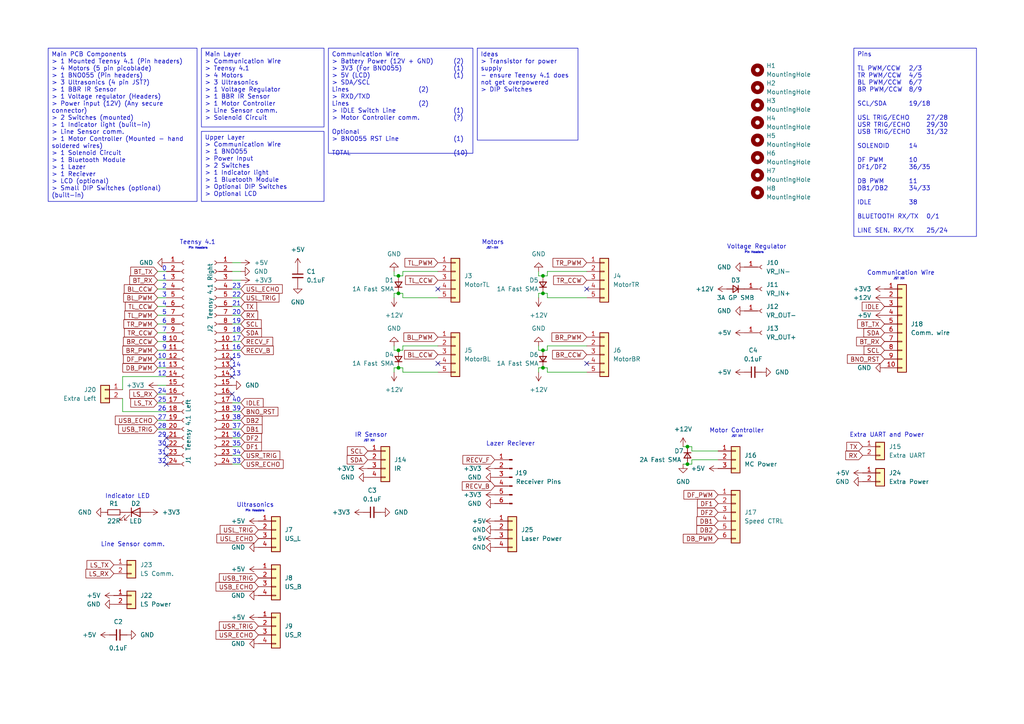
<source format=kicad_sch>
(kicad_sch (version 20230121) (generator eeschema)

  (uuid e6fd6bed-625e-4a49-ab79-c5a769c88370)

  (paper "A4")

  (title_block
    (title "Main PCB State")
    (date "2024-08-06")
  )

  (lib_symbols
    (symbol "Connector:Conn_01x01_Socket" (pin_names (offset 1.016) hide) (in_bom yes) (on_board yes)
      (property "Reference" "J" (at 0 2.54 0)
        (effects (font (size 1.27 1.27)))
      )
      (property "Value" "Conn_01x01_Socket" (at 0 -2.54 0)
        (effects (font (size 1.27 1.27)))
      )
      (property "Footprint" "" (at 0 0 0)
        (effects (font (size 1.27 1.27)) hide)
      )
      (property "Datasheet" "~" (at 0 0 0)
        (effects (font (size 1.27 1.27)) hide)
      )
      (property "ki_locked" "" (at 0 0 0)
        (effects (font (size 1.27 1.27)))
      )
      (property "ki_keywords" "connector" (at 0 0 0)
        (effects (font (size 1.27 1.27)) hide)
      )
      (property "ki_description" "Generic connector, single row, 01x01, script generated" (at 0 0 0)
        (effects (font (size 1.27 1.27)) hide)
      )
      (property "ki_fp_filters" "Connector*:*_1x??_*" (at 0 0 0)
        (effects (font (size 1.27 1.27)) hide)
      )
      (symbol "Conn_01x01_Socket_1_1"
        (polyline
          (pts
            (xy -1.27 0)
            (xy -0.508 0)
          )
          (stroke (width 0.1524) (type default))
          (fill (type none))
        )
        (arc (start 0 0.508) (mid -0.5058 0) (end 0 -0.508)
          (stroke (width 0.1524) (type default))
          (fill (type none))
        )
        (pin passive line (at -5.08 0 0) (length 3.81)
          (name "Pin_1" (effects (font (size 1.27 1.27))))
          (number "1" (effects (font (size 1.27 1.27))))
        )
      )
    )
    (symbol "Connector:Conn_01x06_Pin" (pin_names (offset 1.016) hide) (in_bom yes) (on_board yes)
      (property "Reference" "J" (at 0 7.62 0)
        (effects (font (size 1.27 1.27)))
      )
      (property "Value" "Conn_01x06_Pin" (at 0 -10.16 0)
        (effects (font (size 1.27 1.27)))
      )
      (property "Footprint" "" (at 0 0 0)
        (effects (font (size 1.27 1.27)) hide)
      )
      (property "Datasheet" "~" (at 0 0 0)
        (effects (font (size 1.27 1.27)) hide)
      )
      (property "ki_locked" "" (at 0 0 0)
        (effects (font (size 1.27 1.27)))
      )
      (property "ki_keywords" "connector" (at 0 0 0)
        (effects (font (size 1.27 1.27)) hide)
      )
      (property "ki_description" "Generic connector, single row, 01x06, script generated" (at 0 0 0)
        (effects (font (size 1.27 1.27)) hide)
      )
      (property "ki_fp_filters" "Connector*:*_1x??_*" (at 0 0 0)
        (effects (font (size 1.27 1.27)) hide)
      )
      (symbol "Conn_01x06_Pin_1_1"
        (polyline
          (pts
            (xy 1.27 -7.62)
            (xy 0.8636 -7.62)
          )
          (stroke (width 0.1524) (type default))
          (fill (type none))
        )
        (polyline
          (pts
            (xy 1.27 -5.08)
            (xy 0.8636 -5.08)
          )
          (stroke (width 0.1524) (type default))
          (fill (type none))
        )
        (polyline
          (pts
            (xy 1.27 -2.54)
            (xy 0.8636 -2.54)
          )
          (stroke (width 0.1524) (type default))
          (fill (type none))
        )
        (polyline
          (pts
            (xy 1.27 0)
            (xy 0.8636 0)
          )
          (stroke (width 0.1524) (type default))
          (fill (type none))
        )
        (polyline
          (pts
            (xy 1.27 2.54)
            (xy 0.8636 2.54)
          )
          (stroke (width 0.1524) (type default))
          (fill (type none))
        )
        (polyline
          (pts
            (xy 1.27 5.08)
            (xy 0.8636 5.08)
          )
          (stroke (width 0.1524) (type default))
          (fill (type none))
        )
        (rectangle (start 0.8636 -7.493) (end 0 -7.747)
          (stroke (width 0.1524) (type default))
          (fill (type outline))
        )
        (rectangle (start 0.8636 -4.953) (end 0 -5.207)
          (stroke (width 0.1524) (type default))
          (fill (type outline))
        )
        (rectangle (start 0.8636 -2.413) (end 0 -2.667)
          (stroke (width 0.1524) (type default))
          (fill (type outline))
        )
        (rectangle (start 0.8636 0.127) (end 0 -0.127)
          (stroke (width 0.1524) (type default))
          (fill (type outline))
        )
        (rectangle (start 0.8636 2.667) (end 0 2.413)
          (stroke (width 0.1524) (type default))
          (fill (type outline))
        )
        (rectangle (start 0.8636 5.207) (end 0 4.953)
          (stroke (width 0.1524) (type default))
          (fill (type outline))
        )
        (pin passive line (at 5.08 5.08 180) (length 3.81)
          (name "Pin_1" (effects (font (size 1.27 1.27))))
          (number "1" (effects (font (size 1.27 1.27))))
        )
        (pin passive line (at 5.08 2.54 180) (length 3.81)
          (name "Pin_2" (effects (font (size 1.27 1.27))))
          (number "2" (effects (font (size 1.27 1.27))))
        )
        (pin passive line (at 5.08 0 180) (length 3.81)
          (name "Pin_3" (effects (font (size 1.27 1.27))))
          (number "3" (effects (font (size 1.27 1.27))))
        )
        (pin passive line (at 5.08 -2.54 180) (length 3.81)
          (name "Pin_4" (effects (font (size 1.27 1.27))))
          (number "4" (effects (font (size 1.27 1.27))))
        )
        (pin passive line (at 5.08 -5.08 180) (length 3.81)
          (name "Pin_5" (effects (font (size 1.27 1.27))))
          (number "5" (effects (font (size 1.27 1.27))))
        )
        (pin passive line (at 5.08 -7.62 180) (length 3.81)
          (name "Pin_6" (effects (font (size 1.27 1.27))))
          (number "6" (effects (font (size 1.27 1.27))))
        )
      )
    )
    (symbol "Connector:Conn_01x24_Socket" (pin_names (offset 1.016) hide) (in_bom yes) (on_board yes)
      (property "Reference" "J" (at 0 30.48 0)
        (effects (font (size 1.27 1.27)))
      )
      (property "Value" "Conn_01x24_Socket" (at 0 -33.02 0)
        (effects (font (size 1.27 1.27)))
      )
      (property "Footprint" "" (at 0 0 0)
        (effects (font (size 1.27 1.27)) hide)
      )
      (property "Datasheet" "~" (at 0 0 0)
        (effects (font (size 1.27 1.27)) hide)
      )
      (property "ki_locked" "" (at 0 0 0)
        (effects (font (size 1.27 1.27)))
      )
      (property "ki_keywords" "connector" (at 0 0 0)
        (effects (font (size 1.27 1.27)) hide)
      )
      (property "ki_description" "Generic connector, single row, 01x24, script generated" (at 0 0 0)
        (effects (font (size 1.27 1.27)) hide)
      )
      (property "ki_fp_filters" "Connector*:*_1x??_*" (at 0 0 0)
        (effects (font (size 1.27 1.27)) hide)
      )
      (symbol "Conn_01x24_Socket_1_1"
        (arc (start 0 -29.972) (mid -0.5058 -30.48) (end 0 -30.988)
          (stroke (width 0.1524) (type default))
          (fill (type none))
        )
        (arc (start 0 -27.432) (mid -0.5058 -27.94) (end 0 -28.448)
          (stroke (width 0.1524) (type default))
          (fill (type none))
        )
        (arc (start 0 -24.892) (mid -0.5058 -25.4) (end 0 -25.908)
          (stroke (width 0.1524) (type default))
          (fill (type none))
        )
        (arc (start 0 -22.352) (mid -0.5058 -22.86) (end 0 -23.368)
          (stroke (width 0.1524) (type default))
          (fill (type none))
        )
        (arc (start 0 -19.812) (mid -0.5058 -20.32) (end 0 -20.828)
          (stroke (width 0.1524) (type default))
          (fill (type none))
        )
        (arc (start 0 -17.272) (mid -0.5058 -17.78) (end 0 -18.288)
          (stroke (width 0.1524) (type default))
          (fill (type none))
        )
        (arc (start 0 -14.732) (mid -0.5058 -15.24) (end 0 -15.748)
          (stroke (width 0.1524) (type default))
          (fill (type none))
        )
        (arc (start 0 -12.192) (mid -0.5058 -12.7) (end 0 -13.208)
          (stroke (width 0.1524) (type default))
          (fill (type none))
        )
        (arc (start 0 -9.652) (mid -0.5058 -10.16) (end 0 -10.668)
          (stroke (width 0.1524) (type default))
          (fill (type none))
        )
        (arc (start 0 -7.112) (mid -0.5058 -7.62) (end 0 -8.128)
          (stroke (width 0.1524) (type default))
          (fill (type none))
        )
        (arc (start 0 -4.572) (mid -0.5058 -5.08) (end 0 -5.588)
          (stroke (width 0.1524) (type default))
          (fill (type none))
        )
        (arc (start 0 -2.032) (mid -0.5058 -2.54) (end 0 -3.048)
          (stroke (width 0.1524) (type default))
          (fill (type none))
        )
        (polyline
          (pts
            (xy -1.27 -30.48)
            (xy -0.508 -30.48)
          )
          (stroke (width 0.1524) (type default))
          (fill (type none))
        )
        (polyline
          (pts
            (xy -1.27 -27.94)
            (xy -0.508 -27.94)
          )
          (stroke (width 0.1524) (type default))
          (fill (type none))
        )
        (polyline
          (pts
            (xy -1.27 -25.4)
            (xy -0.508 -25.4)
          )
          (stroke (width 0.1524) (type default))
          (fill (type none))
        )
        (polyline
          (pts
            (xy -1.27 -22.86)
            (xy -0.508 -22.86)
          )
          (stroke (width 0.1524) (type default))
          (fill (type none))
        )
        (polyline
          (pts
            (xy -1.27 -20.32)
            (xy -0.508 -20.32)
          )
          (stroke (width 0.1524) (type default))
          (fill (type none))
        )
        (polyline
          (pts
            (xy -1.27 -17.78)
            (xy -0.508 -17.78)
          )
          (stroke (width 0.1524) (type default))
          (fill (type none))
        )
        (polyline
          (pts
            (xy -1.27 -15.24)
            (xy -0.508 -15.24)
          )
          (stroke (width 0.1524) (type default))
          (fill (type none))
        )
        (polyline
          (pts
            (xy -1.27 -12.7)
            (xy -0.508 -12.7)
          )
          (stroke (width 0.1524) (type default))
          (fill (type none))
        )
        (polyline
          (pts
            (xy -1.27 -10.16)
            (xy -0.508 -10.16)
          )
          (stroke (width 0.1524) (type default))
          (fill (type none))
        )
        (polyline
          (pts
            (xy -1.27 -7.62)
            (xy -0.508 -7.62)
          )
          (stroke (width 0.1524) (type default))
          (fill (type none))
        )
        (polyline
          (pts
            (xy -1.27 -5.08)
            (xy -0.508 -5.08)
          )
          (stroke (width 0.1524) (type default))
          (fill (type none))
        )
        (polyline
          (pts
            (xy -1.27 -2.54)
            (xy -0.508 -2.54)
          )
          (stroke (width 0.1524) (type default))
          (fill (type none))
        )
        (polyline
          (pts
            (xy -1.27 0)
            (xy -0.508 0)
          )
          (stroke (width 0.1524) (type default))
          (fill (type none))
        )
        (polyline
          (pts
            (xy -1.27 2.54)
            (xy -0.508 2.54)
          )
          (stroke (width 0.1524) (type default))
          (fill (type none))
        )
        (polyline
          (pts
            (xy -1.27 5.08)
            (xy -0.508 5.08)
          )
          (stroke (width 0.1524) (type default))
          (fill (type none))
        )
        (polyline
          (pts
            (xy -1.27 7.62)
            (xy -0.508 7.62)
          )
          (stroke (width 0.1524) (type default))
          (fill (type none))
        )
        (polyline
          (pts
            (xy -1.27 10.16)
            (xy -0.508 10.16)
          )
          (stroke (width 0.1524) (type default))
          (fill (type none))
        )
        (polyline
          (pts
            (xy -1.27 12.7)
            (xy -0.508 12.7)
          )
          (stroke (width 0.1524) (type default))
          (fill (type none))
        )
        (polyline
          (pts
            (xy -1.27 15.24)
            (xy -0.508 15.24)
          )
          (stroke (width 0.1524) (type default))
          (fill (type none))
        )
        (polyline
          (pts
            (xy -1.27 17.78)
            (xy -0.508 17.78)
          )
          (stroke (width 0.1524) (type default))
          (fill (type none))
        )
        (polyline
          (pts
            (xy -1.27 20.32)
            (xy -0.508 20.32)
          )
          (stroke (width 0.1524) (type default))
          (fill (type none))
        )
        (polyline
          (pts
            (xy -1.27 22.86)
            (xy -0.508 22.86)
          )
          (stroke (width 0.1524) (type default))
          (fill (type none))
        )
        (polyline
          (pts
            (xy -1.27 25.4)
            (xy -0.508 25.4)
          )
          (stroke (width 0.1524) (type default))
          (fill (type none))
        )
        (polyline
          (pts
            (xy -1.27 27.94)
            (xy -0.508 27.94)
          )
          (stroke (width 0.1524) (type default))
          (fill (type none))
        )
        (arc (start 0 0.508) (mid -0.5058 0) (end 0 -0.508)
          (stroke (width 0.1524) (type default))
          (fill (type none))
        )
        (arc (start 0 3.048) (mid -0.5058 2.54) (end 0 2.032)
          (stroke (width 0.1524) (type default))
          (fill (type none))
        )
        (arc (start 0 5.588) (mid -0.5058 5.08) (end 0 4.572)
          (stroke (width 0.1524) (type default))
          (fill (type none))
        )
        (arc (start 0 8.128) (mid -0.5058 7.62) (end 0 7.112)
          (stroke (width 0.1524) (type default))
          (fill (type none))
        )
        (arc (start 0 10.668) (mid -0.5058 10.16) (end 0 9.652)
          (stroke (width 0.1524) (type default))
          (fill (type none))
        )
        (arc (start 0 13.208) (mid -0.5058 12.7) (end 0 12.192)
          (stroke (width 0.1524) (type default))
          (fill (type none))
        )
        (arc (start 0 15.748) (mid -0.5058 15.24) (end 0 14.732)
          (stroke (width 0.1524) (type default))
          (fill (type none))
        )
        (arc (start 0 18.288) (mid -0.5058 17.78) (end 0 17.272)
          (stroke (width 0.1524) (type default))
          (fill (type none))
        )
        (arc (start 0 20.828) (mid -0.5058 20.32) (end 0 19.812)
          (stroke (width 0.1524) (type default))
          (fill (type none))
        )
        (arc (start 0 23.368) (mid -0.5058 22.86) (end 0 22.352)
          (stroke (width 0.1524) (type default))
          (fill (type none))
        )
        (arc (start 0 25.908) (mid -0.5058 25.4) (end 0 24.892)
          (stroke (width 0.1524) (type default))
          (fill (type none))
        )
        (arc (start 0 28.448) (mid -0.5058 27.94) (end 0 27.432)
          (stroke (width 0.1524) (type default))
          (fill (type none))
        )
        (pin passive line (at -5.08 27.94 0) (length 3.81)
          (name "Pin_1" (effects (font (size 1.27 1.27))))
          (number "1" (effects (font (size 1.27 1.27))))
        )
        (pin passive line (at -5.08 5.08 0) (length 3.81)
          (name "Pin_10" (effects (font (size 1.27 1.27))))
          (number "10" (effects (font (size 1.27 1.27))))
        )
        (pin passive line (at -5.08 2.54 0) (length 3.81)
          (name "Pin_11" (effects (font (size 1.27 1.27))))
          (number "11" (effects (font (size 1.27 1.27))))
        )
        (pin passive line (at -5.08 0 0) (length 3.81)
          (name "Pin_12" (effects (font (size 1.27 1.27))))
          (number "12" (effects (font (size 1.27 1.27))))
        )
        (pin passive line (at -5.08 -2.54 0) (length 3.81)
          (name "Pin_13" (effects (font (size 1.27 1.27))))
          (number "13" (effects (font (size 1.27 1.27))))
        )
        (pin passive line (at -5.08 -5.08 0) (length 3.81)
          (name "Pin_14" (effects (font (size 1.27 1.27))))
          (number "14" (effects (font (size 1.27 1.27))))
        )
        (pin passive line (at -5.08 -7.62 0) (length 3.81)
          (name "Pin_15" (effects (font (size 1.27 1.27))))
          (number "15" (effects (font (size 1.27 1.27))))
        )
        (pin passive line (at -5.08 -10.16 0) (length 3.81)
          (name "Pin_16" (effects (font (size 1.27 1.27))))
          (number "16" (effects (font (size 1.27 1.27))))
        )
        (pin passive line (at -5.08 -12.7 0) (length 3.81)
          (name "Pin_17" (effects (font (size 1.27 1.27))))
          (number "17" (effects (font (size 1.27 1.27))))
        )
        (pin passive line (at -5.08 -15.24 0) (length 3.81)
          (name "Pin_18" (effects (font (size 1.27 1.27))))
          (number "18" (effects (font (size 1.27 1.27))))
        )
        (pin passive line (at -5.08 -17.78 0) (length 3.81)
          (name "Pin_19" (effects (font (size 1.27 1.27))))
          (number "19" (effects (font (size 1.27 1.27))))
        )
        (pin passive line (at -5.08 25.4 0) (length 3.81)
          (name "Pin_2" (effects (font (size 1.27 1.27))))
          (number "2" (effects (font (size 1.27 1.27))))
        )
        (pin passive line (at -5.08 -20.32 0) (length 3.81)
          (name "Pin_20" (effects (font (size 1.27 1.27))))
          (number "20" (effects (font (size 1.27 1.27))))
        )
        (pin passive line (at -5.08 -22.86 0) (length 3.81)
          (name "Pin_21" (effects (font (size 1.27 1.27))))
          (number "21" (effects (font (size 1.27 1.27))))
        )
        (pin passive line (at -5.08 -25.4 0) (length 3.81)
          (name "Pin_22" (effects (font (size 1.27 1.27))))
          (number "22" (effects (font (size 1.27 1.27))))
        )
        (pin passive line (at -5.08 -27.94 0) (length 3.81)
          (name "Pin_23" (effects (font (size 1.27 1.27))))
          (number "23" (effects (font (size 1.27 1.27))))
        )
        (pin passive line (at -5.08 -30.48 0) (length 3.81)
          (name "Pin_24" (effects (font (size 1.27 1.27))))
          (number "24" (effects (font (size 1.27 1.27))))
        )
        (pin passive line (at -5.08 22.86 0) (length 3.81)
          (name "Pin_3" (effects (font (size 1.27 1.27))))
          (number "3" (effects (font (size 1.27 1.27))))
        )
        (pin passive line (at -5.08 20.32 0) (length 3.81)
          (name "Pin_4" (effects (font (size 1.27 1.27))))
          (number "4" (effects (font (size 1.27 1.27))))
        )
        (pin passive line (at -5.08 17.78 0) (length 3.81)
          (name "Pin_5" (effects (font (size 1.27 1.27))))
          (number "5" (effects (font (size 1.27 1.27))))
        )
        (pin passive line (at -5.08 15.24 0) (length 3.81)
          (name "Pin_6" (effects (font (size 1.27 1.27))))
          (number "6" (effects (font (size 1.27 1.27))))
        )
        (pin passive line (at -5.08 12.7 0) (length 3.81)
          (name "Pin_7" (effects (font (size 1.27 1.27))))
          (number "7" (effects (font (size 1.27 1.27))))
        )
        (pin passive line (at -5.08 10.16 0) (length 3.81)
          (name "Pin_8" (effects (font (size 1.27 1.27))))
          (number "8" (effects (font (size 1.27 1.27))))
        )
        (pin passive line (at -5.08 7.62 0) (length 3.81)
          (name "Pin_9" (effects (font (size 1.27 1.27))))
          (number "9" (effects (font (size 1.27 1.27))))
        )
      )
    )
    (symbol "Connector_Generic:Conn_01x02" (pin_names (offset 1.016) hide) (in_bom yes) (on_board yes)
      (property "Reference" "J" (at 0 2.54 0)
        (effects (font (size 1.27 1.27)))
      )
      (property "Value" "Conn_01x02" (at 0 -5.08 0)
        (effects (font (size 1.27 1.27)))
      )
      (property "Footprint" "" (at 0 0 0)
        (effects (font (size 1.27 1.27)) hide)
      )
      (property "Datasheet" "~" (at 0 0 0)
        (effects (font (size 1.27 1.27)) hide)
      )
      (property "ki_keywords" "connector" (at 0 0 0)
        (effects (font (size 1.27 1.27)) hide)
      )
      (property "ki_description" "Generic connector, single row, 01x02, script generated (kicad-library-utils/schlib/autogen/connector/)" (at 0 0 0)
        (effects (font (size 1.27 1.27)) hide)
      )
      (property "ki_fp_filters" "Connector*:*_1x??_*" (at 0 0 0)
        (effects (font (size 1.27 1.27)) hide)
      )
      (symbol "Conn_01x02_1_1"
        (rectangle (start -1.27 -2.413) (end 0 -2.667)
          (stroke (width 0.1524) (type default))
          (fill (type none))
        )
        (rectangle (start -1.27 0.127) (end 0 -0.127)
          (stroke (width 0.1524) (type default))
          (fill (type none))
        )
        (rectangle (start -1.27 1.27) (end 1.27 -3.81)
          (stroke (width 0.254) (type default))
          (fill (type background))
        )
        (pin passive line (at -5.08 0 0) (length 3.81)
          (name "Pin_1" (effects (font (size 1.27 1.27))))
          (number "1" (effects (font (size 1.27 1.27))))
        )
        (pin passive line (at -5.08 -2.54 0) (length 3.81)
          (name "Pin_2" (effects (font (size 1.27 1.27))))
          (number "2" (effects (font (size 1.27 1.27))))
        )
      )
    )
    (symbol "Connector_Generic:Conn_01x03" (pin_names (offset 1.016) hide) (in_bom yes) (on_board yes)
      (property "Reference" "J" (at 0 5.08 0)
        (effects (font (size 1.27 1.27)))
      )
      (property "Value" "Conn_01x03" (at 0 -5.08 0)
        (effects (font (size 1.27 1.27)))
      )
      (property "Footprint" "" (at 0 0 0)
        (effects (font (size 1.27 1.27)) hide)
      )
      (property "Datasheet" "~" (at 0 0 0)
        (effects (font (size 1.27 1.27)) hide)
      )
      (property "ki_keywords" "connector" (at 0 0 0)
        (effects (font (size 1.27 1.27)) hide)
      )
      (property "ki_description" "Generic connector, single row, 01x03, script generated (kicad-library-utils/schlib/autogen/connector/)" (at 0 0 0)
        (effects (font (size 1.27 1.27)) hide)
      )
      (property "ki_fp_filters" "Connector*:*_1x??_*" (at 0 0 0)
        (effects (font (size 1.27 1.27)) hide)
      )
      (symbol "Conn_01x03_1_1"
        (rectangle (start -1.27 -2.413) (end 0 -2.667)
          (stroke (width 0.1524) (type default))
          (fill (type none))
        )
        (rectangle (start -1.27 0.127) (end 0 -0.127)
          (stroke (width 0.1524) (type default))
          (fill (type none))
        )
        (rectangle (start -1.27 2.667) (end 0 2.413)
          (stroke (width 0.1524) (type default))
          (fill (type none))
        )
        (rectangle (start -1.27 3.81) (end 1.27 -3.81)
          (stroke (width 0.254) (type default))
          (fill (type background))
        )
        (pin passive line (at -5.08 2.54 0) (length 3.81)
          (name "Pin_1" (effects (font (size 1.27 1.27))))
          (number "1" (effects (font (size 1.27 1.27))))
        )
        (pin passive line (at -5.08 0 0) (length 3.81)
          (name "Pin_2" (effects (font (size 1.27 1.27))))
          (number "2" (effects (font (size 1.27 1.27))))
        )
        (pin passive line (at -5.08 -2.54 0) (length 3.81)
          (name "Pin_3" (effects (font (size 1.27 1.27))))
          (number "3" (effects (font (size 1.27 1.27))))
        )
      )
    )
    (symbol "Connector_Generic:Conn_01x04" (pin_names (offset 1.016) hide) (in_bom yes) (on_board yes)
      (property "Reference" "J" (at 0 5.08 0)
        (effects (font (size 1.27 1.27)))
      )
      (property "Value" "Conn_01x04" (at 0 -7.62 0)
        (effects (font (size 1.27 1.27)))
      )
      (property "Footprint" "" (at 0 0 0)
        (effects (font (size 1.27 1.27)) hide)
      )
      (property "Datasheet" "~" (at 0 0 0)
        (effects (font (size 1.27 1.27)) hide)
      )
      (property "ki_keywords" "connector" (at 0 0 0)
        (effects (font (size 1.27 1.27)) hide)
      )
      (property "ki_description" "Generic connector, single row, 01x04, script generated (kicad-library-utils/schlib/autogen/connector/)" (at 0 0 0)
        (effects (font (size 1.27 1.27)) hide)
      )
      (property "ki_fp_filters" "Connector*:*_1x??_*" (at 0 0 0)
        (effects (font (size 1.27 1.27)) hide)
      )
      (symbol "Conn_01x04_1_1"
        (rectangle (start -1.27 -4.953) (end 0 -5.207)
          (stroke (width 0.1524) (type default))
          (fill (type none))
        )
        (rectangle (start -1.27 -2.413) (end 0 -2.667)
          (stroke (width 0.1524) (type default))
          (fill (type none))
        )
        (rectangle (start -1.27 0.127) (end 0 -0.127)
          (stroke (width 0.1524) (type default))
          (fill (type none))
        )
        (rectangle (start -1.27 2.667) (end 0 2.413)
          (stroke (width 0.1524) (type default))
          (fill (type none))
        )
        (rectangle (start -1.27 3.81) (end 1.27 -6.35)
          (stroke (width 0.254) (type default))
          (fill (type background))
        )
        (pin passive line (at -5.08 2.54 0) (length 3.81)
          (name "Pin_1" (effects (font (size 1.27 1.27))))
          (number "1" (effects (font (size 1.27 1.27))))
        )
        (pin passive line (at -5.08 0 0) (length 3.81)
          (name "Pin_2" (effects (font (size 1.27 1.27))))
          (number "2" (effects (font (size 1.27 1.27))))
        )
        (pin passive line (at -5.08 -2.54 0) (length 3.81)
          (name "Pin_3" (effects (font (size 1.27 1.27))))
          (number "3" (effects (font (size 1.27 1.27))))
        )
        (pin passive line (at -5.08 -5.08 0) (length 3.81)
          (name "Pin_4" (effects (font (size 1.27 1.27))))
          (number "4" (effects (font (size 1.27 1.27))))
        )
      )
    )
    (symbol "Connector_Generic:Conn_01x05" (pin_names (offset 1.016) hide) (in_bom yes) (on_board yes)
      (property "Reference" "J" (at 0 7.62 0)
        (effects (font (size 1.27 1.27)))
      )
      (property "Value" "Conn_01x05" (at 0 -7.62 0)
        (effects (font (size 1.27 1.27)))
      )
      (property "Footprint" "" (at 0 0 0)
        (effects (font (size 1.27 1.27)) hide)
      )
      (property "Datasheet" "~" (at 0 0 0)
        (effects (font (size 1.27 1.27)) hide)
      )
      (property "ki_keywords" "connector" (at 0 0 0)
        (effects (font (size 1.27 1.27)) hide)
      )
      (property "ki_description" "Generic connector, single row, 01x05, script generated (kicad-library-utils/schlib/autogen/connector/)" (at 0 0 0)
        (effects (font (size 1.27 1.27)) hide)
      )
      (property "ki_fp_filters" "Connector*:*_1x??_*" (at 0 0 0)
        (effects (font (size 1.27 1.27)) hide)
      )
      (symbol "Conn_01x05_1_1"
        (rectangle (start -1.27 -4.953) (end 0 -5.207)
          (stroke (width 0.1524) (type default))
          (fill (type none))
        )
        (rectangle (start -1.27 -2.413) (end 0 -2.667)
          (stroke (width 0.1524) (type default))
          (fill (type none))
        )
        (rectangle (start -1.27 0.127) (end 0 -0.127)
          (stroke (width 0.1524) (type default))
          (fill (type none))
        )
        (rectangle (start -1.27 2.667) (end 0 2.413)
          (stroke (width 0.1524) (type default))
          (fill (type none))
        )
        (rectangle (start -1.27 5.207) (end 0 4.953)
          (stroke (width 0.1524) (type default))
          (fill (type none))
        )
        (rectangle (start -1.27 6.35) (end 1.27 -6.35)
          (stroke (width 0.254) (type default))
          (fill (type background))
        )
        (pin passive line (at -5.08 5.08 0) (length 3.81)
          (name "Pin_1" (effects (font (size 1.27 1.27))))
          (number "1" (effects (font (size 1.27 1.27))))
        )
        (pin passive line (at -5.08 2.54 0) (length 3.81)
          (name "Pin_2" (effects (font (size 1.27 1.27))))
          (number "2" (effects (font (size 1.27 1.27))))
        )
        (pin passive line (at -5.08 0 0) (length 3.81)
          (name "Pin_3" (effects (font (size 1.27 1.27))))
          (number "3" (effects (font (size 1.27 1.27))))
        )
        (pin passive line (at -5.08 -2.54 0) (length 3.81)
          (name "Pin_4" (effects (font (size 1.27 1.27))))
          (number "4" (effects (font (size 1.27 1.27))))
        )
        (pin passive line (at -5.08 -5.08 0) (length 3.81)
          (name "Pin_5" (effects (font (size 1.27 1.27))))
          (number "5" (effects (font (size 1.27 1.27))))
        )
      )
    )
    (symbol "Connector_Generic:Conn_01x06" (pin_names (offset 1.016) hide) (in_bom yes) (on_board yes)
      (property "Reference" "J" (at 0 7.62 0)
        (effects (font (size 1.27 1.27)))
      )
      (property "Value" "Conn_01x06" (at 0 -10.16 0)
        (effects (font (size 1.27 1.27)))
      )
      (property "Footprint" "" (at 0 0 0)
        (effects (font (size 1.27 1.27)) hide)
      )
      (property "Datasheet" "~" (at 0 0 0)
        (effects (font (size 1.27 1.27)) hide)
      )
      (property "ki_keywords" "connector" (at 0 0 0)
        (effects (font (size 1.27 1.27)) hide)
      )
      (property "ki_description" "Generic connector, single row, 01x06, script generated (kicad-library-utils/schlib/autogen/connector/)" (at 0 0 0)
        (effects (font (size 1.27 1.27)) hide)
      )
      (property "ki_fp_filters" "Connector*:*_1x??_*" (at 0 0 0)
        (effects (font (size 1.27 1.27)) hide)
      )
      (symbol "Conn_01x06_1_1"
        (rectangle (start -1.27 -7.493) (end 0 -7.747)
          (stroke (width 0.1524) (type default))
          (fill (type none))
        )
        (rectangle (start -1.27 -4.953) (end 0 -5.207)
          (stroke (width 0.1524) (type default))
          (fill (type none))
        )
        (rectangle (start -1.27 -2.413) (end 0 -2.667)
          (stroke (width 0.1524) (type default))
          (fill (type none))
        )
        (rectangle (start -1.27 0.127) (end 0 -0.127)
          (stroke (width 0.1524) (type default))
          (fill (type none))
        )
        (rectangle (start -1.27 2.667) (end 0 2.413)
          (stroke (width 0.1524) (type default))
          (fill (type none))
        )
        (rectangle (start -1.27 5.207) (end 0 4.953)
          (stroke (width 0.1524) (type default))
          (fill (type none))
        )
        (rectangle (start -1.27 6.35) (end 1.27 -8.89)
          (stroke (width 0.254) (type default))
          (fill (type background))
        )
        (pin passive line (at -5.08 5.08 0) (length 3.81)
          (name "Pin_1" (effects (font (size 1.27 1.27))))
          (number "1" (effects (font (size 1.27 1.27))))
        )
        (pin passive line (at -5.08 2.54 0) (length 3.81)
          (name "Pin_2" (effects (font (size 1.27 1.27))))
          (number "2" (effects (font (size 1.27 1.27))))
        )
        (pin passive line (at -5.08 0 0) (length 3.81)
          (name "Pin_3" (effects (font (size 1.27 1.27))))
          (number "3" (effects (font (size 1.27 1.27))))
        )
        (pin passive line (at -5.08 -2.54 0) (length 3.81)
          (name "Pin_4" (effects (font (size 1.27 1.27))))
          (number "4" (effects (font (size 1.27 1.27))))
        )
        (pin passive line (at -5.08 -5.08 0) (length 3.81)
          (name "Pin_5" (effects (font (size 1.27 1.27))))
          (number "5" (effects (font (size 1.27 1.27))))
        )
        (pin passive line (at -5.08 -7.62 0) (length 3.81)
          (name "Pin_6" (effects (font (size 1.27 1.27))))
          (number "6" (effects (font (size 1.27 1.27))))
        )
      )
    )
    (symbol "Connector_Generic:Conn_01x10" (pin_names (offset 1.016) hide) (in_bom yes) (on_board yes)
      (property "Reference" "J" (at 0 12.7 0)
        (effects (font (size 1.27 1.27)))
      )
      (property "Value" "Conn_01x10" (at 0 -15.24 0)
        (effects (font (size 1.27 1.27)))
      )
      (property "Footprint" "" (at 0 0 0)
        (effects (font (size 1.27 1.27)) hide)
      )
      (property "Datasheet" "~" (at 0 0 0)
        (effects (font (size 1.27 1.27)) hide)
      )
      (property "ki_keywords" "connector" (at 0 0 0)
        (effects (font (size 1.27 1.27)) hide)
      )
      (property "ki_description" "Generic connector, single row, 01x10, script generated (kicad-library-utils/schlib/autogen/connector/)" (at 0 0 0)
        (effects (font (size 1.27 1.27)) hide)
      )
      (property "ki_fp_filters" "Connector*:*_1x??_*" (at 0 0 0)
        (effects (font (size 1.27 1.27)) hide)
      )
      (symbol "Conn_01x10_1_1"
        (rectangle (start -1.27 -12.573) (end 0 -12.827)
          (stroke (width 0.1524) (type default))
          (fill (type none))
        )
        (rectangle (start -1.27 -10.033) (end 0 -10.287)
          (stroke (width 0.1524) (type default))
          (fill (type none))
        )
        (rectangle (start -1.27 -7.493) (end 0 -7.747)
          (stroke (width 0.1524) (type default))
          (fill (type none))
        )
        (rectangle (start -1.27 -4.953) (end 0 -5.207)
          (stroke (width 0.1524) (type default))
          (fill (type none))
        )
        (rectangle (start -1.27 -2.413) (end 0 -2.667)
          (stroke (width 0.1524) (type default))
          (fill (type none))
        )
        (rectangle (start -1.27 0.127) (end 0 -0.127)
          (stroke (width 0.1524) (type default))
          (fill (type none))
        )
        (rectangle (start -1.27 2.667) (end 0 2.413)
          (stroke (width 0.1524) (type default))
          (fill (type none))
        )
        (rectangle (start -1.27 5.207) (end 0 4.953)
          (stroke (width 0.1524) (type default))
          (fill (type none))
        )
        (rectangle (start -1.27 7.747) (end 0 7.493)
          (stroke (width 0.1524) (type default))
          (fill (type none))
        )
        (rectangle (start -1.27 10.287) (end 0 10.033)
          (stroke (width 0.1524) (type default))
          (fill (type none))
        )
        (rectangle (start -1.27 11.43) (end 1.27 -13.97)
          (stroke (width 0.254) (type default))
          (fill (type background))
        )
        (pin passive line (at -5.08 10.16 0) (length 3.81)
          (name "Pin_1" (effects (font (size 1.27 1.27))))
          (number "1" (effects (font (size 1.27 1.27))))
        )
        (pin passive line (at -5.08 -12.7 0) (length 3.81)
          (name "Pin_10" (effects (font (size 1.27 1.27))))
          (number "10" (effects (font (size 1.27 1.27))))
        )
        (pin passive line (at -5.08 7.62 0) (length 3.81)
          (name "Pin_2" (effects (font (size 1.27 1.27))))
          (number "2" (effects (font (size 1.27 1.27))))
        )
        (pin passive line (at -5.08 5.08 0) (length 3.81)
          (name "Pin_3" (effects (font (size 1.27 1.27))))
          (number "3" (effects (font (size 1.27 1.27))))
        )
        (pin passive line (at -5.08 2.54 0) (length 3.81)
          (name "Pin_4" (effects (font (size 1.27 1.27))))
          (number "4" (effects (font (size 1.27 1.27))))
        )
        (pin passive line (at -5.08 0 0) (length 3.81)
          (name "Pin_5" (effects (font (size 1.27 1.27))))
          (number "5" (effects (font (size 1.27 1.27))))
        )
        (pin passive line (at -5.08 -2.54 0) (length 3.81)
          (name "Pin_6" (effects (font (size 1.27 1.27))))
          (number "6" (effects (font (size 1.27 1.27))))
        )
        (pin passive line (at -5.08 -5.08 0) (length 3.81)
          (name "Pin_7" (effects (font (size 1.27 1.27))))
          (number "7" (effects (font (size 1.27 1.27))))
        )
        (pin passive line (at -5.08 -7.62 0) (length 3.81)
          (name "Pin_8" (effects (font (size 1.27 1.27))))
          (number "8" (effects (font (size 1.27 1.27))))
        )
        (pin passive line (at -5.08 -10.16 0) (length 3.81)
          (name "Pin_9" (effects (font (size 1.27 1.27))))
          (number "9" (effects (font (size 1.27 1.27))))
        )
      )
    )
    (symbol "Device:C_Small" (pin_numbers hide) (pin_names (offset 0.254) hide) (in_bom yes) (on_board yes)
      (property "Reference" "C" (at 0.254 1.778 0)
        (effects (font (size 1.27 1.27)) (justify left))
      )
      (property "Value" "C_Small" (at 0.254 -2.032 0)
        (effects (font (size 1.27 1.27)) (justify left))
      )
      (property "Footprint" "" (at 0 0 0)
        (effects (font (size 1.27 1.27)) hide)
      )
      (property "Datasheet" "~" (at 0 0 0)
        (effects (font (size 1.27 1.27)) hide)
      )
      (property "ki_keywords" "capacitor cap" (at 0 0 0)
        (effects (font (size 1.27 1.27)) hide)
      )
      (property "ki_description" "Unpolarized capacitor, small symbol" (at 0 0 0)
        (effects (font (size 1.27 1.27)) hide)
      )
      (property "ki_fp_filters" "C_*" (at 0 0 0)
        (effects (font (size 1.27 1.27)) hide)
      )
      (symbol "C_Small_0_1"
        (polyline
          (pts
            (xy -1.524 -0.508)
            (xy 1.524 -0.508)
          )
          (stroke (width 0.3302) (type default))
          (fill (type none))
        )
        (polyline
          (pts
            (xy -1.524 0.508)
            (xy 1.524 0.508)
          )
          (stroke (width 0.3048) (type default))
          (fill (type none))
        )
      )
      (symbol "C_Small_1_1"
        (pin passive line (at 0 2.54 270) (length 2.032)
          (name "~" (effects (font (size 1.27 1.27))))
          (number "1" (effects (font (size 1.27 1.27))))
        )
        (pin passive line (at 0 -2.54 90) (length 2.032)
          (name "~" (effects (font (size 1.27 1.27))))
          (number "2" (effects (font (size 1.27 1.27))))
        )
      )
    )
    (symbol "Device:D_Small" (pin_numbers hide) (pin_names (offset 0.254) hide) (in_bom yes) (on_board yes)
      (property "Reference" "D" (at -1.27 2.032 0)
        (effects (font (size 1.27 1.27)) (justify left))
      )
      (property "Value" "D_Small" (at -3.81 -2.032 0)
        (effects (font (size 1.27 1.27)) (justify left))
      )
      (property "Footprint" "" (at 0 0 90)
        (effects (font (size 1.27 1.27)) hide)
      )
      (property "Datasheet" "~" (at 0 0 90)
        (effects (font (size 1.27 1.27)) hide)
      )
      (property "Sim.Device" "D" (at 0 0 0)
        (effects (font (size 1.27 1.27)) hide)
      )
      (property "Sim.Pins" "1=K 2=A" (at 0 0 0)
        (effects (font (size 1.27 1.27)) hide)
      )
      (property "ki_keywords" "diode" (at 0 0 0)
        (effects (font (size 1.27 1.27)) hide)
      )
      (property "ki_description" "Diode, small symbol" (at 0 0 0)
        (effects (font (size 1.27 1.27)) hide)
      )
      (property "ki_fp_filters" "TO-???* *_Diode_* *SingleDiode* D_*" (at 0 0 0)
        (effects (font (size 1.27 1.27)) hide)
      )
      (symbol "D_Small_0_1"
        (polyline
          (pts
            (xy -0.762 -1.016)
            (xy -0.762 1.016)
          )
          (stroke (width 0.254) (type default))
          (fill (type none))
        )
        (polyline
          (pts
            (xy -0.762 0)
            (xy 0.762 0)
          )
          (stroke (width 0) (type default))
          (fill (type none))
        )
        (polyline
          (pts
            (xy 0.762 -1.016)
            (xy -0.762 0)
            (xy 0.762 1.016)
            (xy 0.762 -1.016)
          )
          (stroke (width 0.254) (type default))
          (fill (type none))
        )
      )
      (symbol "D_Small_1_1"
        (pin passive line (at -2.54 0 0) (length 1.778)
          (name "K" (effects (font (size 1.27 1.27))))
          (number "1" (effects (font (size 1.27 1.27))))
        )
        (pin passive line (at 2.54 0 180) (length 1.778)
          (name "A" (effects (font (size 1.27 1.27))))
          (number "2" (effects (font (size 1.27 1.27))))
        )
      )
    )
    (symbol "Device:LED" (pin_numbers hide) (pin_names (offset 1.016) hide) (in_bom yes) (on_board yes)
      (property "Reference" "D" (at 0 2.54 0)
        (effects (font (size 1.27 1.27)))
      )
      (property "Value" "LED" (at 0 -2.54 0)
        (effects (font (size 1.27 1.27)))
      )
      (property "Footprint" "" (at 0 0 0)
        (effects (font (size 1.27 1.27)) hide)
      )
      (property "Datasheet" "~" (at 0 0 0)
        (effects (font (size 1.27 1.27)) hide)
      )
      (property "ki_keywords" "LED diode" (at 0 0 0)
        (effects (font (size 1.27 1.27)) hide)
      )
      (property "ki_description" "Light emitting diode" (at 0 0 0)
        (effects (font (size 1.27 1.27)) hide)
      )
      (property "ki_fp_filters" "LED* LED_SMD:* LED_THT:*" (at 0 0 0)
        (effects (font (size 1.27 1.27)) hide)
      )
      (symbol "LED_0_1"
        (polyline
          (pts
            (xy -1.27 -1.27)
            (xy -1.27 1.27)
          )
          (stroke (width 0.254) (type default))
          (fill (type none))
        )
        (polyline
          (pts
            (xy -1.27 0)
            (xy 1.27 0)
          )
          (stroke (width 0) (type default))
          (fill (type none))
        )
        (polyline
          (pts
            (xy 1.27 -1.27)
            (xy 1.27 1.27)
            (xy -1.27 0)
            (xy 1.27 -1.27)
          )
          (stroke (width 0.254) (type default))
          (fill (type none))
        )
        (polyline
          (pts
            (xy -3.048 -0.762)
            (xy -4.572 -2.286)
            (xy -3.81 -2.286)
            (xy -4.572 -2.286)
            (xy -4.572 -1.524)
          )
          (stroke (width 0) (type default))
          (fill (type none))
        )
        (polyline
          (pts
            (xy -1.778 -0.762)
            (xy -3.302 -2.286)
            (xy -2.54 -2.286)
            (xy -3.302 -2.286)
            (xy -3.302 -1.524)
          )
          (stroke (width 0) (type default))
          (fill (type none))
        )
      )
      (symbol "LED_1_1"
        (pin passive line (at -3.81 0 0) (length 2.54)
          (name "K" (effects (font (size 1.27 1.27))))
          (number "1" (effects (font (size 1.27 1.27))))
        )
        (pin passive line (at 3.81 0 180) (length 2.54)
          (name "A" (effects (font (size 1.27 1.27))))
          (number "2" (effects (font (size 1.27 1.27))))
        )
      )
    )
    (symbol "Device:R_Small" (pin_numbers hide) (pin_names (offset 0.254) hide) (in_bom yes) (on_board yes)
      (property "Reference" "R" (at 0.762 0.508 0)
        (effects (font (size 1.27 1.27)) (justify left))
      )
      (property "Value" "R_Small" (at 0.762 -1.016 0)
        (effects (font (size 1.27 1.27)) (justify left))
      )
      (property "Footprint" "" (at 0 0 0)
        (effects (font (size 1.27 1.27)) hide)
      )
      (property "Datasheet" "~" (at 0 0 0)
        (effects (font (size 1.27 1.27)) hide)
      )
      (property "ki_keywords" "R resistor" (at 0 0 0)
        (effects (font (size 1.27 1.27)) hide)
      )
      (property "ki_description" "Resistor, small symbol" (at 0 0 0)
        (effects (font (size 1.27 1.27)) hide)
      )
      (property "ki_fp_filters" "R_*" (at 0 0 0)
        (effects (font (size 1.27 1.27)) hide)
      )
      (symbol "R_Small_0_1"
        (rectangle (start -0.762 1.778) (end 0.762 -1.778)
          (stroke (width 0.2032) (type default))
          (fill (type none))
        )
      )
      (symbol "R_Small_1_1"
        (pin passive line (at 0 2.54 270) (length 0.762)
          (name "~" (effects (font (size 1.27 1.27))))
          (number "1" (effects (font (size 1.27 1.27))))
        )
        (pin passive line (at 0 -2.54 90) (length 0.762)
          (name "~" (effects (font (size 1.27 1.27))))
          (number "2" (effects (font (size 1.27 1.27))))
        )
      )
    )
    (symbol "Mechanical:MountingHole" (pin_names (offset 1.016)) (in_bom yes) (on_board yes)
      (property "Reference" "H" (at 0 5.08 0)
        (effects (font (size 1.27 1.27)))
      )
      (property "Value" "MountingHole" (at 0 3.175 0)
        (effects (font (size 1.27 1.27)))
      )
      (property "Footprint" "" (at 0 0 0)
        (effects (font (size 1.27 1.27)) hide)
      )
      (property "Datasheet" "~" (at 0 0 0)
        (effects (font (size 1.27 1.27)) hide)
      )
      (property "ki_keywords" "mounting hole" (at 0 0 0)
        (effects (font (size 1.27 1.27)) hide)
      )
      (property "ki_description" "Mounting Hole without connection" (at 0 0 0)
        (effects (font (size 1.27 1.27)) hide)
      )
      (property "ki_fp_filters" "MountingHole*" (at 0 0 0)
        (effects (font (size 1.27 1.27)) hide)
      )
      (symbol "MountingHole_0_1"
        (circle (center 0 0) (radius 1.27)
          (stroke (width 1.27) (type default))
          (fill (type none))
        )
      )
    )
    (symbol "power:+12V" (power) (pin_names (offset 0)) (in_bom yes) (on_board yes)
      (property "Reference" "#PWR" (at 0 -3.81 0)
        (effects (font (size 1.27 1.27)) hide)
      )
      (property "Value" "+12V" (at 0 3.556 0)
        (effects (font (size 1.27 1.27)))
      )
      (property "Footprint" "" (at 0 0 0)
        (effects (font (size 1.27 1.27)) hide)
      )
      (property "Datasheet" "" (at 0 0 0)
        (effects (font (size 1.27 1.27)) hide)
      )
      (property "ki_keywords" "global power" (at 0 0 0)
        (effects (font (size 1.27 1.27)) hide)
      )
      (property "ki_description" "Power symbol creates a global label with name \"+12V\"" (at 0 0 0)
        (effects (font (size 1.27 1.27)) hide)
      )
      (symbol "+12V_0_1"
        (polyline
          (pts
            (xy -0.762 1.27)
            (xy 0 2.54)
          )
          (stroke (width 0) (type default))
          (fill (type none))
        )
        (polyline
          (pts
            (xy 0 0)
            (xy 0 2.54)
          )
          (stroke (width 0) (type default))
          (fill (type none))
        )
        (polyline
          (pts
            (xy 0 2.54)
            (xy 0.762 1.27)
          )
          (stroke (width 0) (type default))
          (fill (type none))
        )
      )
      (symbol "+12V_1_1"
        (pin power_in line (at 0 0 90) (length 0) hide
          (name "+12V" (effects (font (size 1.27 1.27))))
          (number "1" (effects (font (size 1.27 1.27))))
        )
      )
    )
    (symbol "power:+3V3" (power) (pin_names (offset 0)) (in_bom yes) (on_board yes)
      (property "Reference" "#PWR" (at 0 -3.81 0)
        (effects (font (size 1.27 1.27)) hide)
      )
      (property "Value" "+3V3" (at 0 3.556 0)
        (effects (font (size 1.27 1.27)))
      )
      (property "Footprint" "" (at 0 0 0)
        (effects (font (size 1.27 1.27)) hide)
      )
      (property "Datasheet" "" (at 0 0 0)
        (effects (font (size 1.27 1.27)) hide)
      )
      (property "ki_keywords" "global power" (at 0 0 0)
        (effects (font (size 1.27 1.27)) hide)
      )
      (property "ki_description" "Power symbol creates a global label with name \"+3V3\"" (at 0 0 0)
        (effects (font (size 1.27 1.27)) hide)
      )
      (symbol "+3V3_0_1"
        (polyline
          (pts
            (xy -0.762 1.27)
            (xy 0 2.54)
          )
          (stroke (width 0) (type default))
          (fill (type none))
        )
        (polyline
          (pts
            (xy 0 0)
            (xy 0 2.54)
          )
          (stroke (width 0) (type default))
          (fill (type none))
        )
        (polyline
          (pts
            (xy 0 2.54)
            (xy 0.762 1.27)
          )
          (stroke (width 0) (type default))
          (fill (type none))
        )
      )
      (symbol "+3V3_1_1"
        (pin power_in line (at 0 0 90) (length 0) hide
          (name "+3V3" (effects (font (size 1.27 1.27))))
          (number "1" (effects (font (size 1.27 1.27))))
        )
      )
    )
    (symbol "power:+5V" (power) (pin_names (offset 0)) (in_bom yes) (on_board yes)
      (property "Reference" "#PWR" (at 0 -3.81 0)
        (effects (font (size 1.27 1.27)) hide)
      )
      (property "Value" "+5V" (at 0 3.556 0)
        (effects (font (size 1.27 1.27)))
      )
      (property "Footprint" "" (at 0 0 0)
        (effects (font (size 1.27 1.27)) hide)
      )
      (property "Datasheet" "" (at 0 0 0)
        (effects (font (size 1.27 1.27)) hide)
      )
      (property "ki_keywords" "global power" (at 0 0 0)
        (effects (font (size 1.27 1.27)) hide)
      )
      (property "ki_description" "Power symbol creates a global label with name \"+5V\"" (at 0 0 0)
        (effects (font (size 1.27 1.27)) hide)
      )
      (symbol "+5V_0_1"
        (polyline
          (pts
            (xy -0.762 1.27)
            (xy 0 2.54)
          )
          (stroke (width 0) (type default))
          (fill (type none))
        )
        (polyline
          (pts
            (xy 0 0)
            (xy 0 2.54)
          )
          (stroke (width 0) (type default))
          (fill (type none))
        )
        (polyline
          (pts
            (xy 0 2.54)
            (xy 0.762 1.27)
          )
          (stroke (width 0) (type default))
          (fill (type none))
        )
      )
      (symbol "+5V_1_1"
        (pin power_in line (at 0 0 90) (length 0) hide
          (name "+5V" (effects (font (size 1.27 1.27))))
          (number "1" (effects (font (size 1.27 1.27))))
        )
      )
    )
    (symbol "power:GND" (power) (pin_names (offset 0)) (in_bom yes) (on_board yes)
      (property "Reference" "#PWR" (at 0 -6.35 0)
        (effects (font (size 1.27 1.27)) hide)
      )
      (property "Value" "GND" (at 0 -3.81 0)
        (effects (font (size 1.27 1.27)))
      )
      (property "Footprint" "" (at 0 0 0)
        (effects (font (size 1.27 1.27)) hide)
      )
      (property "Datasheet" "" (at 0 0 0)
        (effects (font (size 1.27 1.27)) hide)
      )
      (property "ki_keywords" "global power" (at 0 0 0)
        (effects (font (size 1.27 1.27)) hide)
      )
      (property "ki_description" "Power symbol creates a global label with name \"GND\" , ground" (at 0 0 0)
        (effects (font (size 1.27 1.27)) hide)
      )
      (symbol "GND_0_1"
        (polyline
          (pts
            (xy 0 0)
            (xy 0 -1.27)
            (xy 1.27 -1.27)
            (xy 0 -2.54)
            (xy -1.27 -1.27)
            (xy 0 -1.27)
          )
          (stroke (width 0) (type default))
          (fill (type none))
        )
      )
      (symbol "GND_1_1"
        (pin power_in line (at 0 0 270) (length 0) hide
          (name "GND" (effects (font (size 1.27 1.27))))
          (number "1" (effects (font (size 1.27 1.27))))
        )
      )
    )
  )

  (junction (at 157.48 101.6) (diameter 0) (color 0 0 0 0)
    (uuid 0db8d1df-e5b8-4b39-960c-045bdbc07453)
  )
  (junction (at 115.57 101.6) (diameter 0) (color 0 0 0 0)
    (uuid 0de589f2-bf3f-4303-b0c7-672ea07e7e1a)
  )
  (junction (at 115.57 106.68) (diameter 0) (color 0 0 0 0)
    (uuid 1fb82555-f0ba-4826-a8a3-ec280cab2da1)
  )
  (junction (at 199.39 129.54) (diameter 0) (color 0 0 0 0)
    (uuid 34acc210-b494-4e6a-9e0f-d566d08a143a)
  )
  (junction (at 157.48 80.01) (diameter 0) (color 0 0 0 0)
    (uuid 463821b8-e685-4a72-9e86-6790063aa748)
  )
  (junction (at 115.57 80.01) (diameter 0) (color 0 0 0 0)
    (uuid 899f835f-58de-4446-ae80-066b2d68230b)
  )
  (junction (at 115.57 85.09) (diameter 0) (color 0 0 0 0)
    (uuid c198d52a-efd4-403f-9ff2-97cc341a27a4)
  )
  (junction (at 157.48 106.68) (diameter 0) (color 0 0 0 0)
    (uuid ed75adb2-b9d9-4c2c-985f-e7a6461decfb)
  )
  (junction (at 199.39 134.62) (diameter 0) (color 0 0 0 0)
    (uuid fd3a12c7-47c5-4dac-b455-bb6db7e16370)
  )
  (junction (at 157.48 85.09) (diameter 0) (color 0 0 0 0)
    (uuid fd79be39-f3b2-4643-b2b7-9963934bcdd8)
  )

  (no_connect (at 67.31 104.14) (uuid 08683e06-e2cc-415b-9f88-f23d1f81c233))
  (no_connect (at 127 105.41) (uuid 2c19064e-f161-449e-88ce-dfcb893d94f9))
  (no_connect (at 67.31 114.3) (uuid 326e3760-6d3a-45c2-a50b-1eb1ac20071f))
  (no_connect (at 127 83.82) (uuid 44199a4c-31b9-4026-8fe1-a0225378350b))
  (no_connect (at 67.31 106.68) (uuid 4bfc60d8-fe75-49c4-8cf4-6d3aaf62d41a))
  (no_connect (at 170.18 105.41) (uuid 62584514-7710-49a9-a272-301fb7e3e273))
  (no_connect (at 48.26 134.62) (uuid 6ef4a026-dc84-487b-9148-d77118ddf879))
  (no_connect (at 48.26 132.08) (uuid c9aa4373-51ca-49a4-8bf7-f54484520c7a))
  (no_connect (at 48.26 127) (uuid cb7439dc-d16c-4959-bcde-7bea65717af3))
  (no_connect (at 67.31 109.22) (uuid e1e7096f-cb04-4276-be7c-837eca12b445))
  (no_connect (at 48.26 129.54) (uuid fc032b6c-e489-49fb-aa46-2d5ceadc504d))
  (no_connect (at 170.18 83.82) (uuid fd68fd9c-5773-4948-8a8e-fcdc9fa5ade3))

  (wire (pts (xy 45.72 99.06) (xy 48.26 99.06))
    (stroke (width 0) (type default))
    (uuid 0448cdb0-304f-4777-920b-fd159ba4046f)
  )
  (wire (pts (xy 45.72 91.44) (xy 48.26 91.44))
    (stroke (width 0) (type default))
    (uuid 04785958-0d3c-4b47-8ee7-c7b53294ef64)
  )
  (wire (pts (xy 69.85 99.06) (xy 67.31 99.06))
    (stroke (width 0) (type default))
    (uuid 084f861f-da66-48b1-85d4-c79a5c17c91e)
  )
  (wire (pts (xy 45.72 83.82) (xy 48.26 83.82))
    (stroke (width 0) (type default))
    (uuid 0f7d71d4-adea-482a-9b55-2901414b5a37)
  )
  (wire (pts (xy 69.85 88.9) (xy 67.31 88.9))
    (stroke (width 0) (type default))
    (uuid 1240b34e-f044-4e99-9cd3-24bcdbdb42b5)
  )
  (wire (pts (xy 69.85 127) (xy 67.31 127))
    (stroke (width 0) (type default))
    (uuid 15a375b2-1de0-4c89-9ff1-4d75969e5fe1)
  )
  (wire (pts (xy 45.72 104.14) (xy 48.26 104.14))
    (stroke (width 0) (type default))
    (uuid 161f8062-303a-4052-931c-2325e7ba9e6f)
  )
  (wire (pts (xy 35.56 109.22) (xy 48.26 109.22))
    (stroke (width 0) (type default))
    (uuid 169f5491-9f4b-4b1f-8180-13b8d3d393fa)
  )
  (wire (pts (xy 114.3 107.95) (xy 114.3 106.68))
    (stroke (width 0) (type default))
    (uuid 202a4fcb-0cfe-40a4-bbe7-f6f123a6879d)
  )
  (wire (pts (xy 198.12 134.62) (xy 199.39 134.62))
    (stroke (width 0) (type default))
    (uuid 25116756-d3df-4082-8204-514e39503625)
  )
  (wire (pts (xy 69.85 132.08) (xy 67.31 132.08))
    (stroke (width 0) (type default))
    (uuid 27329b0a-ba7b-43e9-b94f-ee60589f32a0)
  )
  (wire (pts (xy 157.48 101.6) (xy 158.75 101.6))
    (stroke (width 0) (type default))
    (uuid 2998ac84-1a2d-46ff-9e94-76b85ec75626)
  )
  (wire (pts (xy 157.48 85.09) (xy 158.75 85.09))
    (stroke (width 0) (type default))
    (uuid 2dabd2c0-e3fc-45ec-82c5-0a42fc0a260f)
  )
  (wire (pts (xy 45.72 93.98) (xy 48.26 93.98))
    (stroke (width 0) (type default))
    (uuid 33ae598d-6ac0-43e9-8718-d001c7114c9a)
  )
  (wire (pts (xy 200.66 134.62) (xy 200.66 133.35))
    (stroke (width 0) (type default))
    (uuid 342afd0b-cf3e-4dfa-b132-6f8d662ed1b1)
  )
  (wire (pts (xy 158.75 85.09) (xy 158.75 86.36))
    (stroke (width 0) (type default))
    (uuid 36b41620-95e8-42c8-88c0-c01f116e6954)
  )
  (wire (pts (xy 35.56 119.38) (xy 48.26 119.38))
    (stroke (width 0) (type default))
    (uuid 39b7f874-c440-43e5-82f0-49bb135e651e)
  )
  (wire (pts (xy 156.21 85.09) (xy 157.48 85.09))
    (stroke (width 0) (type default))
    (uuid 3b2ec2ac-a90f-41a6-af63-7033ba350b97)
  )
  (wire (pts (xy 114.3 80.01) (xy 115.57 80.01))
    (stroke (width 0) (type default))
    (uuid 3d10725a-4e39-4799-91a0-3abe5db5f973)
  )
  (wire (pts (xy 45.72 81.28) (xy 48.26 81.28))
    (stroke (width 0) (type default))
    (uuid 3ef7a4ea-a8ed-4b80-b1c7-fb8ec3fbdbcd)
  )
  (wire (pts (xy 67.31 116.84) (xy 69.85 116.84))
    (stroke (width 0) (type default))
    (uuid 3f21058c-33e8-4f9a-b6f8-d9f549d9b000)
  )
  (wire (pts (xy 158.75 101.6) (xy 158.75 100.33))
    (stroke (width 0) (type default))
    (uuid 3fcf1d68-0cbc-488f-a801-e14fcb61ce45)
  )
  (wire (pts (xy 45.72 86.36) (xy 48.26 86.36))
    (stroke (width 0) (type default))
    (uuid 40522102-eaf9-4972-b872-417ba92183bb)
  )
  (wire (pts (xy 114.3 85.09) (xy 114.3 86.36))
    (stroke (width 0) (type default))
    (uuid 45cbe9c9-e973-4165-a1ce-afa4d87e8bd3)
  )
  (wire (pts (xy 156.21 101.6) (xy 157.48 101.6))
    (stroke (width 0) (type default))
    (uuid 4751a7ba-856d-4f3c-9c65-5e581b4e6ac9)
  )
  (wire (pts (xy 115.57 80.01) (xy 116.84 80.01))
    (stroke (width 0) (type default))
    (uuid 4b467a8a-d025-4506-976a-41aced6d6335)
  )
  (wire (pts (xy 45.72 96.52) (xy 48.26 96.52))
    (stroke (width 0) (type default))
    (uuid 52ed27dd-96f3-4f35-8f50-944b8a929f31)
  )
  (wire (pts (xy 127 86.36) (xy 116.84 86.36))
    (stroke (width 0) (type default))
    (uuid 53608525-9195-49ad-81f3-41aaf5da01f7)
  )
  (wire (pts (xy 158.75 100.33) (xy 170.18 100.33))
    (stroke (width 0) (type default))
    (uuid 54eb37b4-e017-423e-9616-6a16785d7b4a)
  )
  (wire (pts (xy 45.72 111.76) (xy 48.26 111.76))
    (stroke (width 0) (type default))
    (uuid 5826ad1d-0c68-46f8-9fef-43d820d274d2)
  )
  (wire (pts (xy 116.84 78.74) (xy 127 78.74))
    (stroke (width 0) (type default))
    (uuid 595c0d39-9356-45dd-a231-63b26cb65cc1)
  )
  (wire (pts (xy 45.72 78.74) (xy 48.26 78.74))
    (stroke (width 0) (type default))
    (uuid 5be81725-5158-4acf-b05f-22e395ed95fe)
  )
  (wire (pts (xy 45.72 121.92) (xy 48.26 121.92))
    (stroke (width 0) (type default))
    (uuid 5c3662a3-ba47-42d5-a4ed-6a26418ff15c)
  )
  (wire (pts (xy 114.3 80.01) (xy 114.3 78.74))
    (stroke (width 0) (type default))
    (uuid 5d13c637-ced8-48c7-875f-9d88ff0d703b)
  )
  (wire (pts (xy 116.84 80.01) (xy 116.84 78.74))
    (stroke (width 0) (type default))
    (uuid 639afe3b-be4f-4a3d-8c43-daf7c5089ba4)
  )
  (wire (pts (xy 69.85 76.2) (xy 67.31 76.2))
    (stroke (width 0) (type default))
    (uuid 68bc34b6-47a8-48bd-954f-299dd164712c)
  )
  (wire (pts (xy 69.85 134.62) (xy 67.31 134.62))
    (stroke (width 0) (type default))
    (uuid 75e00133-c03c-4d41-9039-7701b69f08cb)
  )
  (wire (pts (xy 156.21 101.6) (xy 156.21 100.33))
    (stroke (width 0) (type default))
    (uuid 76caf640-ba0d-4629-90b6-29a833f44db1)
  )
  (wire (pts (xy 200.66 133.35) (xy 208.28 133.35))
    (stroke (width 0) (type default))
    (uuid 77bcf3c9-b39c-42fe-8f58-c0dcf0311aaa)
  )
  (wire (pts (xy 69.85 96.52) (xy 67.31 96.52))
    (stroke (width 0) (type default))
    (uuid 78042265-cc9f-44fb-a875-cb49e03e5231)
  )
  (wire (pts (xy 35.56 109.22) (xy 35.56 113.03))
    (stroke (width 0) (type default))
    (uuid 7a6c6e8a-46f4-45de-bc09-d48732461f07)
  )
  (wire (pts (xy 115.57 85.09) (xy 116.84 85.09))
    (stroke (width 0) (type default))
    (uuid 7bf5cfe8-784b-455b-af9b-bb992c1b884a)
  )
  (wire (pts (xy 45.72 114.3) (xy 48.26 114.3))
    (stroke (width 0) (type default))
    (uuid 7f5b73a4-e37e-499a-87a9-191a808ac55e)
  )
  (wire (pts (xy 157.48 106.68) (xy 158.75 106.68))
    (stroke (width 0) (type default))
    (uuid 82f2e8b9-24a4-4eba-987c-c2d880a433ab)
  )
  (wire (pts (xy 157.48 80.01) (xy 158.75 80.01))
    (stroke (width 0) (type default))
    (uuid 83bd0328-c0dc-4277-9f40-b43a1d12351d)
  )
  (wire (pts (xy 67.31 124.46) (xy 69.85 124.46))
    (stroke (width 0) (type default))
    (uuid 8408802e-2481-469f-ad1d-a27ac0c2a732)
  )
  (wire (pts (xy 69.85 81.28) (xy 67.31 81.28))
    (stroke (width 0) (type default))
    (uuid 8482bf02-af86-48bd-a06c-5936e445394a)
  )
  (wire (pts (xy 156.21 107.95) (xy 156.21 106.68))
    (stroke (width 0) (type default))
    (uuid 84d1c5bf-ff3f-4eaf-8f47-6d8776b60680)
  )
  (wire (pts (xy 69.85 83.82) (xy 67.31 83.82))
    (stroke (width 0) (type default))
    (uuid 863ca9a2-90da-45ce-8334-e30a66cafbea)
  )
  (wire (pts (xy 198.12 129.54) (xy 199.39 129.54))
    (stroke (width 0) (type default))
    (uuid 86796e56-f022-464f-b8d7-79153bac83f4)
  )
  (wire (pts (xy 170.18 78.74) (xy 158.75 78.74))
    (stroke (width 0) (type default))
    (uuid 8a05372e-ae67-48a7-b479-dadbcd4d5cab)
  )
  (wire (pts (xy 156.21 78.74) (xy 156.21 80.01))
    (stroke (width 0) (type default))
    (uuid 8a650feb-c7ec-4e26-8563-7d7c09061d83)
  )
  (wire (pts (xy 158.75 78.74) (xy 158.75 80.01))
    (stroke (width 0) (type default))
    (uuid 8db08302-8a2b-4978-8561-6462e01b9288)
  )
  (wire (pts (xy 45.72 101.6) (xy 48.26 101.6))
    (stroke (width 0) (type default))
    (uuid 8f54c5e1-9fac-4156-8842-db4c0e8386f7)
  )
  (wire (pts (xy 67.31 101.6) (xy 69.85 101.6))
    (stroke (width 0) (type default))
    (uuid 8fd43d6e-2a3a-4f13-bf65-234ccce38979)
  )
  (wire (pts (xy 69.85 78.74) (xy 67.31 78.74))
    (stroke (width 0) (type default))
    (uuid 970c4f30-1a3b-48c5-aff9-cee6e86186e2)
  )
  (wire (pts (xy 156.21 106.68) (xy 157.48 106.68))
    (stroke (width 0) (type default))
    (uuid 9842ca98-19db-40be-860e-e8c682b6efa1)
  )
  (wire (pts (xy 114.3 100.33) (xy 114.3 101.6))
    (stroke (width 0) (type default))
    (uuid 9a04d7de-3961-4534-bb5b-a50fa0f23fe9)
  )
  (wire (pts (xy 115.57 106.68) (xy 116.84 106.68))
    (stroke (width 0) (type default))
    (uuid 9b5be1eb-5316-48df-b0a2-edb8fc1f26a7)
  )
  (wire (pts (xy 156.21 80.01) (xy 157.48 80.01))
    (stroke (width 0) (type default))
    (uuid 9ca89ac5-fc1e-484c-b7ed-900d62aa4de9)
  )
  (wire (pts (xy 170.18 107.95) (xy 158.75 107.95))
    (stroke (width 0) (type default))
    (uuid 9cb7a5a8-ff52-4e46-9f56-e068bc00b362)
  )
  (wire (pts (xy 67.31 119.38) (xy 69.85 119.38))
    (stroke (width 0) (type default))
    (uuid 9e468074-2793-4e5b-ad1a-4964e6b7dd83)
  )
  (wire (pts (xy 156.21 86.36) (xy 156.21 85.09))
    (stroke (width 0) (type default))
    (uuid a276a340-bfa2-4a68-a772-4a72405a80ef)
  )
  (wire (pts (xy 116.84 100.33) (xy 127 100.33))
    (stroke (width 0) (type default))
    (uuid af579007-5368-44d8-ac15-96ad78df944e)
  )
  (wire (pts (xy 114.3 85.09) (xy 115.57 85.09))
    (stroke (width 0) (type default))
    (uuid b5bdbeef-ccb7-46a5-992e-cd6fb849ac8f)
  )
  (wire (pts (xy 69.85 86.36) (xy 67.31 86.36))
    (stroke (width 0) (type default))
    (uuid b652e6ed-8a5d-4ccf-b745-642fbedfad0a)
  )
  (wire (pts (xy 199.39 129.54) (xy 200.66 129.54))
    (stroke (width 0) (type default))
    (uuid b9cbdd36-b001-4e77-aacd-818ae86280b2)
  )
  (wire (pts (xy 114.3 101.6) (xy 115.57 101.6))
    (stroke (width 0) (type default))
    (uuid c1585abe-e9f9-4d34-b737-902c2f20ec4f)
  )
  (wire (pts (xy 69.85 91.44) (xy 67.31 91.44))
    (stroke (width 0) (type default))
    (uuid c196e778-0ebd-42ca-81b8-e0faaad617c3)
  )
  (wire (pts (xy 116.84 101.6) (xy 116.84 100.33))
    (stroke (width 0) (type default))
    (uuid c5428d87-d878-4672-b12a-993399a7e0d3)
  )
  (wire (pts (xy 69.85 129.54) (xy 67.31 129.54))
    (stroke (width 0) (type default))
    (uuid c9f3a134-e215-4f15-853d-39f5690edb3c)
  )
  (wire (pts (xy 69.85 93.98) (xy 67.31 93.98))
    (stroke (width 0) (type default))
    (uuid cb30b3e4-f5b4-45f7-b37b-06704c1f3e36)
  )
  (wire (pts (xy 45.72 106.68) (xy 48.26 106.68))
    (stroke (width 0) (type default))
    (uuid d4528d0d-e5c3-4e81-8562-314c5e560b5d)
  )
  (wire (pts (xy 115.57 101.6) (xy 116.84 101.6))
    (stroke (width 0) (type default))
    (uuid dbd7ae01-e021-4af3-9237-cc4b3f9f88f5)
  )
  (wire (pts (xy 67.31 121.92) (xy 69.85 121.92))
    (stroke (width 0) (type default))
    (uuid dced8010-28a2-4db8-84b3-dbd205ffe823)
  )
  (wire (pts (xy 45.72 88.9) (xy 48.26 88.9))
    (stroke (width 0) (type default))
    (uuid e4a7a53a-5b43-4db9-bcbb-15cb4810803f)
  )
  (wire (pts (xy 158.75 107.95) (xy 158.75 106.68))
    (stroke (width 0) (type default))
    (uuid e56a6680-4b3b-46ff-84ce-245e5fa14b60)
  )
  (wire (pts (xy 200.66 130.81) (xy 208.28 130.81))
    (stroke (width 0) (type default))
    (uuid ea12d596-9a75-48c4-8edd-3b6dbf24e5c7)
  )
  (wire (pts (xy 116.84 86.36) (xy 116.84 85.09))
    (stroke (width 0) (type default))
    (uuid f2d6fe08-e13c-495f-8fca-3b96c3d3a8bb)
  )
  (wire (pts (xy 200.66 129.54) (xy 200.66 130.81))
    (stroke (width 0) (type default))
    (uuid f2f93b93-6b4b-4c2f-9f57-78a3cd2e7c4c)
  )
  (wire (pts (xy 116.84 106.68) (xy 116.84 107.95))
    (stroke (width 0) (type default))
    (uuid f65a322e-c840-412e-9135-d0d56f3e56e8)
  )
  (wire (pts (xy 199.39 134.62) (xy 200.66 134.62))
    (stroke (width 0) (type default))
    (uuid f7f6fa7a-6e23-4ef3-833d-bba426acfcf6)
  )
  (wire (pts (xy 158.75 86.36) (xy 170.18 86.36))
    (stroke (width 0) (type default))
    (uuid f881624f-fffc-47eb-baad-582cad92a775)
  )
  (wire (pts (xy 45.72 124.46) (xy 48.26 124.46))
    (stroke (width 0) (type default))
    (uuid f8c27b0e-e3df-4d97-b8df-4485234d5f38)
  )
  (wire (pts (xy 114.3 106.68) (xy 115.57 106.68))
    (stroke (width 0) (type default))
    (uuid f9de6c48-cac2-4645-b05f-e48dba179e09)
  )
  (wire (pts (xy 116.84 107.95) (xy 127 107.95))
    (stroke (width 0) (type default))
    (uuid fe1d27cd-3e90-4d05-9da9-8b184be3a7cb)
  )
  (wire (pts (xy 45.72 116.84) (xy 48.26 116.84))
    (stroke (width 0) (type default))
    (uuid fe3df0c4-0b6a-4108-b08b-1ee999bc4a71)
  )
  (wire (pts (xy 35.56 115.57) (xy 35.56 119.38))
    (stroke (width 0) (type default))
    (uuid ffa8a8be-071f-46c0-b234-fb98fe973b74)
  )

  (text_box "Upper Layer\n> Communication Wire\n> 1 BNO055\n> Power Input\n> 2 Switches\n> 1 Indicator light\n> 1 Bluetooth Module\n> Optional DIP Switches\n> Optional LCD"
    (at 58.42 38.1 0) (size 35.56 20.32)
    (stroke (width 0) (type default))
    (fill (type none))
    (effects (font (size 1.27 1.27)) (justify left top))
    (uuid 12f16d67-7811-4a9a-abec-2c53abcd466d)
  )
  (text_box "Main Layer\n> Communication Wire\n> Teensy 4.1\n> 4 Motors\n> 3 Ultrasonics\n> 1 Voltage Regulator\n> 1 BBR IR Sensor\n> 1 Motor Controller\n> Line Sensor comm.\n> Solenoid Circuit"
    (at 58.42 13.97 0) (size 35.56 22.86)
    (stroke (width 0) (type default))
    (fill (type none))
    (effects (font (size 1.27 1.27)) (justify left top))
    (uuid 2098d458-af67-4e33-9bd4-39faab8957e0)
  )
  (text_box "Main PCB Components\n> 1 Mounted Teensy 4.1 (Pin headers)\n> 4 Motors (5 pin picoblade)\n> 1 BNO055 (Pin headers)\n> 3 Ultrasonics (4 pin JST?)\n> 1 BBR IR Sensor\n> 1 Voltage regulator (Headers)\n> Power input (12V) (Any secure connector)\n> 2 Switches (mounted)\n> 1 Indicator light (built-in)\n> Line Sensor comm.\n> 1 Motor Controller (Mounted - hand soldered wires)\n> 1 Solenoid Circuit\n> 1 Bluetooth Module\n> 1 Lazer\n> 1 Reciever\n> LCD (optional)\n> Small DIP Switches (optional) (built-in)\n"
    (at 13.97 13.97 0) (size 43.18 44.45)
    (stroke (width 0) (type default))
    (fill (type none))
    (effects (font (size 1.27 1.27)) (justify left top))
    (uuid 5efbba6e-8a57-4f6d-9c41-c59bb56e00b7)
  )
  (text_box "Pins\n\nTL PWM/CCW	2/3\nTR PWM/CCW	4/5\nBL PWM/CCW	6/7\nBR PWM/CCW	8/9\n\nSCL/SDA		19/18\n\nUSL TRIG/ECHO	27/28\nUSR TRIG/ECHO	29/30\nUSB TRIG/ECHO	31/32\n\nSOLENOID	14\n\nDF PWM		10\nDF1/DF2		36/35\n\nDB PWM		11\nDB1/DB2		34/33\n\nIDLE		38\n\nBLUETOOTH RX/TX	0/1\n\nLINE SEN. RX/TX	25/24"
    (at 247.65 13.97 0) (size 35.56 54.61)
    (stroke (width 0) (type default))
    (fill (type none))
    (effects (font (size 1.27 1.27)) (justify left top))
    (uuid 776904ae-6a1b-4536-9d58-f22636b02d9c)
  )
  (text_box "Ideas\n> Transistor for power supply\n- ensure Teensy 4.1 does not get overpowered\n> DIP Switches"
    (at 138.43 13.97 0) (size 29.21 26.67)
    (stroke (width 0) (type default))
    (fill (type none))
    (effects (font (size 1.27 1.27)) (justify left top))
    (uuid 92e07e34-ac88-45f6-8522-28c8a3b39339)
  )
  (text_box "Communication Wire\n> Battery Power (12V + GND)	(2)\n> 3V3 (For BNO055)			(1)\n> 5V (LCD)					(1)\n> SDA/SCL Lines				(2)\n> RXD/TXD Lines				(2)\n> IDLE Switch Line			(1)\n> Motor Controller comm.	(?)\n\nOptional\n> BNO055 RST Line			(1)\n\nTOTAL						(10)"
    (at 95.25 13.97 0) (size 41.91 30.48)
    (stroke (width 0) (type default))
    (fill (type none))
    (effects (font (size 1.27 1.27)) (justify left top))
    (uuid cd06a072-1409-4ac9-8434-e3994becc8e7)
  )

  (text "23" (at 67.31 83.82 0)
    (effects (font (size 1.27 1.27)) (justify left bottom))
    (uuid 074da2eb-f15b-47b4-97fd-8055f908fbba)
  )
  (text "13" (at 67.31 109.22 0)
    (effects (font (size 1.27 1.27)) (justify left bottom))
    (uuid 13887500-c4bd-4a87-a853-3b05d6d50277)
  )
  (text "Motors" (at 139.7 71.12 0)
    (effects (font (size 1.27 1.27)) (justify left bottom))
    (uuid 15496bb9-8d99-400f-a611-67eb38f4a0d6)
  )
  (text "34" (at 67.31 132.08 0)
    (effects (font (size 1.27 1.27)) (justify left bottom))
    (uuid 186502dc-9630-401a-8ae0-cdf1f4559400)
  )
  (text "JST-XH" (at 140.97 72.39 0)
    (effects (font (size 0.6 0.6)) (justify left bottom))
    (uuid 2093449a-334a-4feb-818d-1760d8cc82c4)
  )
  (text "33" (at 67.31 134.62 0)
    (effects (font (size 1.27 1.27)) (justify left bottom))
    (uuid 218ccf47-2648-4711-8401-b340208e285a)
  )
  (text "7" (at 46.99 96.52 0)
    (effects (font (size 1.27 1.27)) (justify left bottom))
    (uuid 2ca106ab-34f0-44ca-8030-6e5db2282843)
  )
  (text "9" (at 46.99 101.6 0)
    (effects (font (size 1.27 1.27)) (justify left bottom))
    (uuid 2f7a1630-0c58-4a28-934f-b66f4b626e7d)
  )
  (text "Teensy 4.1" (at 52.07 71.12 0)
    (effects (font (size 1.27 1.27)) (justify left bottom))
    (uuid 3383aa51-3f26-4f69-8bdf-c9a2a220e815)
  )
  (text "Communication Wire" (at 251.46 80.01 0)
    (effects (font (size 1.27 1.27)) (justify left bottom))
    (uuid 3551ec2b-0fe6-4d2a-9683-8538d0b45b86)
  )
  (text "Lazer Reciever" (at 140.97 129.54 0)
    (effects (font (size 1.27 1.27)) (justify left bottom))
    (uuid 3954e043-66c3-41c2-99cf-d4daa60b1012)
  )
  (text "19" (at 67.31 93.98 0)
    (effects (font (size 1.27 1.27)) (justify left bottom))
    (uuid 40559003-ba03-4350-b29c-fef81ec65469)
  )
  (text "0" (at 46.99 78.74 0)
    (effects (font (size 1.27 1.27)) (justify left bottom))
    (uuid 4174b956-343a-489d-bfe8-dbfa8cfdd233)
  )
  (text "2" (at 46.99 83.82 0)
    (effects (font (size 1.27 1.27)) (justify left bottom))
    (uuid 4480ee5a-e92c-4d25-ac8c-8185301b878e)
  )
  (text "25" (at 45.72 116.84 0)
    (effects (font (size 1.27 1.27)) (justify left bottom))
    (uuid 45326ad9-4602-4a8d-9a89-baaf1bb9c226)
  )
  (text "6" (at 46.99 93.98 0)
    (effects (font (size 1.27 1.27)) (justify left bottom))
    (uuid 48214893-4102-49b2-a916-d11c6fc98a9e)
  )
  (text "37" (at 67.31 124.46 0)
    (effects (font (size 1.27 1.27)) (justify left bottom))
    (uuid 4822a551-5743-4212-aaf8-935dae946461)
  )
  (text "JST XH" (at 105.41 128.27 0)
    (effects (font (size 0.6 0.6)) (justify left bottom))
    (uuid 4cd5ce42-5fe0-4178-9e64-d7ddf9e88bce)
  )
  (text "39" (at 67.31 119.38 0)
    (effects (font (size 1.27 1.27)) (justify left bottom))
    (uuid 51bf1928-1491-433a-887d-4dac998a70f9)
  )
  (text "17" (at 67.31 99.06 0)
    (effects (font (size 1.27 1.27)) (justify left bottom))
    (uuid 5a24126a-bae6-4b94-8ef5-d8193f5a425d)
  )
  (text "Pin Headers" (at 71.12 148.59 0)
    (effects (font (size 0.6 0.6)) (justify left bottom))
    (uuid 5c8aecb4-9687-4fb5-960f-2bcc7c2fa7a7)
  )
  (text "28" (at 45.72 124.46 0)
    (effects (font (size 1.27 1.27)) (justify left bottom))
    (uuid 5f09dc4c-8c8c-4417-99ba-ddeea02c019b)
  )
  (text "36" (at 67.31 127 0)
    (effects (font (size 1.27 1.27)) (justify left bottom))
    (uuid 600faca6-cae1-49a1-ba4f-982c1ba69001)
  )
  (text "JST XH" (at 259.08 81.28 0)
    (effects (font (size 0.6 0.6)) (justify left bottom))
    (uuid 62dd9bb6-767e-4a90-a011-3f1e570b1886)
  )
  (text "21" (at 67.31 88.9 0)
    (effects (font (size 1.27 1.27)) (justify left bottom))
    (uuid 657221ae-401c-4323-88b4-5270b915b233)
  )
  (text "22" (at 67.31 86.36 0)
    (effects (font (size 1.27 1.27)) (justify left bottom))
    (uuid 6c5e51e7-efb3-4621-95f3-bbdee41bf5c5)
  )
  (text "29" (at 45.72 127 0)
    (effects (font (size 1.27 1.27)) (justify left bottom))
    (uuid 6cdd286e-9aa5-4542-a66f-8349237e142f)
  )
  (text "Line Sensor comm." (at 29.21 158.75 0)
    (effects (font (size 1.27 1.27)) (justify left bottom))
    (uuid 78177550-4183-4a68-8032-fde08b3d84f3)
  )
  (text "3" (at 46.99 86.36 0)
    (effects (font (size 1.27 1.27)) (justify left bottom))
    (uuid 785cae0f-fac4-4124-aae2-1afa3a3a9182)
  )
  (text "32" (at 45.72 134.62 0)
    (effects (font (size 1.27 1.27)) (justify left bottom))
    (uuid 7873787f-1b59-4c8b-9205-0a572be79258)
  )
  (text "Voltage Regulator" (at 210.82 72.39 0)
    (effects (font (size 1.27 1.27)) (justify left bottom))
    (uuid 7d14790b-0a60-4a58-8b74-f2c63aed7ddb)
  )
  (text "27" (at 45.72 121.92 0)
    (effects (font (size 1.27 1.27)) (justify left bottom))
    (uuid 7db446e8-9b4f-4f0e-a84d-15a9252246b0)
  )
  (text "5" (at 46.99 91.44 0)
    (effects (font (size 1.27 1.27)) (justify left bottom))
    (uuid 8059660e-6e49-43bb-ab99-2d1f4f52f801)
  )
  (text "JST XH" (at 212.09 127 0)
    (effects (font (size 0.6 0.6)) (justify left bottom))
    (uuid 85246f8f-f7ee-47b9-ba72-12a288a8c1e5)
  )
  (text "10" (at 45.72 104.14 0)
    (effects (font (size 1.27 1.27)) (justify left bottom))
    (uuid 8676d0c5-6f33-471a-a7c7-32382b3dcb1d)
  )
  (text "14" (at 67.31 106.68 0)
    (effects (font (size 1.27 1.27)) (justify left bottom))
    (uuid 88fa2e59-2843-42ab-b711-fe1dbbea28b8)
  )
  (text "8" (at 46.99 99.06 0)
    (effects (font (size 1.27 1.27)) (justify left bottom))
    (uuid 893fc525-e915-4126-b127-d58f769f54a5)
  )
  (text "Indicator LED" (at 30.48 144.78 0)
    (effects (font (size 1.27 1.27)) (justify left bottom))
    (uuid 89a16fb1-eb02-4a7a-8a03-b71addfed9c4)
  )
  (text "Pin Headers" (at 215.9 73.66 0)
    (effects (font (size 0.6 0.6)) (justify left bottom))
    (uuid 9832ef67-8ecb-49df-bd8d-e04cda00cc64)
  )
  (text "18" (at 67.31 96.52 0)
    (effects (font (size 1.27 1.27)) (justify left bottom))
    (uuid 9fd09cfb-1aff-495d-98df-271476cd3a1b)
  )
  (text "IR Sensor" (at 102.87 127 0)
    (effects (font (size 1.27 1.27)) (justify left bottom))
    (uuid a08d4e01-07ff-449c-9e79-6bb29b864933)
  )
  (text "16" (at 67.31 101.6 0)
    (effects (font (size 1.27 1.27)) (justify left bottom))
    (uuid b1352819-730d-4c23-8083-7e0c41043ba1)
  )
  (text "Motor Controller" (at 205.74 125.73 0)
    (effects (font (size 1.27 1.27)) (justify left bottom))
    (uuid b16e7fb3-7578-4aa7-a4da-8b22386e4cdd)
  )
  (text "35" (at 67.31 129.54 0)
    (effects (font (size 1.27 1.27)) (justify left bottom))
    (uuid b196567e-4ec0-4aa1-93ca-16d8814e3cb3)
  )
  (text "24" (at 45.72 114.3 0)
    (effects (font (size 1.27 1.27)) (justify left bottom))
    (uuid b7e2cce6-dce6-416d-95ab-bfb60a3ae4a8)
  )
  (text "40" (at 67.31 116.84 0)
    (effects (font (size 1.27 1.27)) (justify left bottom))
    (uuid bb98e8c0-3da5-49b6-98e4-790cdf4b0672)
  )
  (text "1" (at 46.99 81.28 0)
    (effects (font (size 1.27 1.27)) (justify left bottom))
    (uuid c87344a4-2f94-4193-bb8c-0ccfd048513c)
  )
  (text "4" (at 46.99 88.9 0)
    (effects (font (size 1.27 1.27)) (justify left bottom))
    (uuid d1599a54-045d-41dd-8264-3edf0d769518)
  )
  (text "31" (at 45.72 132.08 0)
    (effects (font (size 1.27 1.27)) (justify left bottom))
    (uuid d2505737-3f85-4f4e-a0bd-e6bb856dd741)
  )
  (text "26" (at 45.72 119.38 0)
    (effects (font (size 1.27 1.27)) (justify left bottom))
    (uuid d4e777d0-41f4-46aa-919d-27491b26b578)
  )
  (text "Extra UART and Power" (at 246.38 127 0)
    (effects (font (size 1.27 1.27)) (justify left bottom))
    (uuid d75745e0-7953-44a7-99a5-0a2b74c4076e)
  )
  (text "38" (at 67.31 121.92 0)
    (effects (font (size 1.27 1.27)) (justify left bottom))
    (uuid e6770882-48cc-4f6d-b4f6-ee8ddbcee339)
  )
  (text "20" (at 67.31 91.44 0)
    (effects (font (size 1.27 1.27)) (justify left bottom))
    (uuid e8882753-fd8f-4fe7-9f6d-03ca1b592008)
  )
  (text "15" (at 67.31 104.14 0)
    (effects (font (size 1.27 1.27)) (justify left bottom))
    (uuid f101a59c-25b4-40f3-a9d3-0f179abce70c)
  )
  (text "11" (at 45.72 106.68 0)
    (effects (font (size 1.27 1.27)) (justify left bottom))
    (uuid f1cf0e55-a1bf-4a58-938c-dd352d8eaf0e)
  )
  (text "Pin Headers" (at 54.61 72.39 0)
    (effects (font (size 0.6 0.6)) (justify left bottom))
    (uuid f3ae5ba4-9cee-46b0-aff4-50760abc70b1)
  )
  (text "30" (at 45.72 129.54 0)
    (effects (font (size 1.27 1.27)) (justify left bottom))
    (uuid f66ba8b8-24d2-4285-a36e-d92d8e34cfeb)
  )
  (text "Ultrasonics" (at 68.58 147.32 0)
    (effects (font (size 1.27 1.27)) (justify left bottom))
    (uuid fbd7ce33-778a-450c-8667-a2017daa7022)
  )
  (text "12" (at 45.72 109.22 0)
    (effects (font (size 1.27 1.27)) (justify left bottom))
    (uuid fcbe8e74-0332-4017-858a-21e8f88e2bc7)
  )

  (global_label "DB2" (shape input) (at 208.28 153.67 180) (fields_autoplaced)
    (effects (font (size 1.27 1.27)) (justify right))
    (uuid 005e3632-0b67-4529-b85a-f60a03a86996)
    (property "Intersheetrefs" "${INTERSHEET_REFS}" (at 201.5453 153.67 0)
      (effects (font (size 1.27 1.27)) (justify right) hide)
    )
  )
  (global_label "DB_PWM" (shape input) (at 45.72 106.68 180) (fields_autoplaced)
    (effects (font (size 1.27 1.27)) (justify right))
    (uuid 00fb77c9-21d5-4d23-8d18-ec07e3917079)
    (property "Intersheetrefs" "${INTERSHEET_REFS}" (at 35.0544 106.68 0)
      (effects (font (size 1.27 1.27)) (justify right) hide)
    )
  )
  (global_label "USR_TRIG" (shape input) (at 74.93 181.61 180) (fields_autoplaced)
    (effects (font (size 1.27 1.27)) (justify right))
    (uuid 0b0898ae-8986-4e89-aa6d-8af1ce10c01f)
    (property "Intersheetrefs" "${INTERSHEET_REFS}" (at 63.0548 181.61 0)
      (effects (font (size 1.27 1.27)) (justify right) hide)
    )
  )
  (global_label "BT_TX" (shape input) (at 45.72 78.74 180) (fields_autoplaced)
    (effects (font (size 1.27 1.27)) (justify right))
    (uuid 0f735be3-c5b3-4554-b92d-8fe9331f02cc)
    (property "Intersheetrefs" "${INTERSHEET_REFS}" (at 37.3525 78.74 0)
      (effects (font (size 1.27 1.27)) (justify right) hide)
    )
  )
  (global_label "TL_PWM" (shape input) (at 127 76.2 180) (fields_autoplaced)
    (effects (font (size 1.27 1.27)) (justify right))
    (uuid 0fd3efd7-1d42-40ff-a5cb-53818762d316)
    (property "Intersheetrefs" "${INTERSHEET_REFS}" (at 116.8787 76.2 0)
      (effects (font (size 1.27 1.27)) (justify right) hide)
    )
  )
  (global_label "TX" (shape input) (at 69.85 88.9 0) (fields_autoplaced)
    (effects (font (size 1.27 1.27)) (justify left))
    (uuid 0febeb31-c5d6-4258-bffd-2dda4d64e826)
    (property "Intersheetrefs" "${INTERSHEET_REFS}" (at 75.0123 88.9 0)
      (effects (font (size 1.27 1.27)) (justify left) hide)
    )
  )
  (global_label "DF_PWM" (shape input) (at 208.28 143.51 180) (fields_autoplaced)
    (effects (font (size 1.27 1.27)) (justify right))
    (uuid 1177275f-0dab-4920-bb29-bacb0a8b25d7)
    (property "Intersheetrefs" "${INTERSHEET_REFS}" (at 197.7958 143.51 0)
      (effects (font (size 1.27 1.27)) (justify right) hide)
    )
  )
  (global_label "DF1" (shape input) (at 69.85 129.54 0) (fields_autoplaced)
    (effects (font (size 1.27 1.27)) (justify left))
    (uuid 17b7ff77-d92e-41fc-bc03-3c503f940bb2)
    (property "Intersheetrefs" "${INTERSHEET_REFS}" (at 76.4033 129.54 0)
      (effects (font (size 1.27 1.27)) (justify left) hide)
    )
  )
  (global_label "IDLE" (shape input) (at 256.54 88.9 180) (fields_autoplaced)
    (effects (font (size 1.27 1.27)) (justify right))
    (uuid 1cd08eea-be11-4e85-8769-56087be84ecb)
    (property "Intersheetrefs" "${INTERSHEET_REFS}" (at 249.5029 88.9 0)
      (effects (font (size 1.27 1.27)) (justify right) hide)
    )
  )
  (global_label "TR_PWM" (shape input) (at 170.18 76.2 180) (fields_autoplaced)
    (effects (font (size 1.27 1.27)) (justify right))
    (uuid 2738b681-176c-4224-957f-1cb8912e552a)
    (property "Intersheetrefs" "${INTERSHEET_REFS}" (at 159.8168 76.2 0)
      (effects (font (size 1.27 1.27)) (justify right) hide)
    )
  )
  (global_label "DF2" (shape input) (at 69.85 127 0) (fields_autoplaced)
    (effects (font (size 1.27 1.27)) (justify left))
    (uuid 290d5ec9-e932-482c-b02a-dd061f200bf4)
    (property "Intersheetrefs" "${INTERSHEET_REFS}" (at 76.4033 127 0)
      (effects (font (size 1.27 1.27)) (justify left) hide)
    )
  )
  (global_label "RECV_B" (shape input) (at 143.51 140.97 180) (fields_autoplaced)
    (effects (font (size 1.27 1.27)) (justify right))
    (uuid 2bb73929-c641-46dc-86d6-ca430e3b76a5)
    (property "Intersheetrefs" "${INTERSHEET_REFS}" (at 133.5096 140.97 0)
      (effects (font (size 1.27 1.27)) (justify right) hide)
    )
  )
  (global_label "TL_CCW" (shape input) (at 45.72 88.9 180) (fields_autoplaced)
    (effects (font (size 1.27 1.27)) (justify right))
    (uuid 2d0897be-4f6e-42c5-86c8-88983230d128)
    (property "Intersheetrefs" "${INTERSHEET_REFS}" (at 35.7801 88.9 0)
      (effects (font (size 1.27 1.27)) (justify right) hide)
    )
  )
  (global_label "DB1" (shape input) (at 69.85 124.46 0) (fields_autoplaced)
    (effects (font (size 1.27 1.27)) (justify left))
    (uuid 3186a6f3-12d2-4867-b0d1-91c8322bd04b)
    (property "Intersheetrefs" "${INTERSHEET_REFS}" (at 76.5847 124.46 0)
      (effects (font (size 1.27 1.27)) (justify left) hide)
    )
  )
  (global_label "BR_CCW" (shape input) (at 45.72 99.06 180) (fields_autoplaced)
    (effects (font (size 1.27 1.27)) (justify right))
    (uuid 3932f069-6e06-4da2-88fd-011b042e2bdd)
    (property "Intersheetrefs" "${INTERSHEET_REFS}" (at 35.2358 99.06 0)
      (effects (font (size 1.27 1.27)) (justify right) hide)
    )
  )
  (global_label "SCL" (shape input) (at 69.85 93.98 0) (fields_autoplaced)
    (effects (font (size 1.27 1.27)) (justify left))
    (uuid 3a675749-cf10-4dae-8a27-5ffccc2c6abd)
    (property "Intersheetrefs" "${INTERSHEET_REFS}" (at 76.3428 93.98 0)
      (effects (font (size 1.27 1.27)) (justify left) hide)
    )
  )
  (global_label "SDA" (shape input) (at 69.85 96.52 0) (fields_autoplaced)
    (effects (font (size 1.27 1.27)) (justify left))
    (uuid 3b3c1613-02c8-4216-8661-3871b6ec27e6)
    (property "Intersheetrefs" "${INTERSHEET_REFS}" (at 76.4033 96.52 0)
      (effects (font (size 1.27 1.27)) (justify left) hide)
    )
  )
  (global_label "DF1" (shape input) (at 208.28 146.05 180) (fields_autoplaced)
    (effects (font (size 1.27 1.27)) (justify right))
    (uuid 40cc6500-5467-4a2b-a176-8a1778ef742b)
    (property "Intersheetrefs" "${INTERSHEET_REFS}" (at 201.7267 146.05 0)
      (effects (font (size 1.27 1.27)) (justify right) hide)
    )
  )
  (global_label "SCL" (shape input) (at 256.54 101.6 180) (fields_autoplaced)
    (effects (font (size 1.27 1.27)) (justify right))
    (uuid 436051f6-b916-4fb8-8605-3e5567dd53f7)
    (property "Intersheetrefs" "${INTERSHEET_REFS}" (at 250.0472 101.6 0)
      (effects (font (size 1.27 1.27)) (justify right) hide)
    )
  )
  (global_label "USR_TRIG" (shape input) (at 69.85 132.08 0) (fields_autoplaced)
    (effects (font (size 1.27 1.27)) (justify left))
    (uuid 4628e3cb-8f18-4519-b8bf-597e217b2223)
    (property "Intersheetrefs" "${INTERSHEET_REFS}" (at 81.7252 132.08 0)
      (effects (font (size 1.27 1.27)) (justify left) hide)
    )
  )
  (global_label "LS_TX" (shape input) (at 45.72 116.84 180) (fields_autoplaced)
    (effects (font (size 1.27 1.27)) (justify right))
    (uuid 47d91bdb-a07b-428e-abc4-68af8d3e89dc)
    (property "Intersheetrefs" "${INTERSHEET_REFS}" (at 37.3525 116.84 0)
      (effects (font (size 1.27 1.27)) (justify right) hide)
    )
  )
  (global_label "DF_PWM" (shape input) (at 45.72 104.14 180) (fields_autoplaced)
    (effects (font (size 1.27 1.27)) (justify right))
    (uuid 53712b86-9589-4ef3-a295-1e44c82d6d0a)
    (property "Intersheetrefs" "${INTERSHEET_REFS}" (at 35.2358 104.14 0)
      (effects (font (size 1.27 1.27)) (justify right) hide)
    )
  )
  (global_label "BL_CCW" (shape input) (at 127 102.87 180) (fields_autoplaced)
    (effects (font (size 1.27 1.27)) (justify right))
    (uuid 53a14b72-9938-4938-b5b5-9715e3737dad)
    (property "Intersheetrefs" "${INTERSHEET_REFS}" (at 116.7577 102.87 0)
      (effects (font (size 1.27 1.27)) (justify right) hide)
    )
  )
  (global_label "USR_ECHO" (shape input) (at 74.93 184.15 180) (fields_autoplaced)
    (effects (font (size 1.27 1.27)) (justify right))
    (uuid 55341601-c8bf-4819-913b-55447a8b7e20)
    (property "Intersheetrefs" "${INTERSHEET_REFS}" (at 62.0872 184.15 0)
      (effects (font (size 1.27 1.27)) (justify right) hide)
    )
  )
  (global_label "DF2" (shape input) (at 208.28 148.59 180) (fields_autoplaced)
    (effects (font (size 1.27 1.27)) (justify right))
    (uuid 59242d02-b5d8-4c32-b1ff-b16346c7fbe0)
    (property "Intersheetrefs" "${INTERSHEET_REFS}" (at 201.7267 148.59 0)
      (effects (font (size 1.27 1.27)) (justify right) hide)
    )
  )
  (global_label "RECV_F" (shape input) (at 69.85 99.06 0) (fields_autoplaced)
    (effects (font (size 1.27 1.27)) (justify left))
    (uuid 5b6ab96d-57d6-4ac2-a05e-a4f15cb57afb)
    (property "Intersheetrefs" "${INTERSHEET_REFS}" (at 79.669 99.06 0)
      (effects (font (size 1.27 1.27)) (justify left) hide)
    )
  )
  (global_label "RECV_B" (shape input) (at 69.85 101.6 0) (fields_autoplaced)
    (effects (font (size 1.27 1.27)) (justify left))
    (uuid 601f25e4-924f-41ee-8b42-7939b663f685)
    (property "Intersheetrefs" "${INTERSHEET_REFS}" (at 79.8504 101.6 0)
      (effects (font (size 1.27 1.27)) (justify left) hide)
    )
  )
  (global_label "BNO_RST" (shape input) (at 256.54 104.14 180) (fields_autoplaced)
    (effects (font (size 1.27 1.27)) (justify right))
    (uuid 67d31870-7b0c-453b-a65c-4009e542770c)
    (property "Intersheetrefs" "${INTERSHEET_REFS}" (at 245.2091 104.14 0)
      (effects (font (size 1.27 1.27)) (justify right) hide)
    )
  )
  (global_label "DB_PWM" (shape input) (at 208.28 156.21 180) (fields_autoplaced)
    (effects (font (size 1.27 1.27)) (justify right))
    (uuid 6d20612e-1020-4d4a-acc9-593884c9fabd)
    (property "Intersheetrefs" "${INTERSHEET_REFS}" (at 197.6144 156.21 0)
      (effects (font (size 1.27 1.27)) (justify right) hide)
    )
  )
  (global_label "BL_PWM" (shape input) (at 45.72 86.36 180) (fields_autoplaced)
    (effects (font (size 1.27 1.27)) (justify right))
    (uuid 757a4593-1d95-4258-b3d6-6cfdec4409e1)
    (property "Intersheetrefs" "${INTERSHEET_REFS}" (at 35.2963 86.36 0)
      (effects (font (size 1.27 1.27)) (justify right) hide)
    )
  )
  (global_label "TR_CCW" (shape input) (at 170.18 81.28 180) (fields_autoplaced)
    (effects (font (size 1.27 1.27)) (justify right))
    (uuid 7d7d6874-87ce-41b7-9601-399f04c0b4b7)
    (property "Intersheetrefs" "${INTERSHEET_REFS}" (at 159.9982 81.28 0)
      (effects (font (size 1.27 1.27)) (justify right) hide)
    )
  )
  (global_label "USB_ECHO" (shape input) (at 74.93 170.18 180) (fields_autoplaced)
    (effects (font (size 1.27 1.27)) (justify right))
    (uuid 7f809612-1f9d-4a96-b40f-1c44ebc4d5cd)
    (property "Intersheetrefs" "${INTERSHEET_REFS}" (at 62.0872 170.18 0)
      (effects (font (size 1.27 1.27)) (justify right) hide)
    )
  )
  (global_label "SDA" (shape input) (at 256.54 96.52 180) (fields_autoplaced)
    (effects (font (size 1.27 1.27)) (justify right))
    (uuid 8170f2f2-c7cf-449e-9687-f78bfedc493e)
    (property "Intersheetrefs" "${INTERSHEET_REFS}" (at 249.9867 96.52 0)
      (effects (font (size 1.27 1.27)) (justify right) hide)
    )
  )
  (global_label "USR_ECHO" (shape input) (at 69.85 134.62 0) (fields_autoplaced)
    (effects (font (size 1.27 1.27)) (justify left))
    (uuid 8678b4de-0bc9-4e83-897d-fe550b402d71)
    (property "Intersheetrefs" "${INTERSHEET_REFS}" (at 82.6928 134.62 0)
      (effects (font (size 1.27 1.27)) (justify left) hide)
    )
  )
  (global_label "TX" (shape input) (at 250.19 129.54 180) (fields_autoplaced)
    (effects (font (size 1.27 1.27)) (justify right))
    (uuid 8730a0cb-ef66-441b-8e2e-5c0eaf66b7de)
    (property "Intersheetrefs" "${INTERSHEET_REFS}" (at 245.0277 129.54 0)
      (effects (font (size 1.27 1.27)) (justify right) hide)
    )
  )
  (global_label "LS_TX" (shape input) (at 33.02 163.83 180) (fields_autoplaced)
    (effects (font (size 1.27 1.27)) (justify right))
    (uuid 87f51429-a79d-4293-80c8-9080adf3ead8)
    (property "Intersheetrefs" "${INTERSHEET_REFS}" (at 24.6525 163.83 0)
      (effects (font (size 1.27 1.27)) (justify right) hide)
    )
  )
  (global_label "BR_PWM" (shape input) (at 170.18 97.79 180) (fields_autoplaced)
    (effects (font (size 1.27 1.27)) (justify right))
    (uuid 8889e9ad-c118-41af-881f-45bf4a79a8e4)
    (property "Intersheetrefs" "${INTERSHEET_REFS}" (at 159.5144 97.79 0)
      (effects (font (size 1.27 1.27)) (justify right) hide)
    )
  )
  (global_label "BL_PWM" (shape input) (at 127 97.79 180) (fields_autoplaced)
    (effects (font (size 1.27 1.27)) (justify right))
    (uuid 8e32bbee-d407-4f20-9f67-311fdf556541)
    (property "Intersheetrefs" "${INTERSHEET_REFS}" (at 116.5763 97.79 0)
      (effects (font (size 1.27 1.27)) (justify right) hide)
    )
  )
  (global_label "BR_PWM" (shape input) (at 45.72 101.6 180) (fields_autoplaced)
    (effects (font (size 1.27 1.27)) (justify right))
    (uuid 8fb4b787-d0c3-4f46-a70d-a409ce72b76c)
    (property "Intersheetrefs" "${INTERSHEET_REFS}" (at 35.0544 101.6 0)
      (effects (font (size 1.27 1.27)) (justify right) hide)
    )
  )
  (global_label "BT_TX" (shape input) (at 256.54 93.98 180) (fields_autoplaced)
    (effects (font (size 1.27 1.27)) (justify right))
    (uuid 98746ef7-6714-4481-8883-84555b51db44)
    (property "Intersheetrefs" "${INTERSHEET_REFS}" (at 248.1725 93.98 0)
      (effects (font (size 1.27 1.27)) (justify right) hide)
    )
  )
  (global_label "BNO_RST" (shape input) (at 69.85 119.38 0) (fields_autoplaced)
    (effects (font (size 1.27 1.27)) (justify left))
    (uuid 991b2dc0-8d9e-4caf-8866-05672f2309e5)
    (property "Intersheetrefs" "${INTERSHEET_REFS}" (at 81.1809 119.38 0)
      (effects (font (size 1.27 1.27)) (justify left) hide)
    )
  )
  (global_label "SDA" (shape input) (at 106.68 133.35 180) (fields_autoplaced)
    (effects (font (size 1.27 1.27)) (justify right))
    (uuid 9b4c7561-569b-402a-887e-626f76c17daa)
    (property "Intersheetrefs" "${INTERSHEET_REFS}" (at 100.1267 133.35 0)
      (effects (font (size 1.27 1.27)) (justify right) hide)
    )
  )
  (global_label "TL_CCW" (shape input) (at 127 81.28 180) (fields_autoplaced)
    (effects (font (size 1.27 1.27)) (justify right))
    (uuid a1c4a4ee-58ad-46a5-a9e5-80f2a6fea1cf)
    (property "Intersheetrefs" "${INTERSHEET_REFS}" (at 117.0601 81.28 0)
      (effects (font (size 1.27 1.27)) (justify right) hide)
    )
  )
  (global_label "DB1" (shape input) (at 208.28 151.13 180) (fields_autoplaced)
    (effects (font (size 1.27 1.27)) (justify right))
    (uuid a3388feb-b4f1-4b4a-bf6f-aac76c9ac4ae)
    (property "Intersheetrefs" "${INTERSHEET_REFS}" (at 201.5453 151.13 0)
      (effects (font (size 1.27 1.27)) (justify right) hide)
    )
  )
  (global_label "USB_TRIG" (shape input) (at 45.72 124.46 180) (fields_autoplaced)
    (effects (font (size 1.27 1.27)) (justify right))
    (uuid a7e0d7f8-ddae-4d63-974a-0c74d059ca6e)
    (property "Intersheetrefs" "${INTERSHEET_REFS}" (at 33.8448 124.46 0)
      (effects (font (size 1.27 1.27)) (justify right) hide)
    )
  )
  (global_label "RECV_F" (shape input) (at 143.51 133.35 180) (fields_autoplaced)
    (effects (font (size 1.27 1.27)) (justify right))
    (uuid a7e275e4-7a1d-488a-b852-20725022a401)
    (property "Intersheetrefs" "${INTERSHEET_REFS}" (at 133.691 133.35 0)
      (effects (font (size 1.27 1.27)) (justify right) hide)
    )
  )
  (global_label "DB2" (shape input) (at 69.85 121.92 0) (fields_autoplaced)
    (effects (font (size 1.27 1.27)) (justify left))
    (uuid a9414078-e21c-47c6-8917-b3fdbe780198)
    (property "Intersheetrefs" "${INTERSHEET_REFS}" (at 76.5847 121.92 0)
      (effects (font (size 1.27 1.27)) (justify left) hide)
    )
  )
  (global_label "TR_CCW" (shape input) (at 45.72 96.52 180) (fields_autoplaced)
    (effects (font (size 1.27 1.27)) (justify right))
    (uuid aa4b15df-74c5-4293-9fb2-b57c4c635a74)
    (property "Intersheetrefs" "${INTERSHEET_REFS}" (at 35.5382 96.52 0)
      (effects (font (size 1.27 1.27)) (justify right) hide)
    )
  )
  (global_label "TL_PWM" (shape input) (at 45.72 91.44 180) (fields_autoplaced)
    (effects (font (size 1.27 1.27)) (justify right))
    (uuid ac02e7ab-e610-4e62-bc87-a24ef17e0381)
    (property "Intersheetrefs" "${INTERSHEET_REFS}" (at 35.5987 91.44 0)
      (effects (font (size 1.27 1.27)) (justify right) hide)
    )
  )
  (global_label "SCL" (shape input) (at 106.68 130.81 180) (fields_autoplaced)
    (effects (font (size 1.27 1.27)) (justify right))
    (uuid ac3716ce-5de0-4038-b874-aaffd37e0143)
    (property "Intersheetrefs" "${INTERSHEET_REFS}" (at 100.1872 130.81 0)
      (effects (font (size 1.27 1.27)) (justify right) hide)
    )
  )
  (global_label "USL_ECHO" (shape input) (at 74.93 156.21 180) (fields_autoplaced)
    (effects (font (size 1.27 1.27)) (justify right))
    (uuid adea65a9-93ca-4371-8f7a-ea573a7d79f0)
    (property "Intersheetrefs" "${INTERSHEET_REFS}" (at 62.3291 156.21 0)
      (effects (font (size 1.27 1.27)) (justify right) hide)
    )
  )
  (global_label "USL_TRIG" (shape input) (at 74.93 153.67 180) (fields_autoplaced)
    (effects (font (size 1.27 1.27)) (justify right))
    (uuid bc2e9c55-2f9b-4866-8712-4ecb654b9a3d)
    (property "Intersheetrefs" "${INTERSHEET_REFS}" (at 63.2967 153.67 0)
      (effects (font (size 1.27 1.27)) (justify right) hide)
    )
  )
  (global_label "BT_RX" (shape input) (at 256.54 99.06 180) (fields_autoplaced)
    (effects (font (size 1.27 1.27)) (justify right))
    (uuid c41343cb-a466-4b5c-afd1-054783a23c9f)
    (property "Intersheetrefs" "${INTERSHEET_REFS}" (at 247.8701 99.06 0)
      (effects (font (size 1.27 1.27)) (justify right) hide)
    )
  )
  (global_label "LS_RX" (shape input) (at 45.72 114.3 180) (fields_autoplaced)
    (effects (font (size 1.27 1.27)) (justify right))
    (uuid c727522a-3cce-4452-99fc-9e5bb8371cc5)
    (property "Intersheetrefs" "${INTERSHEET_REFS}" (at 37.0501 114.3 0)
      (effects (font (size 1.27 1.27)) (justify right) hide)
    )
  )
  (global_label "IDLE" (shape input) (at 69.85 116.84 0) (fields_autoplaced)
    (effects (font (size 1.27 1.27)) (justify left))
    (uuid c9553817-f76f-4085-a9e0-bf1bbca08cd2)
    (property "Intersheetrefs" "${INTERSHEET_REFS}" (at 76.8871 116.84 0)
      (effects (font (size 1.27 1.27)) (justify left) hide)
    )
  )
  (global_label "USL_TRIG" (shape input) (at 69.85 86.36 0) (fields_autoplaced)
    (effects (font (size 1.27 1.27)) (justify left))
    (uuid d21cc155-8b5c-48e6-852a-6def4a321e69)
    (property "Intersheetrefs" "${INTERSHEET_REFS}" (at 81.4833 86.36 0)
      (effects (font (size 1.27 1.27)) (justify left) hide)
    )
  )
  (global_label "TR_PWM" (shape input) (at 45.72 93.98 180) (fields_autoplaced)
    (effects (font (size 1.27 1.27)) (justify right))
    (uuid db918ced-9b12-4809-ad63-c7f1e11129d9)
    (property "Intersheetrefs" "${INTERSHEET_REFS}" (at 35.3568 93.98 0)
      (effects (font (size 1.27 1.27)) (justify right) hide)
    )
  )
  (global_label "BR_CCW" (shape input) (at 170.18 102.87 180) (fields_autoplaced)
    (effects (font (size 1.27 1.27)) (justify right))
    (uuid ddc7a62f-5b0d-43ac-a52d-e4edca5fc485)
    (property "Intersheetrefs" "${INTERSHEET_REFS}" (at 159.6958 102.87 0)
      (effects (font (size 1.27 1.27)) (justify right) hide)
    )
  )
  (global_label "RX" (shape input) (at 250.19 132.08 180) (fields_autoplaced)
    (effects (font (size 1.27 1.27)) (justify right))
    (uuid de182a84-6f7b-4d18-8019-f3433b4207f5)
    (property "Intersheetrefs" "${INTERSHEET_REFS}" (at 244.7253 132.08 0)
      (effects (font (size 1.27 1.27)) (justify right) hide)
    )
  )
  (global_label "BL_CCW" (shape input) (at 45.72 83.82 180) (fields_autoplaced)
    (effects (font (size 1.27 1.27)) (justify right))
    (uuid e11f75de-02ed-4062-8a22-9ea135517d36)
    (property "Intersheetrefs" "${INTERSHEET_REFS}" (at 35.4777 83.82 0)
      (effects (font (size 1.27 1.27)) (justify right) hide)
    )
  )
  (global_label "USB_ECHO" (shape input) (at 45.72 121.92 180) (fields_autoplaced)
    (effects (font (size 1.27 1.27)) (justify right))
    (uuid e3d29c1c-f488-4af7-aaa4-dd0738f754de)
    (property "Intersheetrefs" "${INTERSHEET_REFS}" (at 32.8772 121.92 0)
      (effects (font (size 1.27 1.27)) (justify right) hide)
    )
  )
  (global_label "BT_RX" (shape input) (at 45.72 81.28 180) (fields_autoplaced)
    (effects (font (size 1.27 1.27)) (justify right))
    (uuid e9dfa9d0-007c-48ba-bed4-f2a99864574e)
    (property "Intersheetrefs" "${INTERSHEET_REFS}" (at 37.0501 81.28 0)
      (effects (font (size 1.27 1.27)) (justify right) hide)
    )
  )
  (global_label "LS_RX" (shape input) (at 33.02 166.37 180) (fields_autoplaced)
    (effects (font (size 1.27 1.27)) (justify right))
    (uuid f1ef39a8-a7ee-42d3-ae3b-2b5a7870ccc7)
    (property "Intersheetrefs" "${INTERSHEET_REFS}" (at 24.3501 166.37 0)
      (effects (font (size 1.27 1.27)) (justify right) hide)
    )
  )
  (global_label "USB_TRIG" (shape input) (at 74.93 167.64 180) (fields_autoplaced)
    (effects (font (size 1.27 1.27)) (justify right))
    (uuid f61b003a-e9dc-474f-a3b3-7012d458f32c)
    (property "Intersheetrefs" "${INTERSHEET_REFS}" (at 63.0548 167.64 0)
      (effects (font (size 1.27 1.27)) (justify right) hide)
    )
  )
  (global_label "RX" (shape input) (at 69.85 91.44 0) (fields_autoplaced)
    (effects (font (size 1.27 1.27)) (justify left))
    (uuid fdc8c05b-dff6-4028-b706-5a2cfb95bd13)
    (property "Intersheetrefs" "${INTERSHEET_REFS}" (at 75.3147 91.44 0)
      (effects (font (size 1.27 1.27)) (justify left) hide)
    )
  )
  (global_label "USL_ECHO" (shape input) (at 69.85 83.82 0) (fields_autoplaced)
    (effects (font (size 1.27 1.27)) (justify left))
    (uuid fea49b87-38ff-4b73-8d5e-8f0559d9ad64)
    (property "Intersheetrefs" "${INTERSHEET_REFS}" (at 82.4509 83.82 0)
      (effects (font (size 1.27 1.27)) (justify left) hide)
    )
  )

  (symbol (lib_id "power:+5V") (at 143.51 156.21 90) (unit 1)
    (in_bom yes) (on_board yes) (dnp no)
    (uuid 007d5fa2-0df9-4325-b580-c5df0660766b)
    (property "Reference" "#PWR037" (at 147.32 156.21 0)
      (effects (font (size 1.27 1.27)) hide)
    )
    (property "Value" "+5V" (at 140.97 156.21 90)
      (effects (font (size 1.27 1.27)) (justify left))
    )
    (property "Footprint" "" (at 143.51 156.21 0)
      (effects (font (size 1.27 1.27)) hide)
    )
    (property "Datasheet" "" (at 143.51 156.21 0)
      (effects (font (size 1.27 1.27)) hide)
    )
    (pin "1" (uuid a2241ce3-f39e-4a3d-80af-280e9c8e18e7))
    (instances
      (project "main_pcb_bottom"
        (path "/e6fd6bed-625e-4a49-ab79-c5a769c88370"
          (reference "#PWR037") (unit 1)
        )
      )
    )
  )

  (symbol (lib_id "power:+12V") (at 210.82 83.82 90) (unit 1)
    (in_bom yes) (on_board yes) (dnp no) (fields_autoplaced)
    (uuid 014990e5-974b-4abd-afe6-3425e9b5f926)
    (property "Reference" "#PWR027" (at 214.63 83.82 0)
      (effects (font (size 1.27 1.27)) hide)
    )
    (property "Value" "+12V" (at 207.01 83.82 90)
      (effects (font (size 1.27 1.27)) (justify left))
    )
    (property "Footprint" "" (at 210.82 83.82 0)
      (effects (font (size 1.27 1.27)) hide)
    )
    (property "Datasheet" "" (at 210.82 83.82 0)
      (effects (font (size 1.27 1.27)) hide)
    )
    (pin "1" (uuid 99d4d2ba-c76e-4a11-9737-c7a83fdd5590))
    (instances
      (project "main_pcb_bottom"
        (path "/e6fd6bed-625e-4a49-ab79-c5a769c88370"
          (reference "#PWR027") (unit 1)
        )
      )
    )
  )

  (symbol (lib_id "power:GND") (at 74.93 172.72 270) (unit 1)
    (in_bom yes) (on_board yes) (dnp no) (fields_autoplaced)
    (uuid 019b73c6-b790-4a30-a03a-277482cf6c3f)
    (property "Reference" "#PWR018" (at 68.58 172.72 0)
      (effects (font (size 1.27 1.27)) hide)
    )
    (property "Value" "GND" (at 71.12 172.72 90)
      (effects (font (size 1.27 1.27)) (justify right))
    )
    (property "Footprint" "" (at 74.93 172.72 0)
      (effects (font (size 1.27 1.27)) hide)
    )
    (property "Datasheet" "" (at 74.93 172.72 0)
      (effects (font (size 1.27 1.27)) hide)
    )
    (pin "1" (uuid f16b59fd-7964-4e54-ba0a-0c7866770747))
    (instances
      (project "main_pcb_bottom"
        (path "/e6fd6bed-625e-4a49-ab79-c5a769c88370"
          (reference "#PWR018") (unit 1)
        )
      )
    )
  )

  (symbol (lib_id "Connector:Conn_01x01_Socket") (at 220.98 96.52 0) (unit 1)
    (in_bom yes) (on_board yes) (dnp no) (fields_autoplaced)
    (uuid 067a177e-766f-4865-8017-d04ad986f926)
    (property "Reference" "J13" (at 222.25 95.25 0)
      (effects (font (size 1.27 1.27)) (justify left))
    )
    (property "Value" "VR_OUT+" (at 222.25 97.79 0)
      (effects (font (size 1.27 1.27)) (justify left))
    )
    (property "Footprint" "Connector_PinSocket_2.54mm:PinSocket_1x01_P2.54mm_Vertical" (at 220.98 96.52 0)
      (effects (font (size 1.27 1.27)) hide)
    )
    (property "Datasheet" "~" (at 220.98 96.52 0)
      (effects (font (size 1.27 1.27)) hide)
    )
    (pin "1" (uuid 296b8cab-f8a8-461f-bea7-0518cce75b56))
    (instances
      (project "main_pcb_bottom"
        (path "/e6fd6bed-625e-4a49-ab79-c5a769c88370"
          (reference "J13") (unit 1)
        )
      )
    )
  )

  (symbol (lib_id "power:+12V") (at 256.54 86.36 90) (unit 1)
    (in_bom yes) (on_board yes) (dnp no) (fields_autoplaced)
    (uuid 0a9002a5-f7b5-4448-9dc8-8cc0b3cb3dc2)
    (property "Reference" "#PWR033" (at 260.35 86.36 0)
      (effects (font (size 1.27 1.27)) hide)
    )
    (property "Value" "+12V" (at 252.73 86.36 90)
      (effects (font (size 1.27 1.27)) (justify left))
    )
    (property "Footprint" "" (at 256.54 86.36 0)
      (effects (font (size 1.27 1.27)) hide)
    )
    (property "Datasheet" "" (at 256.54 86.36 0)
      (effects (font (size 1.27 1.27)) hide)
    )
    (pin "1" (uuid 342634bc-c0f5-410a-8f99-94256f2e10fb))
    (instances
      (project "main_pcb_bottom"
        (path "/e6fd6bed-625e-4a49-ab79-c5a769c88370"
          (reference "#PWR033") (unit 1)
        )
      )
    )
  )

  (symbol (lib_id "power:GND") (at 67.31 111.76 90) (unit 1)
    (in_bom yes) (on_board yes) (dnp no) (fields_autoplaced)
    (uuid 11e21837-7770-4b11-9b18-aaded0187f29)
    (property "Reference" "#PWR06" (at 73.66 111.76 0)
      (effects (font (size 1.27 1.27)) hide)
    )
    (property "Value" "GND" (at 71.12 111.76 90)
      (effects (font (size 1.27 1.27)) (justify right))
    )
    (property "Footprint" "" (at 67.31 111.76 0)
      (effects (font (size 1.27 1.27)) hide)
    )
    (property "Datasheet" "" (at 67.31 111.76 0)
      (effects (font (size 1.27 1.27)) hide)
    )
    (pin "1" (uuid 5124977e-b8bd-4e26-aa3e-a582a4ba348c))
    (instances
      (project "main_pcb_bottom"
        (path "/e6fd6bed-625e-4a49-ab79-c5a769c88370"
          (reference "#PWR06") (unit 1)
        )
      )
    )
  )

  (symbol (lib_id "Device:C_Small") (at 34.29 184.15 270) (unit 1)
    (in_bom yes) (on_board yes) (dnp no)
    (uuid 1b811e03-fbbf-4985-8332-db2be7e44372)
    (property "Reference" "C2" (at 34.29 180.34 90)
      (effects (font (size 1.27 1.27)))
    )
    (property "Value" "0.1uF" (at 34.29 187.96 90)
      (effects (font (size 1.27 1.27)))
    )
    (property "Footprint" "Capacitor_SMD:C_0402_1005Metric" (at 34.29 184.15 0)
      (effects (font (size 1.27 1.27)) hide)
    )
    (property "Datasheet" "~" (at 34.29 184.15 0)
      (effects (font (size 1.27 1.27)) hide)
    )
    (pin "1" (uuid 525973e0-9960-4909-9808-5c28935af4a7))
    (pin "2" (uuid f95e4a56-8f83-475d-aa1a-26ff17b93241))
    (instances
      (project "main_pcb_bottom"
        (path "/e6fd6bed-625e-4a49-ab79-c5a769c88370"
          (reference "C2") (unit 1)
        )
      )
    )
  )

  (symbol (lib_id "power:GND") (at 114.3 100.33 180) (unit 1)
    (in_bom yes) (on_board yes) (dnp no) (fields_autoplaced)
    (uuid 1d746688-c3b8-461a-89d9-9140cb1608b3)
    (property "Reference" "#PWR09" (at 114.3 93.98 0)
      (effects (font (size 1.27 1.27)) hide)
    )
    (property "Value" "GND" (at 114.3 95.25 0)
      (effects (font (size 1.27 1.27)))
    )
    (property "Footprint" "" (at 114.3 100.33 0)
      (effects (font (size 1.27 1.27)) hide)
    )
    (property "Datasheet" "" (at 114.3 100.33 0)
      (effects (font (size 1.27 1.27)) hide)
    )
    (pin "1" (uuid f1d6289a-0203-4540-9878-8169290b8af1))
    (instances
      (project "main_pcb_bottom"
        (path "/e6fd6bed-625e-4a49-ab79-c5a769c88370"
          (reference "#PWR09") (unit 1)
        )
      )
    )
  )

  (symbol (lib_id "Connector_Generic:Conn_01x02") (at 30.48 113.03 0) (mirror y) (unit 1)
    (in_bom yes) (on_board yes) (dnp no)
    (uuid 20bb3719-cf7e-4f4e-8ace-51f0537f5534)
    (property "Reference" "J20" (at 27.94 113.03 0)
      (effects (font (size 1.27 1.27)) (justify left))
    )
    (property "Value" "Extra Left" (at 27.94 115.57 0)
      (effects (font (size 1.27 1.27)) (justify left))
    )
    (property "Footprint" "Connector_PinSocket_2.54mm:PinSocket_1x02_P2.54mm_Vertical" (at 30.48 113.03 0)
      (effects (font (size 1.27 1.27)) hide)
    )
    (property "Datasheet" "~" (at 30.48 113.03 0)
      (effects (font (size 1.27 1.27)) hide)
    )
    (pin "2" (uuid ba3abe50-d2d4-490a-8225-761ff80b9da0))
    (pin "1" (uuid f8477e2b-bd14-4602-99e3-8bd986ff0d4c))
    (instances
      (project "main_pcb_bottom"
        (path "/e6fd6bed-625e-4a49-ab79-c5a769c88370"
          (reference "J20") (unit 1)
        )
      )
    )
  )

  (symbol (lib_id "Connector_Generic:Conn_01x04") (at 148.59 153.67 0) (unit 1)
    (in_bom yes) (on_board yes) (dnp no) (fields_autoplaced)
    (uuid 216af06c-c104-42a3-b1db-bbfc3b291b44)
    (property "Reference" "J25" (at 151.13 153.67 0)
      (effects (font (size 1.27 1.27)) (justify left))
    )
    (property "Value" "Laser Power" (at 151.13 156.21 0)
      (effects (font (size 1.27 1.27)) (justify left))
    )
    (property "Footprint" "Connector_PinHeader_2.54mm:PinHeader_1x04_P2.54mm_Vertical" (at 148.59 153.67 0)
      (effects (font (size 1.27 1.27)) hide)
    )
    (property "Datasheet" "~" (at 148.59 153.67 0)
      (effects (font (size 1.27 1.27)) hide)
    )
    (pin "1" (uuid e65f0fd0-3b45-4d66-ae3f-9069b25f136c))
    (pin "2" (uuid 2492ddb5-78db-4aaf-81c7-a11ef3bc4339))
    (pin "3" (uuid 6ed1cd19-63c7-4ff3-82ad-4ed096585e43))
    (pin "4" (uuid 7adbf3cd-43d6-47cd-a59c-b21ad1dae31e))
    (instances
      (project "main_pcb_bottom"
        (path "/e6fd6bed-625e-4a49-ab79-c5a769c88370"
          (reference "J25") (unit 1)
        )
      )
    )
  )

  (symbol (lib_id "power:+12V") (at 114.3 107.95 180) (unit 1)
    (in_bom yes) (on_board yes) (dnp no) (fields_autoplaced)
    (uuid 21cfe552-7411-4946-ad0e-299006a0fa27)
    (property "Reference" "#PWR012" (at 114.3 104.14 0)
      (effects (font (size 1.27 1.27)) hide)
    )
    (property "Value" "+12V" (at 114.3 113.03 0)
      (effects (font (size 1.27 1.27)))
    )
    (property "Footprint" "" (at 114.3 107.95 0)
      (effects (font (size 1.27 1.27)) hide)
    )
    (property "Datasheet" "" (at 114.3 107.95 0)
      (effects (font (size 1.27 1.27)) hide)
    )
    (pin "1" (uuid b5c3bbd0-5987-4e2f-93da-df41551fb570))
    (instances
      (project "main_pcb_bottom"
        (path "/e6fd6bed-625e-4a49-ab79-c5a769c88370"
          (reference "#PWR012") (unit 1)
        )
      )
    )
  )

  (symbol (lib_id "Connector_Generic:Conn_01x02") (at 255.27 137.16 0) (unit 1)
    (in_bom yes) (on_board yes) (dnp no) (fields_autoplaced)
    (uuid 21f0896e-13d9-4b57-b575-a18bacb8b432)
    (property "Reference" "J24" (at 257.81 137.16 0)
      (effects (font (size 1.27 1.27)) (justify left))
    )
    (property "Value" "Extra Power" (at 257.81 139.7 0)
      (effects (font (size 1.27 1.27)) (justify left))
    )
    (property "Footprint" "Connector_JST:JST_XH_B2B-XH-AM_1x02_P2.50mm_Vertical" (at 255.27 137.16 0)
      (effects (font (size 1.27 1.27)) hide)
    )
    (property "Datasheet" "~" (at 255.27 137.16 0)
      (effects (font (size 1.27 1.27)) hide)
    )
    (pin "1" (uuid 1277a0b9-12ef-4e24-8fe6-6717f801452f))
    (pin "2" (uuid b14c6758-913d-4fe1-989b-7a3f112e6c5c))
    (instances
      (project "main_pcb_bottom"
        (path "/e6fd6bed-625e-4a49-ab79-c5a769c88370"
          (reference "J24") (unit 1)
        )
      )
    )
  )

  (symbol (lib_id "power:GND") (at 250.19 139.7 270) (unit 1)
    (in_bom yes) (on_board yes) (dnp no) (fields_autoplaced)
    (uuid 262028b7-7b21-4754-9a20-9baae76b4da6)
    (property "Reference" "#PWR024" (at 243.84 139.7 0)
      (effects (font (size 1.27 1.27)) hide)
    )
    (property "Value" "GND" (at 246.38 139.7 90)
      (effects (font (size 1.27 1.27)) (justify right))
    )
    (property "Footprint" "" (at 250.19 139.7 0)
      (effects (font (size 1.27 1.27)) hide)
    )
    (property "Datasheet" "" (at 250.19 139.7 0)
      (effects (font (size 1.27 1.27)) hide)
    )
    (pin "1" (uuid 2c235ed8-2b5d-4a54-86bc-3b482dcda7cf))
    (instances
      (project "main_pcb_bottom"
        (path "/e6fd6bed-625e-4a49-ab79-c5a769c88370"
          (reference "#PWR024") (unit 1)
        )
      )
    )
  )

  (symbol (lib_id "Mechanical:MountingHole") (at 219.71 50.8 0) (unit 1)
    (in_bom yes) (on_board yes) (dnp no) (fields_autoplaced)
    (uuid 272aba6d-db58-483c-8042-3e915368b21f)
    (property "Reference" "H7" (at 222.25 49.53 0)
      (effects (font (size 1.27 1.27)) (justify left))
    )
    (property "Value" "MountingHole" (at 222.25 52.07 0)
      (effects (font (size 1.27 1.27)) (justify left))
    )
    (property "Footprint" "MountingHole:MountingHole_3.2mm_M3_Pad" (at 219.71 50.8 0)
      (effects (font (size 1.27 1.27)) hide)
    )
    (property "Datasheet" "~" (at 219.71 50.8 0)
      (effects (font (size 1.27 1.27)) hide)
    )
    (instances
      (project "main_pcb_bottom"
        (path "/e6fd6bed-625e-4a49-ab79-c5a769c88370"
          (reference "H7") (unit 1)
        )
      )
    )
  )

  (symbol (lib_id "Mechanical:MountingHole") (at 219.71 40.64 0) (unit 1)
    (in_bom yes) (on_board yes) (dnp no) (fields_autoplaced)
    (uuid 2d6d5651-887e-493b-bd23-2a12f1db6d73)
    (property "Reference" "H5" (at 222.25 39.37 0)
      (effects (font (size 1.27 1.27)) (justify left))
    )
    (property "Value" "MountingHole" (at 222.25 41.91 0)
      (effects (font (size 1.27 1.27)) (justify left))
    )
    (property "Footprint" "MountingHole:MountingHole_3.2mm_M3_Pad" (at 219.71 40.64 0)
      (effects (font (size 1.27 1.27)) hide)
    )
    (property "Datasheet" "~" (at 219.71 40.64 0)
      (effects (font (size 1.27 1.27)) hide)
    )
    (instances
      (project "main_pcb_bottom"
        (path "/e6fd6bed-625e-4a49-ab79-c5a769c88370"
          (reference "H5") (unit 1)
        )
      )
    )
  )

  (symbol (lib_id "power:+5V") (at 69.85 76.2 270) (unit 1)
    (in_bom yes) (on_board yes) (dnp no) (fields_autoplaced)
    (uuid 2f776eb1-d0bd-417d-9d94-1f19c326572c)
    (property "Reference" "#PWR02" (at 66.04 76.2 0)
      (effects (font (size 1.27 1.27)) hide)
    )
    (property "Value" "+5V" (at 73.66 76.2 90)
      (effects (font (size 1.27 1.27)) (justify left))
    )
    (property "Footprint" "" (at 69.85 76.2 0)
      (effects (font (size 1.27 1.27)) hide)
    )
    (property "Datasheet" "" (at 69.85 76.2 0)
      (effects (font (size 1.27 1.27)) hide)
    )
    (pin "1" (uuid 9c023099-510f-4fa3-8c18-4e146793e2c2))
    (instances
      (project "main_pcb_bottom"
        (path "/e6fd6bed-625e-4a49-ab79-c5a769c88370"
          (reference "#PWR02") (unit 1)
        )
      )
    )
  )

  (symbol (lib_id "Connector_Generic:Conn_01x04") (at 80.01 167.64 0) (unit 1)
    (in_bom yes) (on_board yes) (dnp no) (fields_autoplaced)
    (uuid 30cae9b2-6500-4227-b67f-1afd4020601d)
    (property "Reference" "J8" (at 82.55 167.64 0)
      (effects (font (size 1.27 1.27)) (justify left))
    )
    (property "Value" "US_B" (at 82.55 170.18 0)
      (effects (font (size 1.27 1.27)) (justify left))
    )
    (property "Footprint" "Connector_JST:JST_XH_B4B-XH-AM_1x04_P2.50mm_Vertical" (at 80.01 167.64 0)
      (effects (font (size 1.27 1.27)) hide)
    )
    (property "Datasheet" "~" (at 80.01 167.64 0)
      (effects (font (size 1.27 1.27)) hide)
    )
    (pin "2" (uuid b23c769f-8282-45f6-a9b9-a7725bf2b540))
    (pin "4" (uuid f6b17f9a-5856-4145-a710-e8e310a116d3))
    (pin "1" (uuid cd04c3ef-97f5-4c37-bd5b-104845fea9cd))
    (pin "3" (uuid 844bd554-82d9-467c-bd25-0c12bcb3cf21))
    (instances
      (project "main_pcb_bottom"
        (path "/e6fd6bed-625e-4a49-ab79-c5a769c88370"
          (reference "J8") (unit 1)
        )
      )
    )
  )

  (symbol (lib_id "Connector:Conn_01x06_Pin") (at 148.59 138.43 0) (mirror y) (unit 1)
    (in_bom yes) (on_board yes) (dnp no)
    (uuid 31c81ac1-cf5f-4291-ad5d-031ef4814e2f)
    (property "Reference" "J19" (at 151.13 137.16 0)
      (effects (font (size 1.27 1.27)))
    )
    (property "Value" "Receiver Pins" (at 156.21 139.7 0)
      (effects (font (size 1.27 1.27)))
    )
    (property "Footprint" "Connector_PinHeader_2.54mm:PinHeader_1x06_P2.54mm_Vertical" (at 148.59 138.43 0)
      (effects (font (size 1.27 1.27)) hide)
    )
    (property "Datasheet" "~" (at 148.59 138.43 0)
      (effects (font (size 1.27 1.27)) hide)
    )
    (pin "5" (uuid 5ce37b2c-1133-431c-b700-70195ddceba7))
    (pin "3" (uuid 1f4c271f-1721-4a77-96b7-81ab56140d70))
    (pin "1" (uuid 01d78987-ed83-4e47-828f-13ccffa23854))
    (pin "6" (uuid 33cf05c9-8cd4-4919-9e35-926c787fddf5))
    (pin "4" (uuid d3a28d19-35b8-482b-a985-dac1984683b3))
    (pin "2" (uuid 5a8b8963-9e9a-4386-b24d-2ff2f03aebc2))
    (instances
      (project "main_pcb_bottom"
        (path "/e6fd6bed-625e-4a49-ab79-c5a769c88370"
          (reference "J19") (unit 1)
        )
      )
    )
  )

  (symbol (lib_id "Device:R_Small") (at 33.02 148.59 90) (unit 1)
    (in_bom yes) (on_board yes) (dnp no)
    (uuid 32483d16-dae3-4d37-817e-4f7fad607918)
    (property "Reference" "R1" (at 33.02 146.05 90)
      (effects (font (size 1.27 1.27)))
    )
    (property "Value" "22R" (at 33.02 151.13 90)
      (effects (font (size 1.27 1.27)))
    )
    (property "Footprint" "Resistor_SMD:R_0805_2012Metric_Pad1.20x1.40mm_HandSolder" (at 33.02 148.59 0)
      (effects (font (size 1.27 1.27)) hide)
    )
    (property "Datasheet" "~" (at 33.02 148.59 0)
      (effects (font (size 1.27 1.27)) hide)
    )
    (pin "2" (uuid b978f3cf-1487-47b9-8565-85f72d399c56))
    (pin "1" (uuid c3551299-0b6f-4249-b005-c50b639fab77))
    (instances
      (project "main_pcb_bottom"
        (path "/e6fd6bed-625e-4a49-ab79-c5a769c88370"
          (reference "R1") (unit 1)
        )
      )
    )
  )

  (symbol (lib_id "power:GND") (at 143.51 153.67 270) (unit 1)
    (in_bom yes) (on_board yes) (dnp no)
    (uuid 34058e44-1199-4a05-b167-67e2ca772c5e)
    (property "Reference" "#PWR038" (at 137.16 153.67 0)
      (effects (font (size 1.27 1.27)) hide)
    )
    (property "Value" "GND" (at 140.97 153.67 90)
      (effects (font (size 1.27 1.27)) (justify right))
    )
    (property "Footprint" "" (at 143.51 153.67 0)
      (effects (font (size 1.27 1.27)) hide)
    )
    (property "Datasheet" "" (at 143.51 153.67 0)
      (effects (font (size 1.27 1.27)) hide)
    )
    (pin "1" (uuid de888628-331c-4aae-a3ce-4d371ccb56b9))
    (instances
      (project "main_pcb_bottom"
        (path "/e6fd6bed-625e-4a49-ab79-c5a769c88370"
          (reference "#PWR038") (unit 1)
        )
      )
    )
  )

  (symbol (lib_id "Connector_Generic:Conn_01x05") (at 132.08 81.28 0) (unit 1)
    (in_bom yes) (on_board yes) (dnp no) (fields_autoplaced)
    (uuid 38f85ada-7be4-43ee-a52a-3131cbcd6913)
    (property "Reference" "J3" (at 134.62 80.01 0)
      (effects (font (size 1.27 1.27)) (justify left))
    )
    (property "Value" "MotorTL" (at 134.62 82.55 0)
      (effects (font (size 1.27 1.27)) (justify left))
    )
    (property "Footprint" "Connector_JST:JST_XH_B5B-XH-AM_1x05_P2.50mm_Vertical" (at 132.08 81.28 0)
      (effects (font (size 1.27 1.27)) hide)
    )
    (property "Datasheet" "~" (at 132.08 81.28 0)
      (effects (font (size 1.27 1.27)) hide)
    )
    (pin "4" (uuid 5c119db2-fe1e-4104-a7f5-3f42edb5a0a1))
    (pin "5" (uuid 54ee14f6-bffa-4c4e-87bd-00f3486c67c6))
    (pin "1" (uuid 84d9ce73-2903-4f4a-b2a2-5016d6d461d9))
    (pin "2" (uuid 2c4eaa32-5037-40ce-bf0c-1ebb57fda883))
    (pin "3" (uuid aa768dfc-9b74-43fe-af35-12e1aadadb15))
    (instances
      (project "main_pcb_bottom"
        (path "/e6fd6bed-625e-4a49-ab79-c5a769c88370"
          (reference "J3") (unit 1)
        )
      )
    )
  )

  (symbol (lib_id "power:+5V") (at 143.51 151.13 90) (unit 1)
    (in_bom yes) (on_board yes) (dnp no)
    (uuid 39c586b5-9714-447d-9a56-49b869ca5a65)
    (property "Reference" "#PWR036" (at 147.32 151.13 0)
      (effects (font (size 1.27 1.27)) hide)
    )
    (property "Value" "+5V" (at 140.97 151.13 90)
      (effects (font (size 1.27 1.27)) (justify left))
    )
    (property "Footprint" "" (at 143.51 151.13 0)
      (effects (font (size 1.27 1.27)) hide)
    )
    (property "Datasheet" "" (at 143.51 151.13 0)
      (effects (font (size 1.27 1.27)) hide)
    )
    (pin "1" (uuid 4957aa19-2624-46d2-a445-f0e1a17d9024))
    (instances
      (project "main_pcb_bottom"
        (path "/e6fd6bed-625e-4a49-ab79-c5a769c88370"
          (reference "#PWR036") (unit 1)
        )
      )
    )
  )

  (symbol (lib_id "power:GND") (at 106.68 138.43 270) (unit 1)
    (in_bom yes) (on_board yes) (dnp no) (fields_autoplaced)
    (uuid 3ad2c7a8-f100-4553-9674-ad10c40703ce)
    (property "Reference" "#PWR022" (at 100.33 138.43 0)
      (effects (font (size 1.27 1.27)) hide)
    )
    (property "Value" "GND" (at 102.87 138.43 90)
      (effects (font (size 1.27 1.27)) (justify right))
    )
    (property "Footprint" "" (at 106.68 138.43 0)
      (effects (font (size 1.27 1.27)) hide)
    )
    (property "Datasheet" "" (at 106.68 138.43 0)
      (effects (font (size 1.27 1.27)) hide)
    )
    (pin "1" (uuid 7925c78a-0d72-4ae7-a6c3-0daf5748c6a1))
    (instances
      (project "main_pcb_bottom"
        (path "/e6fd6bed-625e-4a49-ab79-c5a769c88370"
          (reference "#PWR022") (unit 1)
        )
      )
    )
  )

  (symbol (lib_id "Mechanical:MountingHole") (at 219.71 35.56 0) (unit 1)
    (in_bom yes) (on_board yes) (dnp no) (fields_autoplaced)
    (uuid 3e2f44ec-9b1b-49c5-afbc-eb5e047ef827)
    (property "Reference" "H4" (at 222.25 34.29 0)
      (effects (font (size 1.27 1.27)) (justify left))
    )
    (property "Value" "MountingHole" (at 222.25 36.83 0)
      (effects (font (size 1.27 1.27)) (justify left))
    )
    (property "Footprint" "MountingHole:MountingHole_3.2mm_M3_Pad" (at 219.71 35.56 0)
      (effects (font (size 1.27 1.27)) hide)
    )
    (property "Datasheet" "~" (at 219.71 35.56 0)
      (effects (font (size 1.27 1.27)) hide)
    )
    (instances
      (project "main_pcb_bottom"
        (path "/e6fd6bed-625e-4a49-ab79-c5a769c88370"
          (reference "H4") (unit 1)
        )
      )
    )
  )

  (symbol (lib_id "power:+5V") (at 208.28 135.89 90) (unit 1)
    (in_bom yes) (on_board yes) (dnp no) (fields_autoplaced)
    (uuid 3edd78d0-bf9b-4aad-9f0f-f07d576aa374)
    (property "Reference" "#PWR031" (at 212.09 135.89 0)
      (effects (font (size 1.27 1.27)) hide)
    )
    (property "Value" "+5V" (at 204.47 135.89 90)
      (effects (font (size 1.27 1.27)) (justify left))
    )
    (property "Footprint" "" (at 208.28 135.89 0)
      (effects (font (size 1.27 1.27)) hide)
    )
    (property "Datasheet" "" (at 208.28 135.89 0)
      (effects (font (size 1.27 1.27)) hide)
    )
    (pin "1" (uuid aed4df86-07dd-4995-8007-fdc0248a2f46))
    (instances
      (project "main_pcb_bottom"
        (path "/e6fd6bed-625e-4a49-ab79-c5a769c88370"
          (reference "#PWR031") (unit 1)
        )
      )
    )
  )

  (symbol (lib_id "power:GND") (at 36.83 184.15 90) (unit 1)
    (in_bom yes) (on_board yes) (dnp no) (fields_autoplaced)
    (uuid 3f6eb8f0-4c25-4827-af24-ce960f237b4e)
    (property "Reference" "#PWR042" (at 43.18 184.15 0)
      (effects (font (size 1.27 1.27)) hide)
    )
    (property "Value" "GND" (at 40.64 184.15 90)
      (effects (font (size 1.27 1.27)) (justify right))
    )
    (property "Footprint" "" (at 36.83 184.15 0)
      (effects (font (size 1.27 1.27)) hide)
    )
    (property "Datasheet" "" (at 36.83 184.15 0)
      (effects (font (size 1.27 1.27)) hide)
    )
    (pin "1" (uuid 99f7b1ad-f941-4777-b572-f291b877bfc1))
    (instances
      (project "main_pcb_bottom"
        (path "/e6fd6bed-625e-4a49-ab79-c5a769c88370"
          (reference "#PWR042") (unit 1)
        )
      )
    )
  )

  (symbol (lib_id "Connector_Generic:Conn_01x06") (at 213.36 148.59 0) (unit 1)
    (in_bom yes) (on_board yes) (dnp no) (fields_autoplaced)
    (uuid 3fb30149-6eed-425b-a15b-4ca190933a08)
    (property "Reference" "J17" (at 215.9 148.59 0)
      (effects (font (size 1.27 1.27)) (justify left))
    )
    (property "Value" "Speed CTRL" (at 215.9 151.13 0)
      (effects (font (size 1.27 1.27)) (justify left))
    )
    (property "Footprint" "Connector_JST:JST_XH_B6B-XH-AM_1x06_P2.50mm_Vertical" (at 213.36 148.59 0)
      (effects (font (size 1.27 1.27)) hide)
    )
    (property "Datasheet" "~" (at 213.36 148.59 0)
      (effects (font (size 1.27 1.27)) hide)
    )
    (pin "2" (uuid 7ce6dd0a-48c9-404d-bed5-69d9fbc065bd))
    (pin "4" (uuid c3f2fcc0-8924-42a0-9750-b530b0efa80c))
    (pin "6" (uuid f3e0d060-4096-449d-bb60-636992c3f644))
    (pin "5" (uuid 20cc745d-ba48-4517-9dd9-4142d7f8e00a))
    (pin "1" (uuid 2e9f811d-f312-484a-a818-dba1697b77b4))
    (pin "3" (uuid 60ab4880-e97b-487e-a2d7-19c95d87db9c))
    (instances
      (project "main_pcb_bottom"
        (path "/e6fd6bed-625e-4a49-ab79-c5a769c88370"
          (reference "J17") (unit 1)
        )
      )
    )
  )

  (symbol (lib_id "power:+5V") (at 250.19 137.16 90) (unit 1)
    (in_bom yes) (on_board yes) (dnp no) (fields_autoplaced)
    (uuid 43f903f5-6b0c-459d-9487-8ef165a12f92)
    (property "Reference" "#PWR023" (at 254 137.16 0)
      (effects (font (size 1.27 1.27)) hide)
    )
    (property "Value" "+5V" (at 246.38 137.16 90)
      (effects (font (size 1.27 1.27)) (justify left))
    )
    (property "Footprint" "" (at 250.19 137.16 0)
      (effects (font (size 1.27 1.27)) hide)
    )
    (property "Datasheet" "" (at 250.19 137.16 0)
      (effects (font (size 1.27 1.27)) hide)
    )
    (pin "1" (uuid c9e0d983-9cd2-47d9-be5e-fc7dc8255dfd))
    (instances
      (project "main_pcb_bottom"
        (path "/e6fd6bed-625e-4a49-ab79-c5a769c88370"
          (reference "#PWR023") (unit 1)
        )
      )
    )
  )

  (symbol (lib_id "power:GND") (at 48.26 76.2 270) (unit 1)
    (in_bom yes) (on_board yes) (dnp no) (fields_autoplaced)
    (uuid 4686e571-aea1-4cdb-9e26-cd8554e2f6b7)
    (property "Reference" "#PWR01" (at 41.91 76.2 0)
      (effects (font (size 1.27 1.27)) hide)
    )
    (property "Value" "GND" (at 44.45 76.2 90)
      (effects (font (size 1.27 1.27)) (justify right))
    )
    (property "Footprint" "" (at 48.26 76.2 0)
      (effects (font (size 1.27 1.27)) hide)
    )
    (property "Datasheet" "" (at 48.26 76.2 0)
      (effects (font (size 1.27 1.27)) hide)
    )
    (pin "1" (uuid 8503385e-25bf-4312-bab9-4cb67a2a8223))
    (instances
      (project "main_pcb_bottom"
        (path "/e6fd6bed-625e-4a49-ab79-c5a769c88370"
          (reference "#PWR01") (unit 1)
        )
      )
    )
  )

  (symbol (lib_id "power:+3V3") (at 69.85 81.28 270) (unit 1)
    (in_bom yes) (on_board yes) (dnp no) (fields_autoplaced)
    (uuid 50e646df-2283-47eb-8f10-4210df3522c8)
    (property "Reference" "#PWR04" (at 66.04 81.28 0)
      (effects (font (size 1.27 1.27)) hide)
    )
    (property "Value" "+3V3" (at 73.66 81.28 90)
      (effects (font (size 1.27 1.27)) (justify left))
    )
    (property "Footprint" "" (at 69.85 81.28 0)
      (effects (font (size 1.27 1.27)) hide)
    )
    (property "Datasheet" "" (at 69.85 81.28 0)
      (effects (font (size 1.27 1.27)) hide)
    )
    (pin "1" (uuid fd18b322-137c-4e58-8b0c-77cf6cb5a9be))
    (instances
      (project "main_pcb_bottom"
        (path "/e6fd6bed-625e-4a49-ab79-c5a769c88370"
          (reference "#PWR04") (unit 1)
        )
      )
    )
  )

  (symbol (lib_id "power:+5V") (at 256.54 91.44 90) (unit 1)
    (in_bom yes) (on_board yes) (dnp no) (fields_autoplaced)
    (uuid 549ff474-54bc-44fb-b053-afd70410cff9)
    (property "Reference" "#PWR034" (at 260.35 91.44 0)
      (effects (font (size 1.27 1.27)) hide)
    )
    (property "Value" "+5V" (at 252.73 91.44 90)
      (effects (font (size 1.27 1.27)) (justify left))
    )
    (property "Footprint" "" (at 256.54 91.44 0)
      (effects (font (size 1.27 1.27)) hide)
    )
    (property "Datasheet" "" (at 256.54 91.44 0)
      (effects (font (size 1.27 1.27)) hide)
    )
    (pin "1" (uuid bfa63800-9c0d-4bfa-8ea8-8d59da284a72))
    (instances
      (project "main_pcb_bottom"
        (path "/e6fd6bed-625e-4a49-ab79-c5a769c88370"
          (reference "#PWR034") (unit 1)
        )
      )
    )
  )

  (symbol (lib_id "Device:D_Small") (at 157.48 104.14 90) (unit 1)
    (in_bom yes) (on_board yes) (dnp no)
    (uuid 552624cf-6628-45e7-bfb4-9d0f17700d67)
    (property "Reference" "D6" (at 156.21 102.87 90)
      (effects (font (size 1.27 1.27)) (justify left))
    )
    (property "Value" "1A Fast SMA" (at 156.21 105.41 90)
      (effects (font (size 1.27 1.27)) (justify left))
    )
    (property "Footprint" "Diode_SMD:D_SMA" (at 157.48 104.14 90)
      (effects (font (size 1.27 1.27)) hide)
    )
    (property "Datasheet" "~" (at 157.48 104.14 90)
      (effects (font (size 1.27 1.27)) hide)
    )
    (property "Sim.Device" "D" (at 157.48 104.14 0)
      (effects (font (size 1.27 1.27)) hide)
    )
    (property "Sim.Pins" "1=K 2=A" (at 157.48 104.14 0)
      (effects (font (size 1.27 1.27)) hide)
    )
    (pin "2" (uuid 8399b058-17b8-4687-ab85-84d702486150))
    (pin "1" (uuid 3781cc40-603c-4067-a3ea-3f14e5dc8f52))
    (instances
      (project "main_pcb_bottom"
        (path "/e6fd6bed-625e-4a49-ab79-c5a769c88370"
          (reference "D6") (unit 1)
        )
      )
    )
  )

  (symbol (lib_id "Connector:Conn_01x24_Socket") (at 53.34 104.14 0) (unit 1)
    (in_bom yes) (on_board yes) (dnp no)
    (uuid 57ab0b9b-e6a4-4431-bb48-36098c202c95)
    (property "Reference" "J1" (at 54.61 134.62 90)
      (effects (font (size 1.27 1.27)) (justify left))
    )
    (property "Value" "Teensy 4.1 Left" (at 54.61 130.81 90)
      (effects (font (size 1.27 1.27)) (justify left))
    )
    (property "Footprint" "Connector_PinSocket_2.54mm:PinSocket_1x24_P2.54mm_Vertical" (at 53.34 104.14 0)
      (effects (font (size 1.27 1.27)) hide)
    )
    (property "Datasheet" "~" (at 53.34 104.14 0)
      (effects (font (size 1.27 1.27)) hide)
    )
    (pin "18" (uuid b1e88714-1db6-4e70-b11d-98c5eed7f7ab))
    (pin "16" (uuid a425f593-d96a-4442-86a1-4cd2125fddb7))
    (pin "7" (uuid ebe10f1d-a368-4c7f-a216-c5d87244b562))
    (pin "19" (uuid 3da65a9a-ff9a-43f1-8919-f4da21e6c38d))
    (pin "8" (uuid a2c100a4-48e6-4b59-af04-9a344222aec8))
    (pin "11" (uuid f915d5d6-7b8f-4731-a989-bfc44c66bf11))
    (pin "6" (uuid 4d272fc2-b752-4c64-91eb-14789b95f001))
    (pin "17" (uuid 6a2e9d02-c0b9-47a5-8c4d-637b4e88977f))
    (pin "14" (uuid a9bbdb38-e2e5-44a8-be33-059e606bce18))
    (pin "24" (uuid 15547f92-27eb-45e1-baa3-837125ba21c0))
    (pin "22" (uuid fa734ff8-c27f-4b5f-9aa7-45d42490a57f))
    (pin "9" (uuid 1834c725-763e-4cae-91a3-b402842e4585))
    (pin "3" (uuid a637d25f-b08c-4766-88f3-3f0ef1b2e332))
    (pin "10" (uuid 55255171-85a6-425c-ad67-3fb3c1e51072))
    (pin "1" (uuid 3c92dff9-40a5-4529-978d-0608ee2fec3a))
    (pin "15" (uuid b6ab6218-d375-4dd5-9da1-911a14894ed8))
    (pin "4" (uuid 2b075089-5b72-4c34-8aa7-fa8136cdf137))
    (pin "2" (uuid 79ac2080-b6c7-45bd-9bd9-7d29457b47ff))
    (pin "23" (uuid 086cd1f2-950e-4791-a5d4-e1525e06ced1))
    (pin "13" (uuid d9c5ecae-49ab-428d-af10-cb2ca2bb5976))
    (pin "20" (uuid 693a0eaf-fe6e-4397-a5e0-c4252678cb62))
    (pin "12" (uuid ad1bee02-5b25-498f-95f8-27c2a386369b))
    (pin "21" (uuid dca152c6-dde0-4040-8503-3b900a7ce843))
    (pin "5" (uuid 119cc5b0-eb52-4fd3-8450-56cb3ac49cb5))
    (instances
      (project "main_pcb_bottom"
        (path "/e6fd6bed-625e-4a49-ab79-c5a769c88370"
          (reference "J1") (unit 1)
        )
      )
    )
  )

  (symbol (lib_id "Connector_Generic:Conn_01x05") (at 175.26 81.28 0) (unit 1)
    (in_bom yes) (on_board yes) (dnp no) (fields_autoplaced)
    (uuid 59a9dbfb-4309-4b91-8f2d-03e93f0e1f7b)
    (property "Reference" "J4" (at 177.8 80.01 0)
      (effects (font (size 1.27 1.27)) (justify left))
    )
    (property "Value" "MotorTR" (at 177.8 82.55 0)
      (effects (font (size 1.27 1.27)) (justify left))
    )
    (property "Footprint" "Connector_JST:JST_XH_B5B-XH-AM_1x05_P2.50mm_Vertical" (at 175.26 81.28 0)
      (effects (font (size 1.27 1.27)) hide)
    )
    (property "Datasheet" "~" (at 175.26 81.28 0)
      (effects (font (size 1.27 1.27)) hide)
    )
    (pin "4" (uuid 1b53bca8-a9a2-4846-bdee-1a0d590b1f5b))
    (pin "5" (uuid c4689ca1-519e-46bc-bbad-be4fb6f63479))
    (pin "1" (uuid cce00ea1-a936-4831-a64b-a55849dfb754))
    (pin "2" (uuid b50f8aeb-ff4d-46de-a095-7d856a409eac))
    (pin "3" (uuid 77ae840c-2efa-473e-ba0d-656b0a3c019f))
    (instances
      (project "main_pcb_bottom"
        (path "/e6fd6bed-625e-4a49-ab79-c5a769c88370"
          (reference "J4") (unit 1)
        )
      )
    )
  )

  (symbol (lib_id "power:+3V3") (at 43.18 148.59 270) (unit 1)
    (in_bom yes) (on_board yes) (dnp no) (fields_autoplaced)
    (uuid 5c56348c-f6d4-44cc-ab6b-2ab755a66ed1)
    (property "Reference" "#PWR053" (at 39.37 148.59 0)
      (effects (font (size 1.27 1.27)) hide)
    )
    (property "Value" "+3V3" (at 46.99 148.59 90)
      (effects (font (size 1.27 1.27)) (justify left))
    )
    (property "Footprint" "" (at 43.18 148.59 0)
      (effects (font (size 1.27 1.27)) hide)
    )
    (property "Datasheet" "" (at 43.18 148.59 0)
      (effects (font (size 1.27 1.27)) hide)
    )
    (pin "1" (uuid 5694ede2-be7d-4102-924c-ad2ea98a1918))
    (instances
      (project "main_pcb_bottom"
        (path "/e6fd6bed-625e-4a49-ab79-c5a769c88370"
          (reference "#PWR053") (unit 1)
        )
      )
    )
  )

  (symbol (lib_id "power:GND") (at 220.98 107.95 90) (unit 1)
    (in_bom yes) (on_board yes) (dnp no) (fields_autoplaced)
    (uuid 64751f95-02fe-4482-bc66-5f0465245149)
    (property "Reference" "#PWR046" (at 227.33 107.95 0)
      (effects (font (size 1.27 1.27)) hide)
    )
    (property "Value" "GND" (at 224.79 107.95 90)
      (effects (font (size 1.27 1.27)) (justify right))
    )
    (property "Footprint" "" (at 220.98 107.95 0)
      (effects (font (size 1.27 1.27)) hide)
    )
    (property "Datasheet" "" (at 220.98 107.95 0)
      (effects (font (size 1.27 1.27)) hide)
    )
    (pin "1" (uuid f31a062a-1402-4eba-a6e8-634d4b129652))
    (instances
      (project "main_pcb_bottom"
        (path "/e6fd6bed-625e-4a49-ab79-c5a769c88370"
          (reference "#PWR046") (unit 1)
        )
      )
    )
  )

  (symbol (lib_id "power:GND") (at 110.49 148.59 90) (unit 1)
    (in_bom yes) (on_board yes) (dnp no) (fields_autoplaced)
    (uuid 6535f763-6348-418f-89d2-5402ec2bf2bd)
    (property "Reference" "#PWR044" (at 116.84 148.59 0)
      (effects (font (size 1.27 1.27)) hide)
    )
    (property "Value" "GND" (at 114.3 148.59 90)
      (effects (font (size 1.27 1.27)) (justify right))
    )
    (property "Footprint" "" (at 110.49 148.59 0)
      (effects (font (size 1.27 1.27)) hide)
    )
    (property "Datasheet" "" (at 110.49 148.59 0)
      (effects (font (size 1.27 1.27)) hide)
    )
    (pin "1" (uuid 147c9971-254c-4e19-a449-ccc1db280401))
    (instances
      (project "main_pcb_bottom"
        (path "/e6fd6bed-625e-4a49-ab79-c5a769c88370"
          (reference "#PWR044") (unit 1)
        )
      )
    )
  )

  (symbol (lib_id "Device:C_Small") (at 107.95 148.59 90) (unit 1)
    (in_bom yes) (on_board yes) (dnp no) (fields_autoplaced)
    (uuid 6594c72b-8928-47ab-8ac5-009c79bc9e0f)
    (property "Reference" "C3" (at 107.9563 142.24 90)
      (effects (font (size 1.27 1.27)))
    )
    (property "Value" "0.1uF" (at 107.9563 144.78 90)
      (effects (font (size 1.27 1.27)))
    )
    (property "Footprint" "Capacitor_SMD:C_0402_1005Metric" (at 107.95 148.59 0)
      (effects (font (size 1.27 1.27)) hide)
    )
    (property "Datasheet" "~" (at 107.95 148.59 0)
      (effects (font (size 1.27 1.27)) hide)
    )
    (pin "1" (uuid 3d0e9fb6-ed0b-456a-86dc-9168275e0fc2))
    (pin "2" (uuid 9256238c-c63d-4e3c-9de7-d5763c8d6392))
    (instances
      (project "main_pcb_bottom"
        (path "/e6fd6bed-625e-4a49-ab79-c5a769c88370"
          (reference "C3") (unit 1)
        )
      )
    )
  )

  (symbol (lib_id "Device:D_Small") (at 157.48 82.55 90) (unit 1)
    (in_bom yes) (on_board yes) (dnp no)
    (uuid 65ff7840-2473-4a96-a34f-3f1464e662d9)
    (property "Reference" "D5" (at 156.21 81.28 90)
      (effects (font (size 1.27 1.27)) (justify left))
    )
    (property "Value" "1A Fast SMA" (at 156.21 83.82 90)
      (effects (font (size 1.27 1.27)) (justify left))
    )
    (property "Footprint" "Diode_SMD:D_SMA" (at 157.48 82.55 90)
      (effects (font (size 1.27 1.27)) hide)
    )
    (property "Datasheet" "~" (at 157.48 82.55 90)
      (effects (font (size 1.27 1.27)) hide)
    )
    (property "Sim.Device" "D" (at 157.48 82.55 0)
      (effects (font (size 1.27 1.27)) hide)
    )
    (property "Sim.Pins" "1=K 2=A" (at 157.48 82.55 0)
      (effects (font (size 1.27 1.27)) hide)
    )
    (pin "2" (uuid 7f692d44-91e5-4c1a-a1c7-3c5dbcaa24e5))
    (pin "1" (uuid 0b7b8bed-9e33-47b6-96a5-e94a7d8f8046))
    (instances
      (project "main_pcb_bottom"
        (path "/e6fd6bed-625e-4a49-ab79-c5a769c88370"
          (reference "D5") (unit 1)
        )
      )
    )
  )

  (symbol (lib_id "power:GND") (at 74.93 158.75 270) (unit 1)
    (in_bom yes) (on_board yes) (dnp no) (fields_autoplaced)
    (uuid 6a882842-c6a0-4fc1-8861-49f76d3c2e9f)
    (property "Reference" "#PWR016" (at 68.58 158.75 0)
      (effects (font (size 1.27 1.27)) hide)
    )
    (property "Value" "GND" (at 71.12 158.75 90)
      (effects (font (size 1.27 1.27)) (justify right))
    )
    (property "Footprint" "" (at 74.93 158.75 0)
      (effects (font (size 1.27 1.27)) hide)
    )
    (property "Datasheet" "" (at 74.93 158.75 0)
      (effects (font (size 1.27 1.27)) hide)
    )
    (pin "1" (uuid 77cc1526-dd23-434f-b0de-8bfc53ea42c0))
    (instances
      (project "main_pcb_bottom"
        (path "/e6fd6bed-625e-4a49-ab79-c5a769c88370"
          (reference "#PWR016") (unit 1)
        )
      )
    )
  )

  (symbol (lib_id "power:GND") (at 215.9 90.17 270) (unit 1)
    (in_bom yes) (on_board yes) (dnp no) (fields_autoplaced)
    (uuid 6d32530a-f181-4673-aafb-c0817105eb38)
    (property "Reference" "#PWR026" (at 209.55 90.17 0)
      (effects (font (size 1.27 1.27)) hide)
    )
    (property "Value" "GND" (at 212.09 90.17 90)
      (effects (font (size 1.27 1.27)) (justify right))
    )
    (property "Footprint" "" (at 215.9 90.17 0)
      (effects (font (size 1.27 1.27)) hide)
    )
    (property "Datasheet" "" (at 215.9 90.17 0)
      (effects (font (size 1.27 1.27)) hide)
    )
    (pin "1" (uuid bb68d654-de5e-4588-b855-bec309a92eba))
    (instances
      (project "main_pcb_bottom"
        (path "/e6fd6bed-625e-4a49-ab79-c5a769c88370"
          (reference "#PWR026") (unit 1)
        )
      )
    )
  )

  (symbol (lib_id "Connector_Generic:Conn_01x04") (at 80.01 153.67 0) (unit 1)
    (in_bom yes) (on_board yes) (dnp no) (fields_autoplaced)
    (uuid 7870aa3a-0dc0-46ef-9a0f-47be8a440802)
    (property "Reference" "J7" (at 82.55 153.67 0)
      (effects (font (size 1.27 1.27)) (justify left))
    )
    (property "Value" "US_L" (at 82.55 156.21 0)
      (effects (font (size 1.27 1.27)) (justify left))
    )
    (property "Footprint" "Connector_JST:JST_XH_B4B-XH-AM_1x04_P2.50mm_Vertical" (at 80.01 153.67 0)
      (effects (font (size 1.27 1.27)) hide)
    )
    (property "Datasheet" "~" (at 80.01 153.67 0)
      (effects (font (size 1.27 1.27)) hide)
    )
    (pin "2" (uuid 7db121ae-9eb8-4402-a61f-0ba26bee7775))
    (pin "4" (uuid 46c63782-bbe7-4aec-90b9-48433bb4dfbc))
    (pin "1" (uuid 457bef8b-4b4e-4836-bcde-7f3419148bd6))
    (pin "3" (uuid 036149bc-c783-4610-a274-878ab1fd31df))
    (instances
      (project "main_pcb_bottom"
        (path "/e6fd6bed-625e-4a49-ab79-c5a769c88370"
          (reference "J7") (unit 1)
        )
      )
    )
  )

  (symbol (lib_id "power:+12V") (at 198.12 129.54 0) (unit 1)
    (in_bom yes) (on_board yes) (dnp no) (fields_autoplaced)
    (uuid 7ad3facd-49e2-412f-b2ac-cd36754463d5)
    (property "Reference" "#PWR029" (at 198.12 133.35 0)
      (effects (font (size 1.27 1.27)) hide)
    )
    (property "Value" "+12V" (at 198.12 124.46 0)
      (effects (font (size 1.27 1.27)))
    )
    (property "Footprint" "" (at 198.12 129.54 0)
      (effects (font (size 1.27 1.27)) hide)
    )
    (property "Datasheet" "" (at 198.12 129.54 0)
      (effects (font (size 1.27 1.27)) hide)
    )
    (pin "1" (uuid 7aa0cb59-036e-446a-984c-828fabb7defd))
    (instances
      (project "main_pcb_bottom"
        (path "/e6fd6bed-625e-4a49-ab79-c5a769c88370"
          (reference "#PWR029") (unit 1)
        )
      )
    )
  )

  (symbol (lib_id "Mechanical:MountingHole") (at 219.71 45.72 0) (unit 1)
    (in_bom yes) (on_board yes) (dnp no) (fields_autoplaced)
    (uuid 80cd5fe2-d534-4c39-a87d-0f37752a99e7)
    (property "Reference" "H6" (at 222.25 44.45 0)
      (effects (font (size 1.27 1.27)) (justify left))
    )
    (property "Value" "MountingHole" (at 222.25 46.99 0)
      (effects (font (size 1.27 1.27)) (justify left))
    )
    (property "Footprint" "MountingHole:MountingHole_3.2mm_M3_Pad" (at 219.71 45.72 0)
      (effects (font (size 1.27 1.27)) hide)
    )
    (property "Datasheet" "~" (at 219.71 45.72 0)
      (effects (font (size 1.27 1.27)) hide)
    )
    (instances
      (project "main_pcb_bottom"
        (path "/e6fd6bed-625e-4a49-ab79-c5a769c88370"
          (reference "H6") (unit 1)
        )
      )
    )
  )

  (symbol (lib_id "power:GND") (at 256.54 106.68 270) (unit 1)
    (in_bom yes) (on_board yes) (dnp no) (fields_autoplaced)
    (uuid 819089ba-ea06-4e3e-9964-132e6c8e201d)
    (property "Reference" "#PWR032" (at 250.19 106.68 0)
      (effects (font (size 1.27 1.27)) hide)
    )
    (property "Value" "GND" (at 252.73 106.68 90)
      (effects (font (size 1.27 1.27)) (justify right))
    )
    (property "Footprint" "" (at 256.54 106.68 0)
      (effects (font (size 1.27 1.27)) hide)
    )
    (property "Datasheet" "" (at 256.54 106.68 0)
      (effects (font (size 1.27 1.27)) hide)
    )
    (pin "1" (uuid 49f42aab-5529-4842-b499-cdbeb668e42c))
    (instances
      (project "main_pcb_bottom"
        (path "/e6fd6bed-625e-4a49-ab79-c5a769c88370"
          (reference "#PWR032") (unit 1)
        )
      )
    )
  )

  (symbol (lib_id "Connector:Conn_01x01_Socket") (at 220.98 77.47 0) (unit 1)
    (in_bom yes) (on_board yes) (dnp no) (fields_autoplaced)
    (uuid 822df7e2-92db-4609-87d6-17cafd44f683)
    (property "Reference" "J10" (at 222.25 76.2 0)
      (effects (font (size 1.27 1.27)) (justify left))
    )
    (property "Value" "VR_IN-" (at 222.25 78.74 0)
      (effects (font (size 1.27 1.27)) (justify left))
    )
    (property "Footprint" "Connector_PinSocket_2.54mm:PinSocket_1x01_P2.54mm_Vertical" (at 220.98 77.47 0)
      (effects (font (size 1.27 1.27)) hide)
    )
    (property "Datasheet" "~" (at 220.98 77.47 0)
      (effects (font (size 1.27 1.27)) hide)
    )
    (pin "1" (uuid 2175fd14-2937-4cd1-8a1d-0023c8152ed3))
    (instances
      (project "main_pcb_bottom"
        (path "/e6fd6bed-625e-4a49-ab79-c5a769c88370"
          (reference "J10") (unit 1)
        )
      )
    )
  )

  (symbol (lib_id "Connector_Generic:Conn_01x04") (at 80.01 181.61 0) (unit 1)
    (in_bom yes) (on_board yes) (dnp no) (fields_autoplaced)
    (uuid 82ecaad3-687d-47a5-871b-58f6889ce3c9)
    (property "Reference" "J9" (at 82.55 181.61 0)
      (effects (font (size 1.27 1.27)) (justify left))
    )
    (property "Value" "US_R" (at 82.55 184.15 0)
      (effects (font (size 1.27 1.27)) (justify left))
    )
    (property "Footprint" "Connector_JST:JST_XH_B4B-XH-AM_1x04_P2.50mm_Vertical" (at 80.01 181.61 0)
      (effects (font (size 1.27 1.27)) hide)
    )
    (property "Datasheet" "~" (at 80.01 181.61 0)
      (effects (font (size 1.27 1.27)) hide)
    )
    (pin "2" (uuid 1bc5b3a5-55c8-4180-97c5-6d7a65528eac))
    (pin "4" (uuid a7d20e71-3ce6-458d-b0f4-8777f54917bb))
    (pin "1" (uuid 19ce12af-2bd7-4be3-a7d7-01b3d059aa04))
    (pin "3" (uuid 41a7e46d-ee19-4031-acc4-4ec44d7dc4c0))
    (instances
      (project "main_pcb_bottom"
        (path "/e6fd6bed-625e-4a49-ab79-c5a769c88370"
          (reference "J9") (unit 1)
        )
      )
    )
  )

  (symbol (lib_id "power:+12V") (at 156.21 86.36 180) (unit 1)
    (in_bom yes) (on_board yes) (dnp no) (fields_autoplaced)
    (uuid 84de4aad-2a9e-46f3-9c3d-11ddb7e35c8c)
    (property "Reference" "#PWR013" (at 156.21 82.55 0)
      (effects (font (size 1.27 1.27)) hide)
    )
    (property "Value" "+12V" (at 156.21 91.44 0)
      (effects (font (size 1.27 1.27)))
    )
    (property "Footprint" "" (at 156.21 86.36 0)
      (effects (font (size 1.27 1.27)) hide)
    )
    (property "Datasheet" "" (at 156.21 86.36 0)
      (effects (font (size 1.27 1.27)) hide)
    )
    (pin "1" (uuid 806992af-711f-4593-a8ca-06730ae9c6fc))
    (instances
      (project "main_pcb_bottom"
        (path "/e6fd6bed-625e-4a49-ab79-c5a769c88370"
          (reference "#PWR013") (unit 1)
        )
      )
    )
  )

  (symbol (lib_id "power:+5V") (at 74.93 165.1 90) (unit 1)
    (in_bom yes) (on_board yes) (dnp no) (fields_autoplaced)
    (uuid 8521da53-0e81-49a3-9c1f-73a88917961d)
    (property "Reference" "#PWR017" (at 78.74 165.1 0)
      (effects (font (size 1.27 1.27)) hide)
    )
    (property "Value" "+5V" (at 71.12 165.1 90)
      (effects (font (size 1.27 1.27)) (justify left))
    )
    (property "Footprint" "" (at 74.93 165.1 0)
      (effects (font (size 1.27 1.27)) hide)
    )
    (property "Datasheet" "" (at 74.93 165.1 0)
      (effects (font (size 1.27 1.27)) hide)
    )
    (pin "1" (uuid cee6463b-f6cf-4f42-9864-c7e22721b641))
    (instances
      (project "main_pcb_bottom"
        (path "/e6fd6bed-625e-4a49-ab79-c5a769c88370"
          (reference "#PWR017") (unit 1)
        )
      )
    )
  )

  (symbol (lib_id "Device:LED") (at 39.37 148.59 0) (unit 1)
    (in_bom yes) (on_board yes) (dnp no)
    (uuid 90407b93-c397-4920-9835-7d25113524c7)
    (property "Reference" "D2" (at 39.37 146.05 0)
      (effects (font (size 1.27 1.27)))
    )
    (property "Value" "LED" (at 39.37 151.13 0)
      (effects (font (size 1.27 1.27)))
    )
    (property "Footprint" "LED_SMD:LED_0805_2012Metric_Pad1.15x1.40mm_HandSolder" (at 39.37 148.59 0)
      (effects (font (size 1.27 1.27)) hide)
    )
    (property "Datasheet" "~" (at 39.37 148.59 0)
      (effects (font (size 1.27 1.27)) hide)
    )
    (pin "1" (uuid bc497508-f683-4250-aa7a-194b6cde21ca))
    (pin "2" (uuid 2a66044c-e770-49bb-8483-317614ad966b))
    (instances
      (project "main_pcb_bottom"
        (path "/e6fd6bed-625e-4a49-ab79-c5a769c88370"
          (reference "D2") (unit 1)
        )
      )
    )
  )

  (symbol (lib_id "power:+5V") (at 74.93 151.13 90) (unit 1)
    (in_bom yes) (on_board yes) (dnp no) (fields_autoplaced)
    (uuid 93087307-dfc6-4a41-b869-cf222f27556d)
    (property "Reference" "#PWR015" (at 78.74 151.13 0)
      (effects (font (size 1.27 1.27)) hide)
    )
    (property "Value" "+5V" (at 71.12 151.13 90)
      (effects (font (size 1.27 1.27)) (justify left))
    )
    (property "Footprint" "" (at 74.93 151.13 0)
      (effects (font (size 1.27 1.27)) hide)
    )
    (property "Datasheet" "" (at 74.93 151.13 0)
      (effects (font (size 1.27 1.27)) hide)
    )
    (pin "1" (uuid 3504cd83-5831-41e9-8d03-412069f612cf))
    (instances
      (project "main_pcb_bottom"
        (path "/e6fd6bed-625e-4a49-ab79-c5a769c88370"
          (reference "#PWR015") (unit 1)
        )
      )
    )
  )

  (symbol (lib_id "power:GND") (at 69.85 78.74 90) (unit 1)
    (in_bom yes) (on_board yes) (dnp no) (fields_autoplaced)
    (uuid 936e69ce-aee8-4786-a94e-4dfc12102faa)
    (property "Reference" "#PWR03" (at 76.2 78.74 0)
      (effects (font (size 1.27 1.27)) hide)
    )
    (property "Value" "GND" (at 73.66 78.74 90)
      (effects (font (size 1.27 1.27)) (justify right))
    )
    (property "Footprint" "" (at 69.85 78.74 0)
      (effects (font (size 1.27 1.27)) hide)
    )
    (property "Datasheet" "" (at 69.85 78.74 0)
      (effects (font (size 1.27 1.27)) hide)
    )
    (pin "1" (uuid 5d7ed9de-0118-467e-bed1-1007cb243915))
    (instances
      (project "main_pcb_bottom"
        (path "/e6fd6bed-625e-4a49-ab79-c5a769c88370"
          (reference "#PWR03") (unit 1)
        )
      )
    )
  )

  (symbol (lib_id "power:+3V3") (at 256.54 83.82 90) (unit 1)
    (in_bom yes) (on_board yes) (dnp no) (fields_autoplaced)
    (uuid 95d204c8-5778-492f-9e5f-753aba0ae8bb)
    (property "Reference" "#PWR035" (at 260.35 83.82 0)
      (effects (font (size 1.27 1.27)) hide)
    )
    (property "Value" "+3V3" (at 252.73 83.82 90)
      (effects (font (size 1.27 1.27)) (justify left))
    )
    (property "Footprint" "" (at 256.54 83.82 0)
      (effects (font (size 1.27 1.27)) hide)
    )
    (property "Datasheet" "" (at 256.54 83.82 0)
      (effects (font (size 1.27 1.27)) hide)
    )
    (pin "1" (uuid c5b983b1-e9f9-467f-aebc-2371f1cb25f9))
    (instances
      (project "main_pcb_bottom"
        (path "/e6fd6bed-625e-4a49-ab79-c5a769c88370"
          (reference "#PWR035") (unit 1)
        )
      )
    )
  )

  (symbol (lib_id "Connector:Conn_01x01_Socket") (at 220.98 90.17 0) (unit 1)
    (in_bom yes) (on_board yes) (dnp no) (fields_autoplaced)
    (uuid 9634abc6-6b29-40dc-843d-b2d617394e52)
    (property "Reference" "J12" (at 222.25 88.9 0)
      (effects (font (size 1.27 1.27)) (justify left))
    )
    (property "Value" "VR_OUT-" (at 222.25 91.44 0)
      (effects (font (size 1.27 1.27)) (justify left))
    )
    (property "Footprint" "Connector_PinSocket_2.54mm:PinSocket_1x01_P2.54mm_Vertical" (at 220.98 90.17 0)
      (effects (font (size 1.27 1.27)) hide)
    )
    (property "Datasheet" "~" (at 220.98 90.17 0)
      (effects (font (size 1.27 1.27)) hide)
    )
    (pin "1" (uuid 5a9e49ee-6fc9-46b9-b59f-deb5a1b8fe8c))
    (instances
      (project "main_pcb_bottom"
        (path "/e6fd6bed-625e-4a49-ab79-c5a769c88370"
          (reference "J12") (unit 1)
        )
      )
    )
  )

  (symbol (lib_id "power:GND") (at 156.21 100.33 180) (unit 1)
    (in_bom yes) (on_board yes) (dnp no) (fields_autoplaced)
    (uuid 96aba009-46a7-474c-9e4c-b81c9c0f5e06)
    (property "Reference" "#PWR011" (at 156.21 93.98 0)
      (effects (font (size 1.27 1.27)) hide)
    )
    (property "Value" "GND" (at 156.21 95.25 0)
      (effects (font (size 1.27 1.27)))
    )
    (property "Footprint" "" (at 156.21 100.33 0)
      (effects (font (size 1.27 1.27)) hide)
    )
    (property "Datasheet" "" (at 156.21 100.33 0)
      (effects (font (size 1.27 1.27)) hide)
    )
    (pin "1" (uuid a62f04f6-4fee-483e-b267-8d1951b4fa34))
    (instances
      (project "main_pcb_bottom"
        (path "/e6fd6bed-625e-4a49-ab79-c5a769c88370"
          (reference "#PWR011") (unit 1)
        )
      )
    )
  )

  (symbol (lib_id "Device:D_Small") (at 115.57 104.14 90) (unit 1)
    (in_bom yes) (on_board yes) (dnp no)
    (uuid 97462567-e011-497c-b86e-72727fb458fd)
    (property "Reference" "D4" (at 114.3 102.87 90)
      (effects (font (size 1.27 1.27)) (justify left))
    )
    (property "Value" "1A Fast SMA" (at 114.3 105.41 90)
      (effects (font (size 1.27 1.27)) (justify left))
    )
    (property "Footprint" "Diode_SMD:D_SMA" (at 115.57 104.14 90)
      (effects (font (size 1.27 1.27)) hide)
    )
    (property "Datasheet" "~" (at 115.57 104.14 90)
      (effects (font (size 1.27 1.27)) hide)
    )
    (property "Sim.Device" "D" (at 115.57 104.14 0)
      (effects (font (size 1.27 1.27)) hide)
    )
    (property "Sim.Pins" "1=K 2=A" (at 115.57 104.14 0)
      (effects (font (size 1.27 1.27)) hide)
    )
    (pin "2" (uuid 34fc42a9-b8c2-4db3-a222-d885c0dd20cc))
    (pin "1" (uuid 01362e41-1b8d-45be-8e6d-3c885cb9f225))
    (instances
      (project "main_pcb_bottom"
        (path "/e6fd6bed-625e-4a49-ab79-c5a769c88370"
          (reference "D4") (unit 1)
        )
      )
    )
  )

  (symbol (lib_id "power:+12V") (at 114.3 86.36 180) (unit 1)
    (in_bom yes) (on_board yes) (dnp no) (fields_autoplaced)
    (uuid 979ab25d-da1d-43d0-b771-4d879b6b0aab)
    (property "Reference" "#PWR08" (at 114.3 82.55 0)
      (effects (font (size 1.27 1.27)) hide)
    )
    (property "Value" "+12V" (at 114.3 91.44 0)
      (effects (font (size 1.27 1.27)))
    )
    (property "Footprint" "" (at 114.3 86.36 0)
      (effects (font (size 1.27 1.27)) hide)
    )
    (property "Datasheet" "" (at 114.3 86.36 0)
      (effects (font (size 1.27 1.27)) hide)
    )
    (pin "1" (uuid e45e83ea-25f1-4ed4-8164-427c31a1ebc0))
    (instances
      (project "main_pcb_bottom"
        (path "/e6fd6bed-625e-4a49-ab79-c5a769c88370"
          (reference "#PWR08") (unit 1)
        )
      )
    )
  )

  (symbol (lib_id "power:GND") (at 198.12 134.62 0) (unit 1)
    (in_bom yes) (on_board yes) (dnp no) (fields_autoplaced)
    (uuid 9e864470-9fa5-48d7-86f0-b55ee72214f7)
    (property "Reference" "#PWR030" (at 198.12 140.97 0)
      (effects (font (size 1.27 1.27)) hide)
    )
    (property "Value" "GND" (at 198.12 139.7 0)
      (effects (font (size 1.27 1.27)))
    )
    (property "Footprint" "" (at 198.12 134.62 0)
      (effects (font (size 1.27 1.27)) hide)
    )
    (property "Datasheet" "" (at 198.12 134.62 0)
      (effects (font (size 1.27 1.27)) hide)
    )
    (pin "1" (uuid 00b8e8f5-3468-4caf-a4f6-a8f35ffc0d09))
    (instances
      (project "main_pcb_bottom"
        (path "/e6fd6bed-625e-4a49-ab79-c5a769c88370"
          (reference "#PWR030") (unit 1)
        )
      )
    )
  )

  (symbol (lib_id "Connector_Generic:Conn_01x04") (at 111.76 133.35 0) (unit 1)
    (in_bom yes) (on_board yes) (dnp no) (fields_autoplaced)
    (uuid a4a6ffa7-ac03-4525-aa26-4c5eca6f04d1)
    (property "Reference" "J14" (at 114.3 133.35 0)
      (effects (font (size 1.27 1.27)) (justify left))
    )
    (property "Value" "IR" (at 114.3 135.89 0)
      (effects (font (size 1.27 1.27)) (justify left))
    )
    (property "Footprint" "Connector_JST:JST_XH_B4B-XH-AM_1x04_P2.50mm_Vertical" (at 111.76 133.35 0)
      (effects (font (size 1.27 1.27)) hide)
    )
    (property "Datasheet" "~" (at 111.76 133.35 0)
      (effects (font (size 1.27 1.27)) hide)
    )
    (pin "2" (uuid f0583a01-c304-4ecb-a71d-73fcb069bf3d))
    (pin "1" (uuid 2c07b8e9-9eb4-4570-af63-8103e40aaa44))
    (pin "3" (uuid f06345c9-91c3-4b19-9e90-325d9e7c96b0))
    (pin "4" (uuid 5ec78599-566a-42dd-b7c9-ecdb1437f0f4))
    (instances
      (project "main_pcb_bottom"
        (path "/e6fd6bed-625e-4a49-ab79-c5a769c88370"
          (reference "J14") (unit 1)
        )
      )
    )
  )

  (symbol (lib_id "Mechanical:MountingHole") (at 219.71 55.88 0) (unit 1)
    (in_bom yes) (on_board yes) (dnp no) (fields_autoplaced)
    (uuid a6a1964b-b6f0-4028-8880-26079d0a7cb2)
    (property "Reference" "H8" (at 222.25 54.61 0)
      (effects (font (size 1.27 1.27)) (justify left))
    )
    (property "Value" "MountingHole" (at 222.25 57.15 0)
      (effects (font (size 1.27 1.27)) (justify left))
    )
    (property "Footprint" "MountingHole:MountingHole_3.2mm_M3_Pad" (at 219.71 55.88 0)
      (effects (font (size 1.27 1.27)) hide)
    )
    (property "Datasheet" "~" (at 219.71 55.88 0)
      (effects (font (size 1.27 1.27)) hide)
    )
    (instances
      (project "main_pcb_bottom"
        (path "/e6fd6bed-625e-4a49-ab79-c5a769c88370"
          (reference "H8") (unit 1)
        )
      )
    )
  )

  (symbol (lib_id "Connector_Generic:Conn_01x02") (at 38.1 163.83 0) (unit 1)
    (in_bom yes) (on_board yes) (dnp no) (fields_autoplaced)
    (uuid a7840578-765a-4b90-aaba-503d962b687d)
    (property "Reference" "J23" (at 40.64 163.83 0)
      (effects (font (size 1.27 1.27)) (justify left))
    )
    (property "Value" "LS Comm." (at 40.64 166.37 0)
      (effects (font (size 1.27 1.27)) (justify left))
    )
    (property "Footprint" "Connector_JST:JST_XH_B2B-XH-AM_1x02_P2.50mm_Vertical" (at 38.1 163.83 0)
      (effects (font (size 1.27 1.27)) hide)
    )
    (property "Datasheet" "~" (at 38.1 163.83 0)
      (effects (font (size 1.27 1.27)) hide)
    )
    (pin "1" (uuid 1aef2453-8ea8-46d2-9768-2c8dd3657762))
    (pin "2" (uuid 1f7d3922-d73b-476b-8018-b8e644d1b3c9))
    (instances
      (project "main_pcb_bottom"
        (path "/e6fd6bed-625e-4a49-ab79-c5a769c88370"
          (reference "J23") (unit 1)
        )
      )
    )
  )

  (symbol (lib_id "power:GND") (at 86.36 82.55 0) (unit 1)
    (in_bom yes) (on_board yes) (dnp no) (fields_autoplaced)
    (uuid a7b6dc00-142a-4244-a4d3-a6d998cd2c5a)
    (property "Reference" "#PWR041" (at 86.36 88.9 0)
      (effects (font (size 1.27 1.27)) hide)
    )
    (property "Value" "GND" (at 86.36 87.63 0)
      (effects (font (size 1.27 1.27)))
    )
    (property "Footprint" "" (at 86.36 82.55 0)
      (effects (font (size 1.27 1.27)) hide)
    )
    (property "Datasheet" "" (at 86.36 82.55 0)
      (effects (font (size 1.27 1.27)) hide)
    )
    (pin "1" (uuid af6a3291-397b-4937-9c7a-b9ce8551c421))
    (instances
      (project "main_pcb_bottom"
        (path "/e6fd6bed-625e-4a49-ab79-c5a769c88370"
          (reference "#PWR041") (unit 1)
        )
      )
    )
  )

  (symbol (lib_id "Connector_Generic:Conn_01x02") (at 255.27 129.54 0) (unit 1)
    (in_bom yes) (on_board yes) (dnp no) (fields_autoplaced)
    (uuid b2cda1c3-3c01-4abe-ab75-1821d52f80a5)
    (property "Reference" "J15" (at 257.81 129.54 0)
      (effects (font (size 1.27 1.27)) (justify left))
    )
    (property "Value" "Extra UART" (at 257.81 132.08 0)
      (effects (font (size 1.27 1.27)) (justify left))
    )
    (property "Footprint" "Connector_JST:JST_XH_B2B-XH-AM_1x02_P2.50mm_Vertical" (at 255.27 129.54 0)
      (effects (font (size 1.27 1.27)) hide)
    )
    (property "Datasheet" "~" (at 255.27 129.54 0)
      (effects (font (size 1.27 1.27)) hide)
    )
    (pin "1" (uuid 61d044f2-697a-4354-9784-16e5e78c05a1))
    (pin "2" (uuid 96ac841a-1aeb-407a-8f05-a59e95a5ad31))
    (instances
      (project "main_pcb_bottom"
        (path "/e6fd6bed-625e-4a49-ab79-c5a769c88370"
          (reference "J15") (unit 1)
        )
      )
    )
  )

  (symbol (lib_id "power:GND") (at 215.9 77.47 270) (unit 1)
    (in_bom yes) (on_board yes) (dnp no) (fields_autoplaced)
    (uuid b3946761-a10d-4156-8468-f52c7d91b232)
    (property "Reference" "#PWR025" (at 209.55 77.47 0)
      (effects (font (size 1.27 1.27)) hide)
    )
    (property "Value" "GND" (at 212.09 77.47 90)
      (effects (font (size 1.27 1.27)) (justify right))
    )
    (property "Footprint" "" (at 215.9 77.47 0)
      (effects (font (size 1.27 1.27)) hide)
    )
    (property "Datasheet" "" (at 215.9 77.47 0)
      (effects (font (size 1.27 1.27)) hide)
    )
    (pin "1" (uuid de6bbb28-0a4f-4108-b188-e86c98f10d8e))
    (instances
      (project "main_pcb_bottom"
        (path "/e6fd6bed-625e-4a49-ab79-c5a769c88370"
          (reference "#PWR025") (unit 1)
        )
      )
    )
  )

  (symbol (lib_id "power:+5V") (at 31.75 184.15 90) (unit 1)
    (in_bom yes) (on_board yes) (dnp no) (fields_autoplaced)
    (uuid b69c979e-d475-499e-a848-2180f0eefc6a)
    (property "Reference" "#PWR043" (at 35.56 184.15 0)
      (effects (font (size 1.27 1.27)) hide)
    )
    (property "Value" "+5V" (at 27.94 184.15 90)
      (effects (font (size 1.27 1.27)) (justify left))
    )
    (property "Footprint" "" (at 31.75 184.15 0)
      (effects (font (size 1.27 1.27)) hide)
    )
    (property "Datasheet" "" (at 31.75 184.15 0)
      (effects (font (size 1.27 1.27)) hide)
    )
    (pin "1" (uuid ef526edb-04b7-4411-a973-10206be93cff))
    (instances
      (project "main_pcb_bottom"
        (path "/e6fd6bed-625e-4a49-ab79-c5a769c88370"
          (reference "#PWR043") (unit 1)
        )
      )
    )
  )

  (symbol (lib_id "power:GND") (at 33.02 175.26 270) (unit 1)
    (in_bom yes) (on_board yes) (dnp no) (fields_autoplaced)
    (uuid c0a4c5f3-cb94-439d-ae94-7dc432b720e4)
    (property "Reference" "#PWR055" (at 26.67 175.26 0)
      (effects (font (size 1.27 1.27)) hide)
    )
    (property "Value" "GND" (at 29.21 175.26 90)
      (effects (font (size 1.27 1.27)) (justify right))
    )
    (property "Footprint" "" (at 33.02 175.26 0)
      (effects (font (size 1.27 1.27)) hide)
    )
    (property "Datasheet" "" (at 33.02 175.26 0)
      (effects (font (size 1.27 1.27)) hide)
    )
    (pin "1" (uuid 1574836d-b7e5-42d7-b459-15877a01d68e))
    (instances
      (project "main_pcb_bottom"
        (path "/e6fd6bed-625e-4a49-ab79-c5a769c88370"
          (reference "#PWR055") (unit 1)
        )
      )
    )
  )

  (symbol (lib_id "Connector_Generic:Conn_01x03") (at 213.36 133.35 0) (unit 1)
    (in_bom yes) (on_board yes) (dnp no) (fields_autoplaced)
    (uuid c1b4c2f1-e847-4c6b-8a0c-8e0050f0ac3c)
    (property "Reference" "J16" (at 215.9 132.08 0)
      (effects (font (size 1.27 1.27)) (justify left))
    )
    (property "Value" "MC Power" (at 215.9 134.62 0)
      (effects (font (size 1.27 1.27)) (justify left))
    )
    (property "Footprint" "Connector_JST:JST_XH_B3B-XH-AM_1x03_P2.50mm_Vertical" (at 213.36 133.35 0)
      (effects (font (size 1.27 1.27)) hide)
    )
    (property "Datasheet" "~" (at 213.36 133.35 0)
      (effects (font (size 1.27 1.27)) hide)
    )
    (pin "1" (uuid b57df1ed-a85a-4c09-b4a9-e91b45cc00d8))
    (pin "2" (uuid 282483b7-fc99-4846-bc01-2fe21dbe8d9c))
    (pin "3" (uuid d1b24b24-b8ed-47bb-b695-4df159e18d1e))
    (instances
      (project "main_pcb_bottom"
        (path "/e6fd6bed-625e-4a49-ab79-c5a769c88370"
          (reference "J16") (unit 1)
        )
      )
    )
  )

  (symbol (lib_id "power:GND") (at 30.48 148.59 270) (unit 1)
    (in_bom yes) (on_board yes) (dnp no) (fields_autoplaced)
    (uuid c3dabf58-5d71-42c4-9c5d-37c31f2f6035)
    (property "Reference" "#PWR052" (at 24.13 148.59 0)
      (effects (font (size 1.27 1.27)) hide)
    )
    (property "Value" "GND" (at 26.67 148.59 90)
      (effects (font (size 1.27 1.27)) (justify right))
    )
    (property "Footprint" "" (at 30.48 148.59 0)
      (effects (font (size 1.27 1.27)) hide)
    )
    (property "Datasheet" "" (at 30.48 148.59 0)
      (effects (font (size 1.27 1.27)) hide)
    )
    (pin "1" (uuid 044e5889-1624-40a3-a58e-79b0414250c1))
    (instances
      (project "main_pcb_bottom"
        (path "/e6fd6bed-625e-4a49-ab79-c5a769c88370"
          (reference "#PWR052") (unit 1)
        )
      )
    )
  )

  (symbol (lib_id "power:+12V") (at 156.21 107.95 180) (unit 1)
    (in_bom yes) (on_board yes) (dnp no) (fields_autoplaced)
    (uuid c3fb248d-c2f2-4a51-82f8-c11ba2cd8d90)
    (property "Reference" "#PWR014" (at 156.21 104.14 0)
      (effects (font (size 1.27 1.27)) hide)
    )
    (property "Value" "+12V" (at 156.21 113.03 0)
      (effects (font (size 1.27 1.27)))
    )
    (property "Footprint" "" (at 156.21 107.95 0)
      (effects (font (size 1.27 1.27)) hide)
    )
    (property "Datasheet" "" (at 156.21 107.95 0)
      (effects (font (size 1.27 1.27)) hide)
    )
    (pin "1" (uuid 92eb3647-12e0-41be-b093-b0f2e64a23b2))
    (instances
      (project "main_pcb_bottom"
        (path "/e6fd6bed-625e-4a49-ab79-c5a769c88370"
          (reference "#PWR014") (unit 1)
        )
      )
    )
  )

  (symbol (lib_id "power:+3V3") (at 143.51 135.89 90) (unit 1)
    (in_bom yes) (on_board yes) (dnp no) (fields_autoplaced)
    (uuid c43ead0a-7dbe-4ffb-bc66-2df1d995fd6c)
    (property "Reference" "#PWR048" (at 147.32 135.89 0)
      (effects (font (size 1.27 1.27)) hide)
    )
    (property "Value" "+3V3" (at 139.7 135.89 90)
      (effects (font (size 1.27 1.27)) (justify left))
    )
    (property "Footprint" "" (at 143.51 135.89 0)
      (effects (font (size 1.27 1.27)) hide)
    )
    (property "Datasheet" "" (at 143.51 135.89 0)
      (effects (font (size 1.27 1.27)) hide)
    )
    (pin "1" (uuid 50457a3c-47b2-493d-959a-d84223a9bbb8))
    (instances
      (project "main_pcb_bottom"
        (path "/e6fd6bed-625e-4a49-ab79-c5a769c88370"
          (reference "#PWR048") (unit 1)
        )
      )
    )
  )

  (symbol (lib_id "Mechanical:MountingHole") (at 219.71 20.32 0) (unit 1)
    (in_bom yes) (on_board yes) (dnp no) (fields_autoplaced)
    (uuid c46b2489-6669-4a76-a4b3-dd0782048962)
    (property "Reference" "H1" (at 222.25 19.05 0)
      (effects (font (size 1.27 1.27)) (justify left))
    )
    (property "Value" "MountingHole" (at 222.25 21.59 0)
      (effects (font (size 1.27 1.27)) (justify left))
    )
    (property "Footprint" "MountingHole:MountingHole_3.2mm_M3_Pad" (at 219.71 20.32 0)
      (effects (font (size 1.27 1.27)) hide)
    )
    (property "Datasheet" "~" (at 219.71 20.32 0)
      (effects (font (size 1.27 1.27)) hide)
    )
    (instances
      (project "main_pcb_bottom"
        (path "/e6fd6bed-625e-4a49-ab79-c5a769c88370"
          (reference "H1") (unit 1)
        )
      )
    )
  )

  (symbol (lib_id "power:GND") (at 143.51 146.05 270) (unit 1)
    (in_bom yes) (on_board yes) (dnp no) (fields_autoplaced)
    (uuid c4910d96-b0c0-4e83-addc-d703536f735a)
    (property "Reference" "#PWR050" (at 137.16 146.05 0)
      (effects (font (size 1.27 1.27)) hide)
    )
    (property "Value" "GND" (at 139.7 146.05 90)
      (effects (font (size 1.27 1.27)) (justify right))
    )
    (property "Footprint" "" (at 143.51 146.05 0)
      (effects (font (size 1.27 1.27)) hide)
    )
    (property "Datasheet" "" (at 143.51 146.05 0)
      (effects (font (size 1.27 1.27)) hide)
    )
    (pin "1" (uuid 9065a32b-f658-4441-a7b5-2d5e4fb6e923))
    (instances
      (project "main_pcb_bottom"
        (path "/e6fd6bed-625e-4a49-ab79-c5a769c88370"
          (reference "#PWR050") (unit 1)
        )
      )
    )
  )

  (symbol (lib_id "power:GND") (at 156.21 78.74 180) (unit 1)
    (in_bom yes) (on_board yes) (dnp no) (fields_autoplaced)
    (uuid c7d1e005-30f9-4694-80fc-881ebde0a6ed)
    (property "Reference" "#PWR010" (at 156.21 72.39 0)
      (effects (font (size 1.27 1.27)) hide)
    )
    (property "Value" "GND" (at 156.21 73.66 0)
      (effects (font (size 1.27 1.27)))
    )
    (property "Footprint" "" (at 156.21 78.74 0)
      (effects (font (size 1.27 1.27)) hide)
    )
    (property "Datasheet" "" (at 156.21 78.74 0)
      (effects (font (size 1.27 1.27)) hide)
    )
    (pin "1" (uuid 22769af6-abfb-416e-b9db-e5dbd3724650))
    (instances
      (project "main_pcb_bottom"
        (path "/e6fd6bed-625e-4a49-ab79-c5a769c88370"
          (reference "#PWR010") (unit 1)
        )
      )
    )
  )

  (symbol (lib_id "Mechanical:MountingHole") (at 219.71 30.48 0) (unit 1)
    (in_bom yes) (on_board yes) (dnp no) (fields_autoplaced)
    (uuid c8e2b2ee-7978-4264-887d-9058c279be67)
    (property "Reference" "H3" (at 222.25 29.21 0)
      (effects (font (size 1.27 1.27)) (justify left))
    )
    (property "Value" "MountingHole" (at 222.25 31.75 0)
      (effects (font (size 1.27 1.27)) (justify left))
    )
    (property "Footprint" "MountingHole:MountingHole_3.2mm_M3_Pad" (at 219.71 30.48 0)
      (effects (font (size 1.27 1.27)) hide)
    )
    (property "Datasheet" "~" (at 219.71 30.48 0)
      (effects (font (size 1.27 1.27)) hide)
    )
    (instances
      (project "main_pcb_bottom"
        (path "/e6fd6bed-625e-4a49-ab79-c5a769c88370"
          (reference "H3") (unit 1)
        )
      )
    )
  )

  (symbol (lib_id "power:GND") (at 114.3 78.74 180) (unit 1)
    (in_bom yes) (on_board yes) (dnp no) (fields_autoplaced)
    (uuid c9f72eae-352a-4e45-bd18-ae793f85bb04)
    (property "Reference" "#PWR07" (at 114.3 72.39 0)
      (effects (font (size 1.27 1.27)) hide)
    )
    (property "Value" "GND" (at 114.3 73.66 0)
      (effects (font (size 1.27 1.27)))
    )
    (property "Footprint" "" (at 114.3 78.74 0)
      (effects (font (size 1.27 1.27)) hide)
    )
    (property "Datasheet" "" (at 114.3 78.74 0)
      (effects (font (size 1.27 1.27)) hide)
    )
    (pin "1" (uuid a73bde22-922c-497f-b866-ee4fe45bafce))
    (instances
      (project "main_pcb_bottom"
        (path "/e6fd6bed-625e-4a49-ab79-c5a769c88370"
          (reference "#PWR07") (unit 1)
        )
      )
    )
  )

  (symbol (lib_id "Connector_Generic:Conn_01x02") (at 38.1 172.72 0) (unit 1)
    (in_bom yes) (on_board yes) (dnp no) (fields_autoplaced)
    (uuid cc3d6ec7-492f-4f01-8b94-a04a3b1fcda6)
    (property "Reference" "J22" (at 40.64 172.72 0)
      (effects (font (size 1.27 1.27)) (justify left))
    )
    (property "Value" "LS Power" (at 40.64 175.26 0)
      (effects (font (size 1.27 1.27)) (justify left))
    )
    (property "Footprint" "Connector_JST:JST_XH_B2B-XH-AM_1x02_P2.50mm_Vertical" (at 38.1 172.72 0)
      (effects (font (size 1.27 1.27)) hide)
    )
    (property "Datasheet" "~" (at 38.1 172.72 0)
      (effects (font (size 1.27 1.27)) hide)
    )
    (pin "1" (uuid 013750d6-58fd-41f2-a6c5-aa5fbf3c021f))
    (pin "2" (uuid 1c474387-7fc9-4dc5-96bf-e56643a2e9b2))
    (instances
      (project "main_pcb_bottom"
        (path "/e6fd6bed-625e-4a49-ab79-c5a769c88370"
          (reference "J22") (unit 1)
        )
      )
    )
  )

  (symbol (lib_id "power:+5V") (at 33.02 172.72 90) (unit 1)
    (in_bom yes) (on_board yes) (dnp no) (fields_autoplaced)
    (uuid cded2466-b710-4fe8-8e53-b85391a91b36)
    (property "Reference" "#PWR054" (at 36.83 172.72 0)
      (effects (font (size 1.27 1.27)) hide)
    )
    (property "Value" "+5V" (at 29.21 172.72 90)
      (effects (font (size 1.27 1.27)) (justify left))
    )
    (property "Footprint" "" (at 33.02 172.72 0)
      (effects (font (size 1.27 1.27)) hide)
    )
    (property "Datasheet" "" (at 33.02 172.72 0)
      (effects (font (size 1.27 1.27)) hide)
    )
    (pin "1" (uuid e0da417a-986e-4416-b1c7-3c3225932fa1))
    (instances
      (project "main_pcb_bottom"
        (path "/e6fd6bed-625e-4a49-ab79-c5a769c88370"
          (reference "#PWR054") (unit 1)
        )
      )
    )
  )

  (symbol (lib_id "power:+3V3") (at 45.72 111.76 90) (unit 1)
    (in_bom yes) (on_board yes) (dnp no) (fields_autoplaced)
    (uuid ce7728c4-881c-47d1-a400-fb47182431bc)
    (property "Reference" "#PWR05" (at 49.53 111.76 0)
      (effects (font (size 1.27 1.27)) hide)
    )
    (property "Value" "+3V3" (at 41.91 111.76 90)
      (effects (font (size 1.27 1.27)) (justify left))
    )
    (property "Footprint" "" (at 45.72 111.76 0)
      (effects (font (size 1.27 1.27)) hide)
    )
    (property "Datasheet" "" (at 45.72 111.76 0)
      (effects (font (size 1.27 1.27)) hide)
    )
    (pin "1" (uuid 3b84bc00-8554-4a79-9944-6ac63b29c7ff))
    (instances
      (project "main_pcb_bottom"
        (path "/e6fd6bed-625e-4a49-ab79-c5a769c88370"
          (reference "#PWR05") (unit 1)
        )
      )
    )
  )

  (symbol (lib_id "power:+3V3") (at 143.51 143.51 90) (unit 1)
    (in_bom yes) (on_board yes) (dnp no) (fields_autoplaced)
    (uuid da0cce3c-cff4-43b9-94f6-73c5bdd3f35c)
    (property "Reference" "#PWR051" (at 147.32 143.51 0)
      (effects (font (size 1.27 1.27)) hide)
    )
    (property "Value" "+3V3" (at 139.7 143.51 90)
      (effects (font (size 1.27 1.27)) (justify left))
    )
    (property "Footprint" "" (at 143.51 143.51 0)
      (effects (font (size 1.27 1.27)) hide)
    )
    (property "Datasheet" "" (at 143.51 143.51 0)
      (effects (font (size 1.27 1.27)) hide)
    )
    (pin "1" (uuid ee6d491f-a88c-42df-ba04-68cd4ee0cb7b))
    (instances
      (project "main_pcb_bottom"
        (path "/e6fd6bed-625e-4a49-ab79-c5a769c88370"
          (reference "#PWR051") (unit 1)
        )
      )
    )
  )

  (symbol (lib_id "power:+5V") (at 215.9 107.95 90) (unit 1)
    (in_bom yes) (on_board yes) (dnp no) (fields_autoplaced)
    (uuid dc07c905-31ab-4a33-ae3f-cb763b33b2c3)
    (property "Reference" "#PWR047" (at 219.71 107.95 0)
      (effects (font (size 1.27 1.27)) hide)
    )
    (property "Value" "+5V" (at 212.09 107.95 90)
      (effects (font (size 1.27 1.27)) (justify left))
    )
    (property "Footprint" "" (at 215.9 107.95 0)
      (effects (font (size 1.27 1.27)) hide)
    )
    (property "Datasheet" "" (at 215.9 107.95 0)
      (effects (font (size 1.27 1.27)) hide)
    )
    (pin "1" (uuid 7496adb0-e2da-4818-bded-e1eeef917e1a))
    (instances
      (project "main_pcb_bottom"
        (path "/e6fd6bed-625e-4a49-ab79-c5a769c88370"
          (reference "#PWR047") (unit 1)
        )
      )
    )
  )

  (symbol (lib_id "Connector:Conn_01x01_Socket") (at 220.98 83.82 0) (unit 1)
    (in_bom yes) (on_board yes) (dnp no) (fields_autoplaced)
    (uuid e0695926-ecdb-4726-9146-214b9416d7f2)
    (property "Reference" "J11" (at 222.25 82.55 0)
      (effects (font (size 1.27 1.27)) (justify left))
    )
    (property "Value" "VR_IN+" (at 222.25 85.09 0)
      (effects (font (size 1.27 1.27)) (justify left))
    )
    (property "Footprint" "Connector_PinSocket_2.54mm:PinSocket_1x01_P2.54mm_Vertical" (at 220.98 83.82 0)
      (effects (font (size 1.27 1.27)) hide)
    )
    (property "Datasheet" "~" (at 220.98 83.82 0)
      (effects (font (size 1.27 1.27)) hide)
    )
    (pin "1" (uuid 4a16153e-ef00-431f-bb1a-a99430dad8a3))
    (instances
      (project "main_pcb_bottom"
        (path "/e6fd6bed-625e-4a49-ab79-c5a769c88370"
          (reference "J11") (unit 1)
        )
      )
    )
  )

  (symbol (lib_id "Connector_Generic:Conn_01x05") (at 132.08 102.87 0) (unit 1)
    (in_bom yes) (on_board yes) (dnp no) (fields_autoplaced)
    (uuid e20d2784-2213-4862-a60f-7db825c4d67f)
    (property "Reference" "J5" (at 134.62 101.6 0)
      (effects (font (size 1.27 1.27)) (justify left))
    )
    (property "Value" "MotorBL" (at 134.62 104.14 0)
      (effects (font (size 1.27 1.27)) (justify left))
    )
    (property "Footprint" "Connector_JST:JST_XH_B5B-XH-AM_1x05_P2.50mm_Vertical" (at 132.08 102.87 0)
      (effects (font (size 1.27 1.27)) hide)
    )
    (property "Datasheet" "~" (at 132.08 102.87 0)
      (effects (font (size 1.27 1.27)) hide)
    )
    (pin "4" (uuid 64b204f3-fee1-45f2-8df9-25f1373c662d))
    (pin "5" (uuid 51a25de1-4111-4b59-bd9a-a7929295f72a))
    (pin "1" (uuid 0cdb2406-87ac-4720-8f6a-46449988b280))
    (pin "2" (uuid 19b7423e-0c5d-45a5-bf3e-982c4e42db40))
    (pin "3" (uuid e3052d00-b524-4c3a-8037-294e7b28f9e7))
    (instances
      (project "main_pcb_bottom"
        (path "/e6fd6bed-625e-4a49-ab79-c5a769c88370"
          (reference "J5") (unit 1)
        )
      )
    )
  )

  (symbol (lib_id "power:+3V3") (at 106.68 135.89 90) (unit 1)
    (in_bom yes) (on_board yes) (dnp no) (fields_autoplaced)
    (uuid e29856b5-e0d0-4c3f-aff3-0a8adb70a9a4)
    (property "Reference" "#PWR021" (at 110.49 135.89 0)
      (effects (font (size 1.27 1.27)) hide)
    )
    (property "Value" "+3V3" (at 102.87 135.89 90)
      (effects (font (size 1.27 1.27)) (justify left))
    )
    (property "Footprint" "" (at 106.68 135.89 0)
      (effects (font (size 1.27 1.27)) hide)
    )
    (property "Datasheet" "" (at 106.68 135.89 0)
      (effects (font (size 1.27 1.27)) hide)
    )
    (pin "1" (uuid 12e672f3-106f-4d2e-b40b-e3722101d127))
    (instances
      (project "main_pcb_bottom"
        (path "/e6fd6bed-625e-4a49-ab79-c5a769c88370"
          (reference "#PWR021") (unit 1)
        )
      )
    )
  )

  (symbol (lib_id "Device:C_Small") (at 218.44 107.95 90) (unit 1)
    (in_bom yes) (on_board yes) (dnp no) (fields_autoplaced)
    (uuid e37094d1-79dd-4fcd-90e5-c9e197d5f75c)
    (property "Reference" "C4" (at 218.4463 101.6 90)
      (effects (font (size 1.27 1.27)))
    )
    (property "Value" "0.1uF" (at 218.4463 104.14 90)
      (effects (font (size 1.27 1.27)))
    )
    (property "Footprint" "Capacitor_SMD:C_0402_1005Metric" (at 218.44 107.95 0)
      (effects (font (size 1.27 1.27)) hide)
    )
    (property "Datasheet" "~" (at 218.44 107.95 0)
      (effects (font (size 1.27 1.27)) hide)
    )
    (pin "1" (uuid 1d7569a5-0037-4061-bb4a-77726986015b))
    (pin "2" (uuid 126f8a88-6a1a-415c-9935-8c3c803a9d4f))
    (instances
      (project "main_pcb_bottom"
        (path "/e6fd6bed-625e-4a49-ab79-c5a769c88370"
          (reference "C4") (unit 1)
        )
      )
    )
  )

  (symbol (lib_id "power:GND") (at 143.51 138.43 270) (unit 1)
    (in_bom yes) (on_board yes) (dnp no) (fields_autoplaced)
    (uuid e62d3279-3e70-4c07-a459-5438668f0f1d)
    (property "Reference" "#PWR049" (at 137.16 138.43 0)
      (effects (font (size 1.27 1.27)) hide)
    )
    (property "Value" "GND" (at 139.7 138.43 90)
      (effects (font (size 1.27 1.27)) (justify right))
    )
    (property "Footprint" "" (at 143.51 138.43 0)
      (effects (font (size 1.27 1.27)) hide)
    )
    (property "Datasheet" "" (at 143.51 138.43 0)
      (effects (font (size 1.27 1.27)) hide)
    )
    (pin "1" (uuid 9a3d5547-fce2-4d14-8622-5b45ba851ff3))
    (instances
      (project "main_pcb_bottom"
        (path "/e6fd6bed-625e-4a49-ab79-c5a769c88370"
          (reference "#PWR049") (unit 1)
        )
      )
    )
  )

  (symbol (lib_id "power:+3V3") (at 105.41 148.59 90) (unit 1)
    (in_bom yes) (on_board yes) (dnp no) (fields_autoplaced)
    (uuid ea47484d-7b63-499b-894f-78469b88ea66)
    (property "Reference" "#PWR045" (at 109.22 148.59 0)
      (effects (font (size 1.27 1.27)) hide)
    )
    (property "Value" "+3V3" (at 101.6 148.59 90)
      (effects (font (size 1.27 1.27)) (justify left))
    )
    (property "Footprint" "" (at 105.41 148.59 0)
      (effects (font (size 1.27 1.27)) hide)
    )
    (property "Datasheet" "" (at 105.41 148.59 0)
      (effects (font (size 1.27 1.27)) hide)
    )
    (pin "1" (uuid 4f28f546-f79c-472d-9686-787082efb100))
    (instances
      (project "main_pcb_bottom"
        (path "/e6fd6bed-625e-4a49-ab79-c5a769c88370"
          (reference "#PWR045") (unit 1)
        )
      )
    )
  )

  (symbol (lib_id "power:GND") (at 74.93 186.69 270) (unit 1)
    (in_bom yes) (on_board yes) (dnp no) (fields_autoplaced)
    (uuid ef5e5216-2779-4bc6-abd1-20d05f4eac12)
    (property "Reference" "#PWR019" (at 68.58 186.69 0)
      (effects (font (size 1.27 1.27)) hide)
    )
    (property "Value" "GND" (at 71.12 186.69 90)
      (effects (font (size 1.27 1.27)) (justify right))
    )
    (property "Footprint" "" (at 74.93 186.69 0)
      (effects (font (size 1.27 1.27)) hide)
    )
    (property "Datasheet" "" (at 74.93 186.69 0)
      (effects (font (size 1.27 1.27)) hide)
    )
    (pin "1" (uuid ceb48c75-0e35-45e5-8ea1-82ca1a5e8926))
    (instances
      (project "main_pcb_bottom"
        (path "/e6fd6bed-625e-4a49-ab79-c5a769c88370"
          (reference "#PWR019") (unit 1)
        )
      )
    )
  )

  (symbol (lib_id "Connector_Generic:Conn_01x10") (at 261.62 93.98 0) (unit 1)
    (in_bom yes) (on_board yes) (dnp no) (fields_autoplaced)
    (uuid f32e9c9b-b817-4c71-942f-916c6649ac4b)
    (property "Reference" "J18" (at 264.16 93.98 0)
      (effects (font (size 1.27 1.27)) (justify left))
    )
    (property "Value" "Comm. wire" (at 264.16 96.52 0)
      (effects (font (size 1.27 1.27)) (justify left))
    )
    (property "Footprint" "Connector_IDC:IDC-Header_2x05_P2.54mm_Vertical" (at 261.62 93.98 0)
      (effects (font (size 1.27 1.27)) hide)
    )
    (property "Datasheet" "~" (at 261.62 93.98 0)
      (effects (font (size 1.27 1.27)) hide)
    )
    (pin "8" (uuid cd8a5b30-fc9e-461c-92f7-8633a23d7247))
    (pin "2" (uuid 4674d825-a793-45a1-8112-7d3aa3c84973))
    (pin "10" (uuid 03c60a4c-b9cb-4701-99d1-438478221d93))
    (pin "5" (uuid 7665b58c-b337-4dad-baf7-ee2441797e2e))
    (pin "6" (uuid deea2473-a516-4523-897d-0618e2a34a49))
    (pin "3" (uuid 65423d43-22f6-4aac-ba5b-25e13275e576))
    (pin "1" (uuid ef24aa04-356e-4b7a-80b9-3061e5aad84b))
    (pin "4" (uuid 32c75bdc-7a0d-4d02-92a9-f9ee3ed69ddd))
    (pin "7" (uuid 713c6377-1496-4685-9160-a03ad48f0c85))
    (pin "9" (uuid a9b19e4c-6745-49ad-88fe-25cdba0ef6e3))
    (instances
      (project "main_pcb_bottom"
        (path "/e6fd6bed-625e-4a49-ab79-c5a769c88370"
          (reference "J18") (unit 1)
        )
      )
    )
  )

  (symbol (lib_id "power:+5V") (at 215.9 96.52 90) (unit 1)
    (in_bom yes) (on_board yes) (dnp no) (fields_autoplaced)
    (uuid f6d23618-0338-476e-96bb-39f2456a72ed)
    (property "Reference" "#PWR028" (at 219.71 96.52 0)
      (effects (font (size 1.27 1.27)) hide)
    )
    (property "Value" "+5V" (at 212.09 96.52 90)
      (effects (font (size 1.27 1.27)) (justify left))
    )
    (property "Footprint" "" (at 215.9 96.52 0)
      (effects (font (size 1.27 1.27)) hide)
    )
    (property "Datasheet" "" (at 215.9 96.52 0)
      (effects (font (size 1.27 1.27)) hide)
    )
    (pin "1" (uuid 18f958f1-abbc-4b98-a9a3-431f779cd826))
    (instances
      (project "main_pcb_bottom"
        (path "/e6fd6bed-625e-4a49-ab79-c5a769c88370"
          (reference "#PWR028") (unit 1)
        )
      )
    )
  )

  (symbol (lib_id "Device:D_Small") (at 213.36 83.82 180) (unit 1)
    (in_bom yes) (on_board yes) (dnp no)
    (uuid f88d3299-2d84-4766-a518-5942fea5c586)
    (property "Reference" "D3" (at 213.36 81.28 0)
      (effects (font (size 1.27 1.27)))
    )
    (property "Value" "3A GP SMB" (at 213.36 86.36 0)
      (effects (font (size 1.27 1.27)))
    )
    (property "Footprint" "Diode_SMD:D_SMB" (at 213.36 83.82 90)
      (effects (font (size 1.27 1.27)) hide)
    )
    (property "Datasheet" "~" (at 213.36 83.82 90)
      (effects (font (size 1.27 1.27)) hide)
    )
    (property "Sim.Device" "D" (at 213.36 83.82 0)
      (effects (font (size 1.27 1.27)) hide)
    )
    (property "Sim.Pins" "1=K 2=A" (at 213.36 83.82 0)
      (effects (font (size 1.27 1.27)) hide)
    )
    (pin "1" (uuid b7f7bf39-fee0-4d07-b7d5-602a454647eb))
    (pin "2" (uuid e9f028b6-aa31-4c96-b6ab-339c3af5215f))
    (instances
      (project "main_pcb_bottom"
        (path "/e6fd6bed-625e-4a49-ab79-c5a769c88370"
          (reference "D3") (unit 1)
        )
      )
    )
  )

  (symbol (lib_id "Device:C_Small") (at 86.36 80.01 0) (unit 1)
    (in_bom yes) (on_board yes) (dnp no) (fields_autoplaced)
    (uuid fa30b2c7-a7c7-4ec3-b9fb-ffb9d3d669e8)
    (property "Reference" "C1" (at 88.9 78.7463 0)
      (effects (font (size 1.27 1.27)) (justify left))
    )
    (property "Value" "0.1uF" (at 88.9 81.2863 0)
      (effects (font (size 1.27 1.27)) (justify left))
    )
    (property "Footprint" "Capacitor_SMD:C_0402_1005Metric" (at 86.36 80.01 0)
      (effects (font (size 1.27 1.27)) hide)
    )
    (property "Datasheet" "~" (at 86.36 80.01 0)
      (effects (font (size 1.27 1.27)) hide)
    )
    (pin "2" (uuid f8494a5c-f979-446f-958c-0c30a4c75b55))
    (pin "1" (uuid 3968ecc1-ce43-460b-bbd9-9e4003d66f60))
    (instances
      (project "main_pcb_bottom"
        (path "/e6fd6bed-625e-4a49-ab79-c5a769c88370"
          (reference "C1") (unit 1)
        )
      )
    )
  )

  (symbol (lib_id "Connector_Generic:Conn_01x05") (at 175.26 102.87 0) (unit 1)
    (in_bom yes) (on_board yes) (dnp no) (fields_autoplaced)
    (uuid fad061a0-3dc0-4249-8c54-8d5bfe456d16)
    (property "Reference" "J6" (at 177.8 101.6 0)
      (effects (font (size 1.27 1.27)) (justify left))
    )
    (property "Value" "MotorBR" (at 177.8 104.14 0)
      (effects (font (size 1.27 1.27)) (justify left))
    )
    (property "Footprint" "Connector_JST:JST_XH_B5B-XH-AM_1x05_P2.50mm_Vertical" (at 175.26 102.87 0)
      (effects (font (size 1.27 1.27)) hide)
    )
    (property "Datasheet" "~" (at 175.26 102.87 0)
      (effects (font (size 1.27 1.27)) hide)
    )
    (pin "4" (uuid ac05e3b7-1a41-41de-800f-0211e885169a))
    (pin "5" (uuid 47e8cdf6-1837-4496-9894-d83b3092d6a9))
    (pin "1" (uuid 99f435cb-2116-405e-9427-071874f51214))
    (pin "2" (uuid e446b24e-3c97-42fe-945a-806c2b2fde80))
    (pin "3" (uuid 73b37ae5-00d2-448e-9c4b-d183fed5384d))
    (instances
      (project "main_pcb_bottom"
        (path "/e6fd6bed-625e-4a49-ab79-c5a769c88370"
          (reference "J6") (unit 1)
        )
      )
    )
  )

  (symbol (lib_id "Device:D_Small") (at 199.39 132.08 270) (unit 1)
    (in_bom yes) (on_board yes) (dnp no)
    (uuid fb4293aa-a7e4-45e4-a768-0bd0191b387f)
    (property "Reference" "D7" (at 195.58 130.81 90)
      (effects (font (size 1.27 1.27)) (justify left))
    )
    (property "Value" "2A Fast SMA" (at 185.42 133.35 90)
      (effects (font (size 1.27 1.27)) (justify left))
    )
    (property "Footprint" "Diode_SMD:D_SMA" (at 199.39 132.08 90)
      (effects (font (size 1.27 1.27)) hide)
    )
    (property "Datasheet" "~" (at 199.39 132.08 90)
      (effects (font (size 1.27 1.27)) hide)
    )
    (property "Sim.Device" "D" (at 199.39 132.08 0)
      (effects (font (size 1.27 1.27)) hide)
    )
    (property "Sim.Pins" "1=K 2=A" (at 199.39 132.08 0)
      (effects (font (size 1.27 1.27)) hide)
    )
    (pin "2" (uuid ce67aa4a-58fa-4eca-a63a-f94973739168))
    (pin "1" (uuid fae7f44d-0db2-4499-9224-55ff24536e2f))
    (instances
      (project "main_pcb_bottom"
        (path "/e6fd6bed-625e-4a49-ab79-c5a769c88370"
          (reference "D7") (unit 1)
        )
      )
    )
  )

  (symbol (lib_id "power:GND") (at 143.51 158.75 270) (unit 1)
    (in_bom yes) (on_board yes) (dnp no)
    (uuid fb97e251-e1ab-46ca-b84a-439c574ffdcb)
    (property "Reference" "#PWR039" (at 137.16 158.75 0)
      (effects (font (size 1.27 1.27)) hide)
    )
    (property "Value" "GND" (at 140.97 158.75 90)
      (effects (font (size 1.27 1.27)) (justify right))
    )
    (property "Footprint" "" (at 143.51 158.75 0)
      (effects (font (size 1.27 1.27)) hide)
    )
    (property "Datasheet" "" (at 143.51 158.75 0)
      (effects (font (size 1.27 1.27)) hide)
    )
    (pin "1" (uuid 8b4942c2-7d8d-44a4-9896-8809d329dd7f))
    (instances
      (project "main_pcb_bottom"
        (path "/e6fd6bed-625e-4a49-ab79-c5a769c88370"
          (reference "#PWR039") (unit 1)
        )
      )
    )
  )

  (symbol (lib_id "power:+5V") (at 86.36 77.47 0) (unit 1)
    (in_bom yes) (on_board yes) (dnp no) (fields_autoplaced)
    (uuid fc1be676-535a-4e1a-bbcf-6669ed070fbc)
    (property "Reference" "#PWR040" (at 86.36 81.28 0)
      (effects (font (size 1.27 1.27)) hide)
    )
    (property "Value" "+5V" (at 86.36 72.39 0)
      (effects (font (size 1.27 1.27)))
    )
    (property "Footprint" "" (at 86.36 77.47 0)
      (effects (font (size 1.27 1.27)) hide)
    )
    (property "Datasheet" "" (at 86.36 77.47 0)
      (effects (font (size 1.27 1.27)) hide)
    )
    (pin "1" (uuid 2200c8a2-d535-47d4-b4d8-829d4c4d7d9e))
    (instances
      (project "main_pcb_bottom"
        (path "/e6fd6bed-625e-4a49-ab79-c5a769c88370"
          (reference "#PWR040") (unit 1)
        )
      )
    )
  )

  (symbol (lib_id "power:+5V") (at 74.93 179.07 90) (unit 1)
    (in_bom yes) (on_board yes) (dnp no) (fields_autoplaced)
    (uuid fd1c5325-47b5-4efd-b16a-af4c64634cb6)
    (property "Reference" "#PWR020" (at 78.74 179.07 0)
      (effects (font (size 1.27 1.27)) hide)
    )
    (property "Value" "+5V" (at 71.12 179.07 90)
      (effects (font (size 1.27 1.27)) (justify left))
    )
    (property "Footprint" "" (at 74.93 179.07 0)
      (effects (font (size 1.27 1.27)) hide)
    )
    (property "Datasheet" "" (at 74.93 179.07 0)
      (effects (font (size 1.27 1.27)) hide)
    )
    (pin "1" (uuid 243dc67e-5064-4454-ba18-69fb5bbd1148))
    (instances
      (project "main_pcb_bottom"
        (path "/e6fd6bed-625e-4a49-ab79-c5a769c88370"
          (reference "#PWR020") (unit 1)
        )
      )
    )
  )

  (symbol (lib_id "Connector:Conn_01x24_Socket") (at 62.23 104.14 0) (mirror y) (unit 1)
    (in_bom yes) (on_board yes) (dnp no)
    (uuid fdb839a3-d707-4f39-8fdd-154f1e777592)
    (property "Reference" "J2" (at 60.96 96.52 90)
      (effects (font (size 1.27 1.27)) (justify left))
    )
    (property "Value" "Teensy 4.1 Right" (at 60.96 92.71 90)
      (effects (font (size 1.27 1.27)) (justify left))
    )
    (property "Footprint" "Connector_PinSocket_2.54mm:PinSocket_1x24_P2.54mm_Vertical" (at 62.23 104.14 0)
      (effects (font (size 1.27 1.27)) hide)
    )
    (property "Datasheet" "~" (at 62.23 104.14 0)
      (effects (font (size 1.27 1.27)) hide)
    )
    (pin "18" (uuid a585cf56-1764-4545-91c4-f7237fc47d18))
    (pin "16" (uuid 07f797a0-abe5-4f2a-ab04-ca0562c5716f))
    (pin "7" (uuid 7b354b51-e4d9-4b55-a152-35fe53857418))
    (pin "19" (uuid a54c1fc6-b1a0-41be-a824-e3ae2b9356d1))
    (pin "8" (uuid ab613034-9fbd-4f4c-9583-faca8d3a481e))
    (pin "11" (uuid 535c7f8a-cd8f-4d81-a8c4-fe9ce25323d0))
    (pin "6" (uuid 4fb44117-0df0-4f6c-926a-f9211fb80ccd))
    (pin "17" (uuid e96c9c60-3ff3-41cf-be99-755799df88e2))
    (pin "14" (uuid 53202131-6b67-4749-ad01-525f443deb2a))
    (pin "24" (uuid 5f8ff5de-3529-4d40-8ec7-37b28caa32a4))
    (pin "22" (uuid 86a023ed-6d1b-4ba0-8a24-93423111529c))
    (pin "9" (uuid 1badf0eb-c314-4444-851d-481787477b54))
    (pin "3" (uuid 2f32e33d-165d-460f-9e36-7613bfcd08a9))
    (pin "10" (uuid e993664c-8a19-488f-8c2b-eca4d702f5e9))
    (pin "1" (uuid c7b5b191-bdf4-43a0-a23d-f874f1503f81))
    (pin "15" (uuid 6bf29b08-43f6-426c-a44e-523189759cfd))
    (pin "4" (uuid 59bb4052-ffa6-41e0-ba40-c9378eda96f8))
    (pin "2" (uuid 61ff7ef2-cffc-44ad-ae29-f86a84881b9d))
    (pin "23" (uuid a148b919-0a09-46ee-889a-09721295f71d))
    (pin "13" (uuid 5a1e7aa2-8dee-4936-a323-f64ff325565f))
    (pin "20" (uuid 5b4261c0-ade0-486b-8412-8ad32943cff2))
    (pin "12" (uuid 86a08d44-5071-47d0-a4d9-d75ab5c7d297))
    (pin "21" (uuid 21219c22-aa00-43db-b469-6b6f770499e4))
    (pin "5" (uuid 5abdc0f2-bb09-4d52-b7a6-d336da06cdcc))
    (instances
      (project "main_pcb_bottom"
        (path "/e6fd6bed-625e-4a49-ab79-c5a769c88370"
          (reference "J2") (unit 1)
        )
      )
    )
  )

  (symbol (lib_id "Mechanical:MountingHole") (at 219.71 25.4 0) (unit 1)
    (in_bom yes) (on_board yes) (dnp no) (fields_autoplaced)
    (uuid fdb8a6c2-7be6-4299-b10e-573bc0c1cf92)
    (property "Reference" "H2" (at 222.25 24.13 0)
      (effects (font (size 1.27 1.27)) (justify left))
    )
    (property "Value" "MountingHole" (at 222.25 26.67 0)
      (effects (font (size 1.27 1.27)) (justify left))
    )
    (property "Footprint" "MountingHole:MountingHole_3.2mm_M3_Pad" (at 219.71 25.4 0)
      (effects (font (size 1.27 1.27)) hide)
    )
    (property "Datasheet" "~" (at 219.71 25.4 0)
      (effects (font (size 1.27 1.27)) hide)
    )
    (instances
      (project "main_pcb_bottom"
        (path "/e6fd6bed-625e-4a49-ab79-c5a769c88370"
          (reference "H2") (unit 1)
        )
      )
    )
  )

  (symbol (lib_id "Device:D_Small") (at 115.57 82.55 90) (unit 1)
    (in_bom yes) (on_board yes) (dnp no)
    (uuid ffc7994a-d9c7-4636-ad36-18d607bfceb4)
    (property "Reference" "D1" (at 114.3 81.28 90)
      (effects (font (size 1.27 1.27)) (justify left))
    )
    (property "Value" "1A Fast SMA" (at 114.3 83.82 90)
      (effects (font (size 1.27 1.27)) (justify left))
    )
    (property "Footprint" "Diode_SMD:D_SMA" (at 115.57 82.55 90)
      (effects (font (size 1.27 1.27)) hide)
    )
    (property "Datasheet" "~" (at 115.57 82.55 90)
      (effects (font (size 1.27 1.27)) hide)
    )
    (property "Sim.Device" "D" (at 115.57 82.55 0)
      (effects (font (size 1.27 1.27)) hide)
    )
    (property "Sim.Pins" "1=K 2=A" (at 115.57 82.55 0)
      (effects (font (size 1.27 1.27)) hide)
    )
    (pin "2" (uuid 9cc372dc-e70d-4aa2-bffe-e6cfdfca5216))
    (pin "1" (uuid d2f72fe5-9130-4956-aa58-b7572e3058e7))
    (instances
      (project "main_pcb_bottom"
        (path "/e6fd6bed-625e-4a49-ab79-c5a769c88370"
          (reference "D1") (unit 1)
        )
      )
    )
  )

  (sheet_instances
    (path "/" (page "1"))
  )
)

</source>
